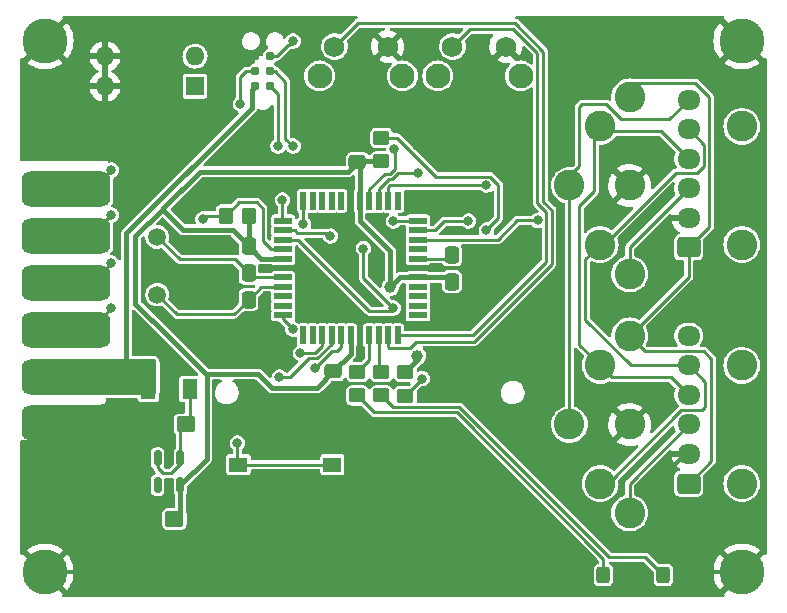
<source format=gtl>
%TF.GenerationSoftware,KiCad,Pcbnew,(6.0.7)*%
%TF.CreationDate,2022-09-18T21:03:07-04:00*%
%TF.ProjectId,SD2IEC,53443249-4543-42e6-9b69-6361645f7063,A*%
%TF.SameCoordinates,Original*%
%TF.FileFunction,Copper,L1,Top*%
%TF.FilePolarity,Positive*%
%FSLAX46Y46*%
G04 Gerber Fmt 4.6, Leading zero omitted, Abs format (unit mm)*
G04 Created by KiCad (PCBNEW (6.0.7)) date 2022-09-18 21:03:07*
%MOMM*%
%LPD*%
G01*
G04 APERTURE LIST*
G04 Aperture macros list*
%AMRoundRect*
0 Rectangle with rounded corners*
0 $1 Rounding radius*
0 $2 $3 $4 $5 $6 $7 $8 $9 X,Y pos of 4 corners*
0 Add a 4 corners polygon primitive as box body*
4,1,4,$2,$3,$4,$5,$6,$7,$8,$9,$2,$3,0*
0 Add four circle primitives for the rounded corners*
1,1,$1+$1,$2,$3*
1,1,$1+$1,$4,$5*
1,1,$1+$1,$6,$7*
1,1,$1+$1,$8,$9*
0 Add four rect primitives between the rounded corners*
20,1,$1+$1,$2,$3,$4,$5,0*
20,1,$1+$1,$4,$5,$6,$7,0*
20,1,$1+$1,$6,$7,$8,$9,0*
20,1,$1+$1,$8,$9,$2,$3,0*%
G04 Aperture macros list end*
%TA.AperFunction,ComponentPad*%
%ADD10C,3.800000*%
%TD*%
%TA.AperFunction,ConnectorPad*%
%ADD11C,0.787400*%
%TD*%
%TA.AperFunction,SMDPad,CuDef*%
%ADD12RoundRect,0.250000X0.337500X0.475000X-0.337500X0.475000X-0.337500X-0.475000X0.337500X-0.475000X0*%
%TD*%
%TA.AperFunction,SMDPad,CuDef*%
%ADD13R,1.500000X0.550000*%
%TD*%
%TA.AperFunction,SMDPad,CuDef*%
%ADD14R,0.550000X1.500000*%
%TD*%
%TA.AperFunction,ComponentPad*%
%ADD15C,1.500000*%
%TD*%
%TA.AperFunction,SMDPad,CuDef*%
%ADD16RoundRect,0.250000X-0.475000X0.337500X-0.475000X-0.337500X0.475000X-0.337500X0.475000X0.337500X0*%
%TD*%
%TA.AperFunction,SMDPad,CuDef*%
%ADD17RoundRect,0.250000X0.475000X-0.337500X0.475000X0.337500X-0.475000X0.337500X-0.475000X-0.337500X0*%
%TD*%
%TA.AperFunction,SMDPad,CuDef*%
%ADD18RoundRect,0.250000X-0.337500X-0.475000X0.337500X-0.475000X0.337500X0.475000X-0.337500X0.475000X0*%
%TD*%
%TA.AperFunction,SMDPad,CuDef*%
%ADD19RoundRect,0.250000X0.350000X0.450000X-0.350000X0.450000X-0.350000X-0.450000X0.350000X-0.450000X0*%
%TD*%
%TA.AperFunction,SMDPad,CuDef*%
%ADD20R,1.300000X1.700000*%
%TD*%
%TA.AperFunction,SMDPad,CuDef*%
%ADD21RoundRect,0.150000X-0.150000X0.512500X-0.150000X-0.512500X0.150000X-0.512500X0.150000X0.512500X0*%
%TD*%
%TA.AperFunction,SMDPad,CuDef*%
%ADD22RoundRect,0.250000X0.537500X0.425000X-0.537500X0.425000X-0.537500X-0.425000X0.537500X-0.425000X0*%
%TD*%
%TA.AperFunction,ComponentPad*%
%ADD23R,1.600000X1.600000*%
%TD*%
%TA.AperFunction,ComponentPad*%
%ADD24O,1.600000X1.600000*%
%TD*%
%TA.AperFunction,ComponentPad*%
%ADD25C,2.600000*%
%TD*%
%TA.AperFunction,SMDPad,CuDef*%
%ADD26RoundRect,0.250000X0.450000X-0.350000X0.450000X0.350000X-0.450000X0.350000X-0.450000X-0.350000X0*%
%TD*%
%TA.AperFunction,ComponentPad*%
%ADD27C,2.100000*%
%TD*%
%TA.AperFunction,ComponentPad*%
%ADD28C,1.750000*%
%TD*%
%TA.AperFunction,SMDPad,CuDef*%
%ADD29R,1.550000X1.300000*%
%TD*%
%TA.AperFunction,SMDPad,CuDef*%
%ADD30RoundRect,0.250000X0.325000X0.450000X-0.325000X0.450000X-0.325000X-0.450000X0.325000X-0.450000X0*%
%TD*%
%TA.AperFunction,SMDPad,CuDef*%
%ADD31RoundRect,0.750000X-3.000000X0.750000X-3.000000X-0.750000X3.000000X-0.750000X3.000000X0.750000X0*%
%TD*%
%TA.AperFunction,ComponentPad*%
%ADD32RoundRect,0.250000X0.725000X-0.600000X0.725000X0.600000X-0.725000X0.600000X-0.725000X-0.600000X0*%
%TD*%
%TA.AperFunction,ComponentPad*%
%ADD33O,1.950000X1.700000*%
%TD*%
%TA.AperFunction,ViaPad*%
%ADD34C,0.800000*%
%TD*%
%TA.AperFunction,ViaPad*%
%ADD35C,1.000000*%
%TD*%
%TA.AperFunction,Conductor*%
%ADD36C,0.300000*%
%TD*%
%TA.AperFunction,Conductor*%
%ADD37C,0.250000*%
%TD*%
%TA.AperFunction,Conductor*%
%ADD38C,0.400000*%
%TD*%
G04 APERTURE END LIST*
D10*
X145320000Y-81160000D03*
X86320000Y-81160000D03*
X145320000Y-126160000D03*
X86320000Y-126160000D03*
D11*
X105410000Y-85010000D03*
X104140000Y-85010000D03*
X105410000Y-83740000D03*
X104140000Y-83740000D03*
X105410000Y-82470000D03*
X104140000Y-82470000D03*
D12*
X103549500Y-103092000D03*
X101474500Y-103092000D03*
X103549500Y-100832000D03*
X101474500Y-100832000D03*
D13*
X106486000Y-96410000D03*
X106486000Y-97210000D03*
X106486000Y-98010000D03*
X106486000Y-98810000D03*
X106486000Y-99610000D03*
X106486000Y-100410000D03*
X106486000Y-101210000D03*
X106486000Y-102010000D03*
X106486000Y-102810000D03*
X106486000Y-103610000D03*
X106486000Y-104410000D03*
D14*
X108186000Y-106110000D03*
X108986000Y-106110000D03*
X109786000Y-106110000D03*
X110586000Y-106110000D03*
X111386000Y-106110000D03*
X112186000Y-106110000D03*
X112986000Y-106110000D03*
X113786000Y-106110000D03*
X114586000Y-106110000D03*
X115386000Y-106110000D03*
X116186000Y-106110000D03*
D13*
X117886000Y-104410000D03*
X117886000Y-103610000D03*
X117886000Y-102810000D03*
X117886000Y-102010000D03*
X117886000Y-101210000D03*
X117886000Y-100410000D03*
X117886000Y-99610000D03*
X117886000Y-98810000D03*
X117886000Y-98010000D03*
X117886000Y-97210000D03*
X117886000Y-96410000D03*
D14*
X116186000Y-94710000D03*
X115386000Y-94710000D03*
X114586000Y-94710000D03*
X113786000Y-94710000D03*
X112986000Y-94710000D03*
X112186000Y-94710000D03*
X111386000Y-94710000D03*
X110586000Y-94710000D03*
X109786000Y-94710000D03*
X108986000Y-94710000D03*
X108186000Y-94710000D03*
D15*
X95820000Y-102660000D03*
X95820000Y-97780000D03*
D12*
X122853500Y-99308000D03*
X120778500Y-99308000D03*
D16*
X112776000Y-89354500D03*
X112776000Y-91429500D03*
D12*
X122853500Y-101568000D03*
X120778500Y-101568000D03*
D17*
X110744000Y-111241500D03*
X110744000Y-109166500D03*
D18*
X101474500Y-98520000D03*
X103549500Y-98520000D03*
D19*
X103616000Y-95980000D03*
X101616000Y-95980000D03*
D20*
X98570000Y-110660000D03*
X95070000Y-110660000D03*
D21*
X97770000Y-116522500D03*
X96820000Y-116522500D03*
X95870000Y-116522500D03*
X95870000Y-118797500D03*
X97770000Y-118797500D03*
D22*
X98257500Y-113660000D03*
X95382500Y-113660000D03*
X97257500Y-121660000D03*
X94382500Y-121660000D03*
D23*
X99017500Y-85015000D03*
D24*
X99017500Y-82475000D03*
X91397500Y-82475000D03*
X91397500Y-85015000D03*
D25*
X130720000Y-93422000D03*
X133320000Y-98422000D03*
X133320000Y-88422000D03*
X135820000Y-100922000D03*
X135820000Y-93422000D03*
X135820000Y-85922000D03*
X145320000Y-88422000D03*
X145320000Y-98422000D03*
X130720000Y-113660000D03*
X133320000Y-118660000D03*
X133320000Y-108660000D03*
X135820000Y-121160000D03*
X135820000Y-113660000D03*
X135820000Y-106160000D03*
X145320000Y-118660000D03*
X145320000Y-108660000D03*
D26*
X116840000Y-111220000D03*
X116840000Y-109220000D03*
X114808000Y-91392000D03*
X114808000Y-89392000D03*
D27*
X109570000Y-84150000D03*
X116580000Y-84150000D03*
D28*
X110820000Y-81660000D03*
X115320000Y-81660000D03*
D27*
X119570000Y-84150000D03*
X126580000Y-84150000D03*
D28*
X120820000Y-81660000D03*
X125320000Y-81660000D03*
D29*
X110660000Y-117050000D03*
X102700000Y-117050000D03*
X102700000Y-121550000D03*
X110660000Y-121550000D03*
D30*
X140725000Y-126412000D03*
X138675000Y-126412000D03*
X133595000Y-126412000D03*
X135645000Y-126412000D03*
D26*
X112776000Y-109204000D03*
X112776000Y-111204000D03*
X114808000Y-111204000D03*
X114808000Y-109204000D03*
D31*
X88108000Y-113560000D03*
X88108000Y-109600000D03*
X88108000Y-105640000D03*
X88108000Y-101680000D03*
X88108000Y-97720000D03*
X88108000Y-93760000D03*
D32*
X140820000Y-118660000D03*
D33*
X140820000Y-116160000D03*
X140820000Y-113660000D03*
X140820000Y-111160000D03*
X140820000Y-108660000D03*
X140820000Y-106160000D03*
D32*
X140820000Y-98660000D03*
D33*
X140820000Y-96160000D03*
X140820000Y-93660000D03*
X140820000Y-91160000D03*
X140820000Y-88660000D03*
X140820000Y-86160000D03*
D34*
X109220000Y-93159500D03*
X110236000Y-102028000D03*
X120650000Y-103806000D03*
X127127000Y-124126000D03*
X102616000Y-115236000D03*
X99695000Y-96280500D03*
X108204000Y-103552000D03*
X104775000Y-91360000D03*
X109220000Y-91360000D03*
X116078000Y-97964000D03*
D35*
X117856000Y-107870000D03*
D34*
X109220000Y-108886000D03*
X107950000Y-107616000D03*
X117856000Y-90090000D03*
X97790000Y-98472000D03*
X123952000Y-100504000D03*
X117657000Y-94662000D03*
X97790000Y-103044000D03*
X124460000Y-87550000D03*
X97790000Y-101012000D03*
X116205000Y-87550000D03*
X102616000Y-122856000D03*
X123698000Y-91868000D03*
X117475000Y-87550000D03*
X110490000Y-99615000D03*
X123190000Y-87550000D03*
X96774000Y-115236000D03*
X111468500Y-90344000D03*
X123698000Y-94662000D03*
X121920000Y-87550000D03*
X93980000Y-120189000D03*
X93980000Y-114728000D03*
X118745000Y-87550000D03*
D35*
X115570000Y-102028000D03*
X93726000Y-109394000D03*
D34*
X123698000Y-97202000D03*
X118237000Y-109775000D03*
X108204000Y-96694000D03*
X107315000Y-81200000D03*
X106426000Y-94662000D03*
X102870000Y-86534000D03*
X113284000Y-98763500D03*
X107315000Y-90090000D03*
X115824000Y-103806000D03*
X110490000Y-97710000D03*
X106045000Y-90090000D03*
X128052458Y-96386018D03*
X122174000Y-96440000D03*
X115824000Y-96440000D03*
X123698000Y-93392000D03*
X117896268Y-92393276D03*
X115877930Y-90322808D03*
X106164310Y-109648909D03*
X107311498Y-105584000D03*
X91948000Y-103806000D03*
X91948000Y-99996000D03*
X91948000Y-95932000D03*
X91948000Y-92122000D03*
D36*
X140560000Y-116160000D02*
X140820000Y-116160000D01*
X139192000Y-117528000D02*
X140560000Y-116160000D01*
X139192000Y-119808000D02*
X139192000Y-117528000D01*
X140725000Y-121341000D02*
X139192000Y-119808000D01*
X140725000Y-126412000D02*
X140725000Y-121341000D01*
D37*
X131572000Y-106912000D02*
X133320000Y-108660000D01*
X132842000Y-93900000D02*
X131572000Y-95170000D01*
X132842000Y-88900000D02*
X132842000Y-93900000D01*
X133320000Y-88422000D02*
X132842000Y-88900000D01*
X131572000Y-95170000D02*
X131572000Y-106912000D01*
X102616000Y-115236000D02*
X102616000Y-116966000D01*
X102616000Y-116966000D02*
X102700000Y-117050000D01*
D36*
X140977000Y-126160000D02*
X140725000Y-126412000D01*
X145320000Y-126160000D02*
X140977000Y-126160000D01*
X89882500Y-126160000D02*
X94382500Y-121660000D01*
X86320000Y-126160000D02*
X89882500Y-126160000D01*
D37*
X138480000Y-88820000D02*
X133718000Y-88820000D01*
X140820000Y-91160000D02*
X138480000Y-88820000D01*
X133718000Y-88820000D02*
X133320000Y-88422000D01*
X133654000Y-98422000D02*
X139705367Y-92370633D01*
X133320000Y-98422000D02*
X133654000Y-98422000D01*
X139705367Y-92370633D02*
X141483367Y-92370633D01*
X135918000Y-108660000D02*
X140820000Y-108660000D01*
X132080000Y-104822000D02*
X135918000Y-108660000D01*
X132080000Y-99662000D02*
X132080000Y-104822000D01*
X133320000Y-98422000D02*
X132080000Y-99662000D01*
X139308000Y-109648000D02*
X140820000Y-111160000D01*
X134308000Y-109648000D02*
X139308000Y-109648000D01*
X133320000Y-108660000D02*
X134308000Y-109648000D01*
X140820000Y-101160000D02*
X140820000Y-98660000D01*
X135820000Y-106160000D02*
X140820000Y-101160000D01*
X131572000Y-91808000D02*
X130720000Y-92660000D01*
X130720000Y-92660000D02*
X130720000Y-113660000D01*
X131572000Y-86788000D02*
X131572000Y-91808000D01*
X133858000Y-86534000D02*
X131826000Y-86534000D01*
X135128000Y-87804000D02*
X133858000Y-86534000D01*
X140820000Y-86160000D02*
X139176000Y-87804000D01*
X139176000Y-87804000D02*
X135128000Y-87804000D01*
X131826000Y-86534000D02*
X131572000Y-86788000D01*
X115386000Y-107108000D02*
X115386000Y-106110000D01*
X115463000Y-107185000D02*
X115386000Y-107108000D01*
X117753654Y-106664198D02*
X117232852Y-107185000D01*
X122617802Y-106664198D02*
X117753654Y-106664198D01*
X129228000Y-100054000D02*
X122617802Y-106664198D01*
X128524000Y-82087604D02*
X128524000Y-94787604D01*
X128524000Y-94787604D02*
X129228000Y-95491604D01*
X112804000Y-79676000D02*
X126112396Y-79676000D01*
X117232852Y-107185000D02*
X115463000Y-107185000D01*
X126112396Y-79676000D02*
X128524000Y-82087604D01*
X129228000Y-95491604D02*
X129228000Y-100054000D01*
X110820000Y-81660000D02*
X112804000Y-79676000D01*
X128778000Y-99867604D02*
X122535604Y-106110000D01*
X128778000Y-95678000D02*
X128778000Y-99867604D01*
X128016000Y-94916000D02*
X128778000Y-95678000D01*
X128016000Y-82216000D02*
X128016000Y-94916000D01*
X122535604Y-106110000D02*
X116186000Y-106110000D01*
X125984000Y-80184000D02*
X128016000Y-82216000D01*
X122296000Y-80184000D02*
X125984000Y-80184000D01*
X120820000Y-81660000D02*
X122296000Y-80184000D01*
X115792000Y-112188000D02*
X114808000Y-111204000D01*
X134112000Y-124888000D02*
X121412000Y-112188000D01*
X137151000Y-124888000D02*
X134112000Y-124888000D01*
X138675000Y-126412000D02*
X137151000Y-124888000D01*
X121412000Y-112188000D02*
X115792000Y-112188000D01*
D36*
X135645000Y-126412000D02*
X136915000Y-127682000D01*
X136915000Y-127682000D02*
X139455000Y-127682000D01*
X139455000Y-127682000D02*
X140725000Y-126412000D01*
X134375000Y-127682000D02*
X135645000Y-126412000D01*
X130683000Y-127682000D02*
X134375000Y-127682000D01*
X127127000Y-124126000D02*
X130683000Y-127682000D01*
D37*
X121225604Y-112638000D02*
X133595000Y-125007396D01*
X133595000Y-125007396D02*
X133595000Y-126412000D01*
X114210000Y-112638000D02*
X121225604Y-112638000D01*
X112776000Y-111204000D02*
X114210000Y-112638000D01*
X142120000Y-89960000D02*
X140820000Y-88660000D01*
X142120000Y-91734000D02*
X142120000Y-89960000D01*
X141483367Y-92370633D02*
X142120000Y-91734000D01*
X135820000Y-98660000D02*
X135820000Y-100922000D01*
X140820000Y-93660000D02*
X135820000Y-98660000D01*
D36*
X113538000Y-125777000D02*
X110660000Y-122899000D01*
X125476000Y-125777000D02*
X113538000Y-125777000D01*
X110660000Y-122899000D02*
X110660000Y-121550000D01*
X127127000Y-124126000D02*
X125476000Y-125777000D01*
X102616000Y-122856000D02*
X102700000Y-122772000D01*
X102700000Y-122772000D02*
X102700000Y-121550000D01*
X95578500Y-122856000D02*
X94382500Y-121660000D01*
X101394000Y-122856000D02*
X95578500Y-122856000D01*
X102700000Y-121550000D02*
X101394000Y-122856000D01*
X93980000Y-120189000D02*
X93980000Y-120264239D01*
D37*
X90114000Y-105640000D02*
X88108000Y-105640000D01*
X91948000Y-103806000D02*
X90114000Y-105640000D01*
X90264000Y-101680000D02*
X88108000Y-101680000D01*
X91948000Y-99996000D02*
X90264000Y-101680000D01*
X91948000Y-95932000D02*
X90160000Y-97720000D01*
X90160000Y-97720000D02*
X88108000Y-97720000D01*
X90310000Y-93760000D02*
X88108000Y-93760000D01*
X91948000Y-92122000D02*
X90310000Y-93760000D01*
X90424000Y-93646000D02*
X87714000Y-93646000D01*
X90160000Y-97720000D02*
X87600000Y-97720000D01*
X90170000Y-101774000D02*
X87694000Y-101774000D01*
X90114000Y-105640000D02*
X87600000Y-105640000D01*
X97770000Y-114147500D02*
X98257500Y-113660000D01*
X97770000Y-117034000D02*
X97770000Y-114147500D01*
X97028000Y-117776000D02*
X97770000Y-117034000D01*
X95870000Y-117340000D02*
X96306000Y-117776000D01*
X96306000Y-117776000D02*
X97028000Y-117776000D01*
X95870000Y-116560000D02*
X95870000Y-117340000D01*
D38*
X111785500Y-93159500D02*
X109220000Y-93159500D01*
X112186000Y-93560000D02*
X111785500Y-93159500D01*
X112186000Y-94710000D02*
X112186000Y-93560000D01*
X111945500Y-92260000D02*
X112776000Y-91429500D01*
X99430000Y-92260000D02*
X111945500Y-92260000D01*
X96337117Y-95352883D02*
X99430000Y-92260000D01*
X96337117Y-95495117D02*
X96337117Y-95352883D01*
D36*
X119126000Y-105330000D02*
X120650000Y-103806000D01*
X116586000Y-104822000D02*
X117094000Y-105330000D01*
X112986000Y-105060000D02*
X113224000Y-104822000D01*
X113224000Y-104822000D02*
X116586000Y-104822000D01*
X112986000Y-106110000D02*
X112986000Y-105060000D01*
X117094000Y-105330000D02*
X119126000Y-105330000D01*
X117903000Y-100393000D02*
X121678500Y-100393000D01*
X121678500Y-100393000D02*
X122853500Y-101568000D01*
X117886000Y-100410000D02*
X117903000Y-100393000D01*
X117475000Y-89709000D02*
X117856000Y-90090000D01*
X117475000Y-87550000D02*
X117475000Y-89709000D01*
D37*
X124714000Y-96186000D02*
X123698000Y-97202000D01*
X124714000Y-93382695D02*
X124714000Y-96186000D01*
X117565000Y-90815000D02*
X119417000Y-92667000D01*
X123998305Y-92667000D02*
X124714000Y-93382695D01*
X117131000Y-90381000D02*
X117131000Y-90390305D01*
X117555695Y-90815000D02*
X117565000Y-90815000D01*
X116142000Y-89392000D02*
X117131000Y-90381000D01*
X119417000Y-92667000D02*
X123998305Y-92667000D01*
X117131000Y-90390305D02*
X117555695Y-90815000D01*
X114808000Y-89392000D02*
X116142000Y-89392000D01*
X123698000Y-93392000D02*
X115570000Y-93392000D01*
X115570000Y-93392000D02*
X115386000Y-93576000D01*
X115386000Y-93576000D02*
X115386000Y-94710000D01*
D36*
X118745000Y-87550000D02*
X121920000Y-87550000D01*
D38*
X109728000Y-102028000D02*
X108204000Y-103552000D01*
X110236000Y-102028000D02*
X109728000Y-102028000D01*
X112186000Y-97919000D02*
X112186000Y-94710000D01*
X110490000Y-99615000D02*
X112186000Y-97919000D01*
D36*
X124460000Y-91106000D02*
X123698000Y-91868000D01*
X124460000Y-87550000D02*
X124460000Y-91106000D01*
X117657000Y-94662000D02*
X123698000Y-94662000D01*
X122428000Y-103806000D02*
X122853500Y-103380500D01*
X120650000Y-103806000D02*
X122428000Y-103806000D01*
X122853500Y-103380500D02*
X122853500Y-101568000D01*
X116746000Y-100410000D02*
X117886000Y-100410000D01*
X116332000Y-98218000D02*
X116332000Y-99996000D01*
X116078000Y-97964000D02*
X116332000Y-98218000D01*
X116332000Y-99996000D02*
X116746000Y-100410000D01*
D38*
X115570000Y-102028000D02*
X116388000Y-101210000D01*
X116388000Y-101210000D02*
X117886000Y-101210000D01*
X112986000Y-96396000D02*
X112986000Y-94710000D01*
X115570000Y-98980000D02*
X112986000Y-96396000D01*
X115570000Y-102028000D02*
X115570000Y-98980000D01*
D36*
X93980000Y-121257500D02*
X94382500Y-121660000D01*
X93980000Y-114728000D02*
X93980000Y-121257500D01*
X101390592Y-80020115D02*
X100718707Y-80692000D01*
X107351885Y-80020115D02*
X101390592Y-80020115D01*
X108294115Y-80962345D02*
X107351885Y-80020115D01*
X107613582Y-83079999D02*
X108294115Y-82399466D01*
X107613582Y-85220001D02*
X107613582Y-83079999D01*
X108294115Y-82399466D02*
X108294115Y-80962345D01*
X109220000Y-86826419D02*
X107613582Y-85220001D01*
X109220000Y-91360000D02*
X109220000Y-86826419D01*
X102496707Y-82470000D02*
X104140000Y-82470000D01*
X100718707Y-80692000D02*
X102496707Y-82470000D01*
X98044000Y-80692000D02*
X100718707Y-80692000D01*
X96261000Y-82475000D02*
X98044000Y-80692000D01*
X91397500Y-82475000D02*
X96261000Y-82475000D01*
X91397500Y-82475000D02*
X91397500Y-85015000D01*
X123190000Y-87550000D02*
X121920000Y-87550000D01*
X124460000Y-87550000D02*
X123190000Y-87550000D01*
X124460000Y-82520000D02*
X124460000Y-87550000D01*
X125320000Y-81660000D02*
X124460000Y-82520000D01*
X115320000Y-81660000D02*
X114554000Y-82426000D01*
X114554000Y-82426000D02*
X114554000Y-87550000D01*
X117475000Y-87550000D02*
X118745000Y-87550000D01*
X116205000Y-87550000D02*
X117475000Y-87550000D01*
X114554000Y-87550000D02*
X116205000Y-87550000D01*
X112776000Y-89328000D02*
X114554000Y-87550000D01*
X112776000Y-89354500D02*
X112776000Y-89328000D01*
X111468500Y-89798500D02*
X111125000Y-89455000D01*
X111125000Y-89455000D02*
X111225500Y-89354500D01*
X109220000Y-91360000D02*
X111125000Y-89455000D01*
X111468500Y-90344000D02*
X111468500Y-89798500D01*
X111225500Y-89354500D02*
X112776000Y-89354500D01*
X104775000Y-91360000D02*
X109220000Y-91360000D01*
X112986000Y-104985000D02*
X111553000Y-103552000D01*
X112986000Y-106110000D02*
X112986000Y-104985000D01*
X111553000Y-103552000D02*
X108204000Y-103552000D01*
X108204000Y-100758000D02*
X108204000Y-103552000D01*
X107856000Y-100410000D02*
X108204000Y-100758000D01*
X106486000Y-100410000D02*
X107856000Y-100410000D01*
X111785000Y-120425000D02*
X111785000Y-112282500D01*
X111785000Y-112282500D02*
X110744000Y-111241500D01*
X110660000Y-121550000D02*
X111785000Y-120425000D01*
X96774000Y-115051500D02*
X95382500Y-113660000D01*
X96774000Y-115236000D02*
X96774000Y-115051500D01*
X88768000Y-114728000D02*
X87600000Y-113560000D01*
X93980000Y-114728000D02*
X88768000Y-114728000D01*
D37*
X106426000Y-96350000D02*
X106486000Y-96410000D01*
X106426000Y-94662000D02*
X106426000Y-96350000D01*
D38*
X105525091Y-110548909D02*
X109361591Y-110548909D01*
X104370182Y-109394000D02*
X105525091Y-110548909D01*
X99949000Y-109394000D02*
X104370182Y-109394000D01*
X109361591Y-110548909D02*
X110744000Y-109166500D01*
X96710500Y-106155500D02*
X99949000Y-109394000D01*
X96710500Y-106155500D02*
X93980000Y-103425000D01*
X97599500Y-107044500D02*
X96710500Y-106155500D01*
X97599500Y-107044500D02*
X99949000Y-109394000D01*
X98869500Y-108314500D02*
X97599500Y-107044500D01*
X98869500Y-108314500D02*
X99949000Y-109394000D01*
D36*
X102700000Y-121550000D02*
X110660000Y-121550000D01*
D37*
X102700000Y-117050000D02*
X110660000Y-117050000D01*
X99995500Y-95980000D02*
X99695000Y-96280500D01*
X101616000Y-95980000D02*
X99995500Y-95980000D01*
X105966775Y-82470000D02*
X105410000Y-82470000D01*
X106934000Y-81502775D02*
X105966775Y-82470000D01*
X107012225Y-81502775D02*
X106934000Y-81502775D01*
X107315000Y-81200000D02*
X107012225Y-81502775D01*
X113284000Y-101266000D02*
X115824000Y-103806000D01*
X113284000Y-98763500D02*
X113284000Y-101266000D01*
X113792000Y-104060000D02*
X115570000Y-104060000D01*
X115570000Y-104060000D02*
X115824000Y-103806000D01*
X107742000Y-98010000D02*
X113792000Y-104060000D01*
X106486000Y-98010000D02*
X107742000Y-98010000D01*
X140208000Y-112442000D02*
X141986000Y-112442000D01*
X142240000Y-112188000D02*
X142240000Y-110080000D01*
X142240000Y-110080000D02*
X140820000Y-108660000D01*
X133990000Y-118660000D02*
X140208000Y-112442000D01*
X141986000Y-112442000D02*
X142240000Y-112188000D01*
X133320000Y-118660000D02*
X133990000Y-118660000D01*
X142084000Y-107460000D02*
X142748000Y-108124000D01*
X135820000Y-106160000D02*
X137120000Y-107460000D01*
X137120000Y-107460000D02*
X142084000Y-107460000D01*
X142748000Y-116732000D02*
X142748000Y-108124000D01*
X136224000Y-84756000D02*
X141351000Y-84756000D01*
X141351000Y-84756000D02*
X142570000Y-85975000D01*
X142570000Y-85975000D02*
X142570000Y-96910000D01*
X135820000Y-85160000D02*
X136224000Y-84756000D01*
X142570000Y-96910000D02*
X140820000Y-98660000D01*
D38*
X99998500Y-116569000D02*
X99998500Y-109443500D01*
X97770000Y-118797500D02*
X99998500Y-116569000D01*
X99998500Y-109443500D02*
X98869500Y-108314500D01*
X117856000Y-108204000D02*
X116840000Y-109220000D01*
X117856000Y-107870000D02*
X117856000Y-108204000D01*
D37*
X110648104Y-107457896D02*
X109220000Y-108886000D01*
X111386000Y-107110000D02*
X111038104Y-107457896D01*
X111038104Y-107457896D02*
X110648104Y-107457896D01*
X111386000Y-106110000D02*
X111386000Y-107110000D01*
X109341396Y-108066000D02*
X110586000Y-106821396D01*
X107047091Y-109648909D02*
X108630000Y-108066000D01*
X108630000Y-108066000D02*
X109341396Y-108066000D01*
X106164310Y-109648909D02*
X107047091Y-109648909D01*
X110586000Y-106821396D02*
X110586000Y-106110000D01*
X109786000Y-106985000D02*
X109786000Y-106110000D01*
X109155000Y-107616000D02*
X109786000Y-106985000D01*
X107950000Y-107616000D02*
X109155000Y-107616000D01*
X106486000Y-104758502D02*
X106486000Y-104410000D01*
X107311498Y-105584000D02*
X106486000Y-104758502D01*
D36*
X96820000Y-115282000D02*
X96774000Y-115236000D01*
X97838000Y-103092000D02*
X97790000Y-103044000D01*
D38*
X122853500Y-101568000D02*
X122888000Y-101568000D01*
X122853500Y-99308000D02*
X122853500Y-99405500D01*
D36*
X97970000Y-100832000D02*
X97790000Y-101012000D01*
X101474500Y-103092000D02*
X97838000Y-103092000D01*
X101474500Y-100832000D02*
X97970000Y-100832000D01*
D38*
X122888000Y-101568000D02*
X123952000Y-100504000D01*
X122853500Y-99308000D02*
X122853500Y-101568000D01*
D36*
X95382500Y-113660000D02*
X95048000Y-113660000D01*
X95282500Y-113560000D02*
X95382500Y-113660000D01*
D38*
X122853500Y-99405500D02*
X123952000Y-100504000D01*
D36*
X96820000Y-116560000D02*
X96820000Y-115282000D01*
X97838000Y-98520000D02*
X97790000Y-98472000D01*
X95048000Y-113660000D02*
X93980000Y-114728000D01*
X101474500Y-98520000D02*
X97838000Y-98520000D01*
D37*
X104631500Y-102010000D02*
X103549500Y-103092000D01*
X103549500Y-103092000D02*
X102327500Y-104314000D01*
X97474000Y-104314000D02*
X95820000Y-102660000D01*
X106486000Y-102010000D02*
X104631500Y-102010000D01*
X102327500Y-104314000D02*
X97474000Y-104314000D01*
X103549500Y-100832000D02*
X103927500Y-101210000D01*
X102387500Y-99670000D02*
X103549500Y-100832000D01*
X97710000Y-99670000D02*
X102387500Y-99670000D01*
X95820000Y-97780000D02*
X97710000Y-99670000D01*
X103927500Y-101210000D02*
X106486000Y-101210000D01*
D38*
X103549500Y-98520000D02*
X103549500Y-96046500D01*
X102209500Y-97180000D02*
X98022000Y-97180000D01*
X104639500Y-99610000D02*
X103549500Y-98520000D01*
X96194883Y-95495117D02*
X96337117Y-95495117D01*
X120778500Y-101568000D02*
X120420500Y-101210000D01*
X112813500Y-91392000D02*
X112776000Y-91429500D01*
X93980000Y-103425000D02*
X93980000Y-97710000D01*
X112186000Y-107724500D02*
X112186000Y-106110000D01*
X114808000Y-91392000D02*
X112813500Y-91392000D01*
X93980000Y-97710000D02*
X96194883Y-95495117D01*
X120420500Y-101210000D02*
X117886000Y-101210000D01*
X97770000Y-121147500D02*
X97770000Y-118792000D01*
X112986000Y-94710000D02*
X112986000Y-91639500D01*
X103549500Y-98520000D02*
X102209500Y-97180000D01*
X98022000Y-97180000D02*
X96337117Y-95495117D01*
X106486000Y-99610000D02*
X104639500Y-99610000D01*
X112986000Y-91639500D02*
X112776000Y-91429500D01*
X110744000Y-109166500D02*
X112186000Y-107724500D01*
X97257500Y-121660000D02*
X97770000Y-121147500D01*
X103549500Y-96046500D02*
X103616000Y-95980000D01*
D37*
X98570000Y-110660000D02*
X98570000Y-113347500D01*
X98570000Y-113347500D02*
X98257500Y-113660000D01*
X120778500Y-99308000D02*
X120476500Y-99610000D01*
X120476500Y-99610000D02*
X117886000Y-99610000D01*
D38*
X88660000Y-110660000D02*
X95070000Y-110660000D01*
X93804000Y-109394000D02*
X95070000Y-110660000D01*
X93218000Y-97482050D02*
X103829699Y-86870351D01*
X87600000Y-109600000D02*
X88660000Y-110660000D01*
X103829699Y-86870351D02*
X103829699Y-85320301D01*
X93218000Y-108886000D02*
X93218000Y-97482050D01*
X103829699Y-85320301D02*
X104140000Y-85010000D01*
X93726000Y-109394000D02*
X93218000Y-108886000D01*
X93726000Y-109394000D02*
X93804000Y-109394000D01*
D37*
X118237000Y-109823000D02*
X116840000Y-111220000D01*
X118237000Y-109775000D02*
X118237000Y-109823000D01*
X108204000Y-94728000D02*
X108186000Y-94710000D01*
X108204000Y-96694000D02*
X108204000Y-94728000D01*
X104775000Y-98099000D02*
X105486000Y-98810000D01*
X104245594Y-94855000D02*
X104775000Y-95384406D01*
X105486000Y-98810000D02*
X106486000Y-98810000D01*
X101616000Y-95980000D02*
X102741000Y-94855000D01*
X104775000Y-95384406D02*
X104775000Y-98099000D01*
X102741000Y-94855000D02*
X104245594Y-94855000D01*
X103378000Y-83740000D02*
X102870000Y-84248000D01*
X104140000Y-83740000D02*
X103378000Y-83740000D01*
X102870000Y-84248000D02*
X102870000Y-86534000D01*
X106680000Y-84629000D02*
X106680000Y-89455000D01*
X105791000Y-83740000D02*
X106680000Y-84629000D01*
X105410000Y-83740000D02*
X105791000Y-83740000D01*
X106680000Y-89455000D02*
X107315000Y-90090000D01*
X107696000Y-97456000D02*
X107450000Y-97210000D01*
X107450000Y-97210000D02*
X106486000Y-97210000D01*
X110490000Y-97710000D02*
X110236000Y-97456000D01*
X106045000Y-85645000D02*
X106045000Y-90090000D01*
X110236000Y-97456000D02*
X107696000Y-97456000D01*
X105410000Y-85010000D02*
X106045000Y-85645000D01*
X124668000Y-98010000D02*
X117886000Y-98010000D01*
X126291982Y-96386018D02*
X124668000Y-98010000D01*
X128052458Y-96386018D02*
X126291982Y-96386018D01*
X120142000Y-96440000D02*
X119372000Y-97210000D01*
X122174000Y-96440000D02*
X120142000Y-96440000D01*
X119372000Y-97210000D02*
X117886000Y-97210000D01*
X117886000Y-96410000D02*
X115854000Y-96410000D01*
X115854000Y-96410000D02*
X115824000Y-96440000D01*
X115429000Y-92867000D02*
X114586000Y-93710000D01*
X115723990Y-92867000D02*
X115429000Y-92867000D01*
X116197714Y-92393276D02*
X115723990Y-92867000D01*
X117896268Y-92393276D02*
X116197714Y-92393276D01*
X114586000Y-93710000D02*
X114586000Y-94710000D01*
X115933000Y-92021594D02*
X115537594Y-92417000D01*
X115079000Y-92417000D02*
X113786000Y-93710000D01*
X115933000Y-90377878D02*
X115933000Y-92021594D01*
X115537594Y-92417000D02*
X115079000Y-92417000D01*
X113786000Y-93710000D02*
X113786000Y-94710000D01*
X115877930Y-90322808D02*
X115933000Y-90377878D01*
X140820000Y-118660000D02*
X142748000Y-116732000D01*
X135820000Y-118660000D02*
X140820000Y-113660000D01*
X135820000Y-121160000D02*
X135820000Y-118660000D01*
X113786000Y-108194000D02*
X112776000Y-109204000D01*
X113786000Y-106110000D02*
X113786000Y-108194000D01*
X114808000Y-109204000D02*
X114586000Y-108982000D01*
X114586000Y-108982000D02*
X114586000Y-106110000D01*
%TA.AperFunction,Conductor*%
G36*
X95516171Y-108126421D02*
G01*
X95576622Y-108138446D01*
X95622042Y-108157260D01*
X95662766Y-108184471D01*
X95697529Y-108219234D01*
X95724740Y-108259958D01*
X95743554Y-108305378D01*
X95755579Y-108365829D01*
X95758000Y-108390411D01*
X95758000Y-110905589D01*
X95755579Y-110930171D01*
X95743554Y-110990622D01*
X95724740Y-111036042D01*
X95697529Y-111076766D01*
X95662766Y-111111529D01*
X95622042Y-111138740D01*
X95576622Y-111157554D01*
X95516171Y-111169579D01*
X95491589Y-111172000D01*
X90944411Y-111172000D01*
X90919829Y-111169579D01*
X90859378Y-111157554D01*
X90813958Y-111138740D01*
X90773234Y-111111529D01*
X90738471Y-111076766D01*
X90711260Y-111036042D01*
X90692446Y-110990622D01*
X90680421Y-110930171D01*
X90678000Y-110905589D01*
X90678000Y-108390411D01*
X90680421Y-108365829D01*
X90692446Y-108305378D01*
X90711260Y-108259958D01*
X90738471Y-108219234D01*
X90773234Y-108184471D01*
X90813958Y-108157260D01*
X90859378Y-108138446D01*
X90919829Y-108126421D01*
X90944411Y-108124000D01*
X95491589Y-108124000D01*
X95516171Y-108126421D01*
G37*
%TD.AperFunction*%
%TA.AperFunction,Conductor*%
G36*
X143795451Y-79080502D02*
G01*
X143841944Y-79134158D01*
X143852048Y-79204432D01*
X143827110Y-79263442D01*
X143810348Y-79285180D01*
X143817251Y-79298040D01*
X145320000Y-80800790D01*
X147180121Y-82660910D01*
X147193381Y-82668151D01*
X147216977Y-82651365D01*
X147219022Y-82654239D01*
X147255244Y-82629771D01*
X147326222Y-82628146D01*
X147386811Y-82665153D01*
X147417774Y-82729042D01*
X147419500Y-82749823D01*
X147419500Y-124570177D01*
X147399498Y-124638298D01*
X147345842Y-124684791D01*
X147275568Y-124694895D01*
X147220055Y-124669542D01*
X147219490Y-124670378D01*
X147214488Y-124666999D01*
X147210988Y-124665401D01*
X147208786Y-124663148D01*
X147191960Y-124651783D01*
X147181222Y-124657989D01*
X145320000Y-126519210D01*
X143816925Y-128022286D01*
X143810314Y-128034394D01*
X143827697Y-128057273D01*
X143852982Y-128123615D01*
X143838386Y-128193095D01*
X143788543Y-128243654D01*
X143727370Y-128259500D01*
X87912670Y-128259500D01*
X87844549Y-128239498D01*
X87798056Y-128185842D01*
X87787952Y-128115568D01*
X87812890Y-128056558D01*
X87829652Y-128034820D01*
X87822749Y-128021960D01*
X85961921Y-126161131D01*
X86684408Y-126161131D01*
X86684539Y-126162966D01*
X86688790Y-126169580D01*
X88180119Y-127660908D01*
X88193381Y-127668150D01*
X88203485Y-127660962D01*
X88269437Y-127581241D01*
X88274091Y-127574835D01*
X88432195Y-127325703D01*
X88436007Y-127318770D01*
X88561639Y-127051787D01*
X88564554Y-127044424D01*
X88655733Y-126763805D01*
X88657704Y-126756128D01*
X88712992Y-126466297D01*
X88713985Y-126458436D01*
X88732512Y-126163958D01*
X88732512Y-126156042D01*
X88713985Y-125861564D01*
X88712992Y-125853703D01*
X88657704Y-125563872D01*
X88655733Y-125556195D01*
X88564554Y-125275576D01*
X88561639Y-125268213D01*
X88436007Y-125001230D01*
X88432195Y-124994297D01*
X88274091Y-124745165D01*
X88269437Y-124738759D01*
X88204479Y-124660239D01*
X88191960Y-124651783D01*
X88181222Y-124657989D01*
X86692020Y-126147190D01*
X86684408Y-126161131D01*
X85961921Y-126161131D01*
X85960790Y-126160000D01*
X84459879Y-124659090D01*
X84446619Y-124651849D01*
X84423023Y-124668635D01*
X84420978Y-124665761D01*
X84384756Y-124690229D01*
X84313778Y-124691854D01*
X84253189Y-124654847D01*
X84222226Y-124590958D01*
X84220500Y-124570177D01*
X84220500Y-124285179D01*
X84810347Y-124285179D01*
X84817251Y-124298040D01*
X86307190Y-125787980D01*
X86321131Y-125795592D01*
X86322966Y-125795461D01*
X86329580Y-125791210D01*
X87823073Y-124297716D01*
X87829686Y-124285606D01*
X87820857Y-124273986D01*
X87616030Y-124125170D01*
X87609350Y-124120930D01*
X87350766Y-123978772D01*
X87343631Y-123975415D01*
X87069254Y-123866781D01*
X87061763Y-123864347D01*
X86775941Y-123790961D01*
X86768170Y-123789479D01*
X86475430Y-123752497D01*
X86467540Y-123752000D01*
X86172460Y-123752000D01*
X86164570Y-123752497D01*
X85871830Y-123789479D01*
X85864059Y-123790961D01*
X85578237Y-123864347D01*
X85570746Y-123866781D01*
X85296369Y-123975415D01*
X85289234Y-123978772D01*
X85030650Y-124120930D01*
X85023970Y-124125170D01*
X84818770Y-124274256D01*
X84810347Y-124285179D01*
X84220500Y-124285179D01*
X84220500Y-115108000D01*
X84240502Y-115039879D01*
X84294158Y-114993386D01*
X84346500Y-114982000D01*
X90932000Y-114982000D01*
X90932000Y-112200411D01*
X90934421Y-112175829D01*
X90946446Y-112115378D01*
X90965260Y-112069958D01*
X90992471Y-112029234D01*
X91027234Y-111994471D01*
X91067958Y-111967260D01*
X91113377Y-111948446D01*
X91128530Y-111945432D01*
X91182810Y-111934634D01*
X91187100Y-111934000D01*
X91440000Y-111934000D01*
X91444667Y-111555944D01*
X91465508Y-111488076D01*
X91519733Y-111442249D01*
X91570657Y-111431500D01*
X94041711Y-111431500D01*
X94109832Y-111451502D01*
X94156325Y-111505158D01*
X94164441Y-111535277D01*
X94165501Y-111535066D01*
X94172062Y-111568051D01*
X94180266Y-111609301D01*
X94187161Y-111619620D01*
X94187162Y-111619622D01*
X94188185Y-111621153D01*
X94236516Y-111693484D01*
X94320699Y-111749734D01*
X94394933Y-111764500D01*
X95069890Y-111764500D01*
X95745066Y-111764499D01*
X95780818Y-111757388D01*
X95807126Y-111752156D01*
X95807128Y-111752155D01*
X95819301Y-111749734D01*
X95829621Y-111742839D01*
X95829622Y-111742838D01*
X95893168Y-111700377D01*
X95903484Y-111693484D01*
X95959734Y-111609301D01*
X95974500Y-111535067D01*
X95974500Y-111135937D01*
X95981864Y-111093494D01*
X95982119Y-111092781D01*
X95983300Y-111089930D01*
X95998067Y-111041250D01*
X96010092Y-110980799D01*
X96011409Y-110971921D01*
X96013603Y-110957138D01*
X96013605Y-110957120D01*
X96013830Y-110955605D01*
X96016251Y-110931023D01*
X96017500Y-110905589D01*
X96017500Y-108390411D01*
X96016251Y-108364977D01*
X96013830Y-108340395D01*
X96010092Y-108315201D01*
X95998067Y-108254750D01*
X95983300Y-108206070D01*
X95982118Y-108203217D01*
X95982115Y-108203208D01*
X95965672Y-108163513D01*
X95965671Y-108163512D01*
X95964486Y-108160650D01*
X95962558Y-108157042D01*
X95941967Y-108118520D01*
X95941965Y-108118517D01*
X95940506Y-108115787D01*
X95931865Y-108102854D01*
X95915021Y-108077646D01*
X95915020Y-108077645D01*
X95913295Y-108075063D01*
X95881023Y-108035740D01*
X95846260Y-108000977D01*
X95806937Y-107968705D01*
X95785331Y-107954268D01*
X95768789Y-107943215D01*
X95768786Y-107943213D01*
X95766213Y-107941494D01*
X95754090Y-107935014D01*
X95724080Y-107918973D01*
X95724076Y-107918971D01*
X95721350Y-107917514D01*
X95710834Y-107913158D01*
X95678792Y-107899885D01*
X95678783Y-107899882D01*
X95675930Y-107898700D01*
X95627250Y-107883933D01*
X95566799Y-107871908D01*
X95557921Y-107870591D01*
X95543138Y-107868397D01*
X95543120Y-107868395D01*
X95541605Y-107868170D01*
X95517023Y-107865749D01*
X95491589Y-107864500D01*
X93798500Y-107864500D01*
X93730379Y-107844498D01*
X93683886Y-107790842D01*
X93672500Y-107738500D01*
X93672500Y-104064450D01*
X93692502Y-103996329D01*
X93746158Y-103949836D01*
X93816432Y-103939732D01*
X93881012Y-103969226D01*
X93887595Y-103975355D01*
X99252645Y-109340405D01*
X99286671Y-109402717D01*
X99281606Y-109473532D01*
X99239059Y-109530368D01*
X99172539Y-109555179D01*
X99163550Y-109555500D01*
X97990207Y-109555501D01*
X97894934Y-109555501D01*
X97859182Y-109562612D01*
X97832874Y-109567844D01*
X97832872Y-109567845D01*
X97820699Y-109570266D01*
X97810379Y-109577161D01*
X97810378Y-109577162D01*
X97773571Y-109601756D01*
X97736516Y-109626516D01*
X97680266Y-109710699D01*
X97665500Y-109784933D01*
X97665501Y-111535066D01*
X97680266Y-111609301D01*
X97687161Y-111619620D01*
X97687162Y-111619622D01*
X97688185Y-111621153D01*
X97736516Y-111693484D01*
X97820699Y-111749734D01*
X97894933Y-111764500D01*
X98064500Y-111764500D01*
X98132621Y-111784502D01*
X98179114Y-111838158D01*
X98190500Y-111890500D01*
X98190500Y-112604500D01*
X98170498Y-112672621D01*
X98116842Y-112719114D01*
X98064500Y-112730500D01*
X97672244Y-112730500D01*
X97668848Y-112730869D01*
X97668847Y-112730869D01*
X97618403Y-112736349D01*
X97618402Y-112736349D01*
X97610552Y-112737202D01*
X97603159Y-112739974D01*
X97603157Y-112739974D01*
X97597481Y-112742102D01*
X97475236Y-112787929D01*
X97468057Y-112793309D01*
X97468054Y-112793311D01*
X97415243Y-112832891D01*
X97359596Y-112874596D01*
X97354215Y-112881776D01*
X97278311Y-112983054D01*
X97278309Y-112983057D01*
X97272929Y-112990236D01*
X97239296Y-113079954D01*
X97224975Y-113118156D01*
X97222202Y-113125552D01*
X97221349Y-113133402D01*
X97221349Y-113133403D01*
X97220542Y-113140835D01*
X97215500Y-113187244D01*
X97215500Y-114132756D01*
X97222202Y-114194448D01*
X97224974Y-114201841D01*
X97224974Y-114201843D01*
X97228432Y-114211066D01*
X97272929Y-114329764D01*
X97278309Y-114336943D01*
X97278311Y-114336946D01*
X97359596Y-114445404D01*
X97358360Y-114446330D01*
X97387621Y-114499916D01*
X97390500Y-114526699D01*
X97390500Y-115615261D01*
X97370498Y-115683382D01*
X97353595Y-115704356D01*
X97288674Y-115769277D01*
X97230502Y-115883445D01*
X97215500Y-115978166D01*
X97215500Y-116999616D01*
X97195498Y-117067737D01*
X97178595Y-117088711D01*
X96907711Y-117359595D01*
X96845399Y-117393621D01*
X96818616Y-117396500D01*
X96515384Y-117396500D01*
X96447263Y-117376498D01*
X96426289Y-117359595D01*
X96413051Y-117346357D01*
X96379025Y-117284045D01*
X96384090Y-117213230D01*
X96389879Y-117200059D01*
X96409498Y-117161555D01*
X96424500Y-117066834D01*
X96424500Y-115978166D01*
X96409498Y-115883445D01*
X96351326Y-115769277D01*
X96260723Y-115678674D01*
X96146555Y-115620502D01*
X96051834Y-115605500D01*
X95688166Y-115605500D01*
X95593445Y-115620502D01*
X95479277Y-115678674D01*
X95388674Y-115769277D01*
X95330502Y-115883445D01*
X95315500Y-115978166D01*
X95315500Y-117066834D01*
X95330502Y-117161555D01*
X95388674Y-117275723D01*
X95461611Y-117348660D01*
X95495637Y-117410972D01*
X95497643Y-117422946D01*
X95500530Y-117447341D01*
X95504493Y-117455593D01*
X95505996Y-117464626D01*
X95510943Y-117473795D01*
X95510944Y-117473797D01*
X95530334Y-117509732D01*
X95533031Y-117515025D01*
X95551785Y-117554082D01*
X95551788Y-117554086D01*
X95555219Y-117561232D01*
X95558814Y-117565508D01*
X95560737Y-117567431D01*
X95562509Y-117569363D01*
X95562552Y-117569442D01*
X95562428Y-117569555D01*
X95562904Y-117570095D01*
X95565990Y-117575814D01*
X95573635Y-117582881D01*
X95605586Y-117612416D01*
X95609152Y-117615846D01*
X95673564Y-117680258D01*
X95707590Y-117742570D01*
X95702525Y-117813385D01*
X95659978Y-117870221D01*
X95612479Y-117890294D01*
X95612671Y-117890886D01*
X95605784Y-117893124D01*
X95604179Y-117893802D01*
X95603237Y-117893951D01*
X95603236Y-117893951D01*
X95593445Y-117895502D01*
X95479277Y-117953674D01*
X95388674Y-118044277D01*
X95330502Y-118158445D01*
X95315500Y-118253166D01*
X95315500Y-119341834D01*
X95330502Y-119436555D01*
X95388674Y-119550723D01*
X95479277Y-119641326D01*
X95593445Y-119699498D01*
X95688166Y-119714500D01*
X96051834Y-119714500D01*
X96146555Y-119699498D01*
X96260723Y-119641326D01*
X96351326Y-119550723D01*
X96409498Y-119436555D01*
X96424500Y-119341834D01*
X96424500Y-118281500D01*
X96444502Y-118213379D01*
X96498158Y-118166886D01*
X96550500Y-118155500D01*
X96974080Y-118155500D01*
X96998028Y-118158049D01*
X96999693Y-118158128D01*
X97009876Y-118160320D01*
X97020217Y-118159096D01*
X97043223Y-118156373D01*
X97049154Y-118156023D01*
X97049146Y-118155928D01*
X97054324Y-118155500D01*
X97059524Y-118155500D01*
X97064653Y-118154646D01*
X97064656Y-118154646D01*
X97068807Y-118153955D01*
X97139288Y-118162498D01*
X97193961Y-118207790D01*
X97215500Y-118278244D01*
X97215500Y-119341834D01*
X97230502Y-119436555D01*
X97288674Y-119550723D01*
X97292322Y-119554371D01*
X97315294Y-119618750D01*
X97315500Y-119625946D01*
X97315500Y-120604500D01*
X97295498Y-120672621D01*
X97241842Y-120719114D01*
X97189500Y-120730500D01*
X96672244Y-120730500D01*
X96668848Y-120730869D01*
X96668847Y-120730869D01*
X96618403Y-120736349D01*
X96618402Y-120736349D01*
X96610552Y-120737202D01*
X96603159Y-120739974D01*
X96603157Y-120739974D01*
X96564954Y-120754296D01*
X96475236Y-120787929D01*
X96468057Y-120793309D01*
X96468054Y-120793311D01*
X96380023Y-120859287D01*
X96359596Y-120874596D01*
X96354215Y-120881776D01*
X96278311Y-120983054D01*
X96278309Y-120983057D01*
X96272929Y-120990236D01*
X96222202Y-121125552D01*
X96215500Y-121187244D01*
X96215500Y-122132756D01*
X96222202Y-122194448D01*
X96272929Y-122329764D01*
X96278309Y-122336943D01*
X96278311Y-122336946D01*
X96343622Y-122424090D01*
X96359596Y-122445404D01*
X96366776Y-122450785D01*
X96468054Y-122526689D01*
X96468057Y-122526691D01*
X96475236Y-122532071D01*
X96564954Y-122565704D01*
X96603157Y-122580026D01*
X96603159Y-122580026D01*
X96610552Y-122582798D01*
X96618402Y-122583651D01*
X96618403Y-122583651D01*
X96668847Y-122589131D01*
X96672244Y-122589500D01*
X97842756Y-122589500D01*
X97846153Y-122589131D01*
X97896597Y-122583651D01*
X97896598Y-122583651D01*
X97904448Y-122582798D01*
X97911841Y-122580026D01*
X97911843Y-122580026D01*
X97950046Y-122565704D01*
X98039764Y-122532071D01*
X98046943Y-122526691D01*
X98046946Y-122526689D01*
X98148224Y-122450785D01*
X98155404Y-122445404D01*
X98171378Y-122424090D01*
X98236689Y-122336946D01*
X98236691Y-122336943D01*
X98242071Y-122329764D01*
X98292798Y-122194448D01*
X98299500Y-122132756D01*
X98299500Y-121187244D01*
X98292798Y-121125552D01*
X98242071Y-120990236D01*
X98239349Y-120986604D01*
X98224500Y-120928558D01*
X98224500Y-119625946D01*
X98244502Y-119557825D01*
X98245103Y-119556946D01*
X98251326Y-119550723D01*
X98309498Y-119436555D01*
X98324500Y-119341834D01*
X98324500Y-118937950D01*
X98344502Y-118869829D01*
X98361405Y-118848855D01*
X100295511Y-116914749D01*
X100306600Y-116904894D01*
X100312308Y-116900394D01*
X100333559Y-116883641D01*
X100367242Y-116834906D01*
X100369524Y-116831713D01*
X100404709Y-116784076D01*
X100407123Y-116777203D01*
X100411264Y-116771211D01*
X100429129Y-116714722D01*
X100430380Y-116710973D01*
X100449993Y-116655126D01*
X100450276Y-116647922D01*
X100450309Y-116647751D01*
X100452475Y-116640903D01*
X100453000Y-116634232D01*
X100453000Y-116581062D01*
X100453097Y-116576116D01*
X100453863Y-116556617D01*
X100455358Y-116518563D01*
X100453461Y-116511408D01*
X100453000Y-116503033D01*
X100453000Y-116374933D01*
X101670500Y-116374933D01*
X101670501Y-117725066D01*
X101685266Y-117799301D01*
X101692161Y-117809620D01*
X101692162Y-117809622D01*
X101701529Y-117823640D01*
X101741516Y-117883484D01*
X101825699Y-117939734D01*
X101899933Y-117954500D01*
X102699870Y-117954500D01*
X103500066Y-117954499D01*
X103535818Y-117947388D01*
X103562126Y-117942156D01*
X103562128Y-117942155D01*
X103574301Y-117939734D01*
X103584621Y-117932839D01*
X103584622Y-117932838D01*
X103648168Y-117890377D01*
X103658484Y-117883484D01*
X103714734Y-117799301D01*
X103729500Y-117725067D01*
X103729500Y-117555500D01*
X103749502Y-117487379D01*
X103803158Y-117440886D01*
X103855500Y-117429500D01*
X109504501Y-117429500D01*
X109572622Y-117449502D01*
X109619115Y-117503158D01*
X109630501Y-117555500D01*
X109630501Y-117725066D01*
X109645266Y-117799301D01*
X109652161Y-117809620D01*
X109652162Y-117809622D01*
X109661529Y-117823640D01*
X109701516Y-117883484D01*
X109785699Y-117939734D01*
X109859933Y-117954500D01*
X110659870Y-117954500D01*
X111460066Y-117954499D01*
X111495818Y-117947388D01*
X111522126Y-117942156D01*
X111522128Y-117942155D01*
X111534301Y-117939734D01*
X111544621Y-117932839D01*
X111544622Y-117932838D01*
X111608168Y-117890377D01*
X111618484Y-117883484D01*
X111674734Y-117799301D01*
X111689500Y-117725067D01*
X111689499Y-116374934D01*
X111682388Y-116339182D01*
X111677156Y-116312874D01*
X111677155Y-116312872D01*
X111674734Y-116300699D01*
X111618484Y-116216516D01*
X111534301Y-116160266D01*
X111460067Y-116145500D01*
X110660130Y-116145500D01*
X109859934Y-116145501D01*
X109824182Y-116152612D01*
X109797874Y-116157844D01*
X109797872Y-116157845D01*
X109785699Y-116160266D01*
X109775379Y-116167161D01*
X109775378Y-116167162D01*
X109714985Y-116207516D01*
X109701516Y-116216516D01*
X109645266Y-116300699D01*
X109630500Y-116374933D01*
X109630500Y-116544500D01*
X109610498Y-116612621D01*
X109556842Y-116659114D01*
X109504500Y-116670500D01*
X103855499Y-116670500D01*
X103787378Y-116650498D01*
X103740885Y-116596842D01*
X103729499Y-116544500D01*
X103729499Y-116374934D01*
X103722388Y-116339182D01*
X103717156Y-116312874D01*
X103717155Y-116312872D01*
X103714734Y-116300699D01*
X103658484Y-116216516D01*
X103574301Y-116160266D01*
X103500067Y-116145500D01*
X103121500Y-116145500D01*
X103053379Y-116125498D01*
X103006886Y-116071842D01*
X102995500Y-116019500D01*
X102995500Y-115830730D01*
X103015502Y-115762609D01*
X103039669Y-115734919D01*
X103095536Y-115687204D01*
X103101314Y-115682269D01*
X103193755Y-115553624D01*
X103252842Y-115406641D01*
X103275162Y-115249807D01*
X103275307Y-115236000D01*
X103256276Y-115078733D01*
X103200280Y-114930546D01*
X103110553Y-114799992D01*
X102992275Y-114694611D01*
X102984889Y-114690700D01*
X102903070Y-114647379D01*
X102852274Y-114620484D01*
X102698633Y-114581892D01*
X102691034Y-114581852D01*
X102691033Y-114581852D01*
X102625181Y-114581507D01*
X102540221Y-114581062D01*
X102532841Y-114582834D01*
X102532839Y-114582834D01*
X102393563Y-114616271D01*
X102393560Y-114616272D01*
X102386184Y-114618043D01*
X102245414Y-114690700D01*
X102126039Y-114794838D01*
X102034950Y-114924444D01*
X101977406Y-115072037D01*
X101976414Y-115079570D01*
X101976414Y-115079571D01*
X101958018Y-115219307D01*
X101956729Y-115229096D01*
X101965421Y-115307824D01*
X101972893Y-115375499D01*
X101974113Y-115386553D01*
X101976723Y-115393684D01*
X101976723Y-115393686D01*
X102001190Y-115460544D01*
X102028553Y-115535319D01*
X102032789Y-115541622D01*
X102032789Y-115541623D01*
X102085794Y-115620502D01*
X102116908Y-115666805D01*
X102122527Y-115671918D01*
X102122528Y-115671919D01*
X102195299Y-115738135D01*
X102232222Y-115798775D01*
X102236500Y-115831329D01*
X102236500Y-116019501D01*
X102216498Y-116087622D01*
X102162842Y-116134115D01*
X102110500Y-116145501D01*
X101899934Y-116145501D01*
X101864182Y-116152612D01*
X101837874Y-116157844D01*
X101837872Y-116157845D01*
X101825699Y-116160266D01*
X101815379Y-116167161D01*
X101815378Y-116167162D01*
X101754985Y-116207516D01*
X101741516Y-116216516D01*
X101685266Y-116300699D01*
X101670500Y-116374933D01*
X100453000Y-116374933D01*
X100453000Y-109974500D01*
X100473002Y-109906379D01*
X100526658Y-109859886D01*
X100579000Y-109848500D01*
X101151590Y-109848500D01*
X101219711Y-109868502D01*
X101266204Y-109922158D01*
X101276308Y-109992432D01*
X101246814Y-110057012D01*
X101212676Y-110084702D01*
X101187086Y-110098887D01*
X101143762Y-110122902D01*
X100988818Y-110255705D01*
X100863743Y-110416951D01*
X100858153Y-110428311D01*
X100776460Y-110594332D01*
X100776458Y-110594337D01*
X100773645Y-110600054D01*
X100772037Y-110606227D01*
X100772036Y-110606230D01*
X100767054Y-110625356D01*
X100722206Y-110797533D01*
X100718038Y-110877066D01*
X100712212Y-110988224D01*
X100711525Y-111001323D01*
X100742041Y-111203097D01*
X100812506Y-111394615D01*
X100920041Y-111568051D01*
X101060254Y-111716323D01*
X101065484Y-111719985D01*
X101065485Y-111719986D01*
X101197778Y-111812618D01*
X101227418Y-111833372D01*
X101414703Y-111914418D01*
X101614460Y-111956149D01*
X101619300Y-111956403D01*
X101619303Y-111956403D01*
X101619359Y-111956406D01*
X101621158Y-111956500D01*
X101770997Y-111956500D01*
X101819216Y-111951602D01*
X101916676Y-111941703D01*
X101916678Y-111941703D01*
X101923024Y-111941058D01*
X102117755Y-111880033D01*
X102296238Y-111781098D01*
X102451182Y-111648295D01*
X102576257Y-111487049D01*
X102604205Y-111430251D01*
X102663540Y-111309668D01*
X102663542Y-111309663D01*
X102666355Y-111303946D01*
X102717794Y-111106467D01*
X102724017Y-110987739D01*
X102728141Y-110909058D01*
X102728141Y-110909054D01*
X102728475Y-110902677D01*
X102697959Y-110700903D01*
X102627494Y-110509385D01*
X102519959Y-110335949D01*
X102379746Y-110187677D01*
X102222699Y-110077712D01*
X102178371Y-110022256D01*
X102171062Y-109951637D01*
X102203092Y-109888277D01*
X102264293Y-109852291D01*
X102294970Y-109848500D01*
X104129732Y-109848500D01*
X104197853Y-109868502D01*
X104218827Y-109885405D01*
X105179342Y-110845920D01*
X105189197Y-110857009D01*
X105210450Y-110883968D01*
X105229627Y-110897222D01*
X105259185Y-110917651D01*
X105262378Y-110919933D01*
X105310015Y-110955118D01*
X105316888Y-110957532D01*
X105322880Y-110961673D01*
X105379361Y-110979535D01*
X105383090Y-110980780D01*
X105438965Y-111000402D01*
X105446169Y-111000685D01*
X105446340Y-111000718D01*
X105453188Y-111002884D01*
X105459859Y-111003409D01*
X105513029Y-111003409D01*
X105517975Y-111003506D01*
X105575528Y-111005767D01*
X105582683Y-111003870D01*
X105591058Y-111003409D01*
X109327135Y-111003409D01*
X109341945Y-111004282D01*
X109376029Y-111008316D01*
X109385293Y-111006624D01*
X109385296Y-111006624D01*
X109434271Y-110997680D01*
X109438173Y-110997031D01*
X109487427Y-110989625D01*
X109487430Y-110989624D01*
X109496742Y-110988224D01*
X109503309Y-110985071D01*
X109510474Y-110983762D01*
X109563058Y-110956447D01*
X109566548Y-110954704D01*
X109619944Y-110929063D01*
X109625239Y-110924168D01*
X109625378Y-110924075D01*
X109631757Y-110920761D01*
X109636845Y-110916415D01*
X109674427Y-110878833D01*
X109677993Y-110875403D01*
X109720303Y-110836292D01*
X109724021Y-110829892D01*
X109729628Y-110823632D01*
X110507855Y-110045405D01*
X110570167Y-110011379D01*
X110596950Y-110008500D01*
X111266756Y-110008500D01*
X111292696Y-110005682D01*
X111320597Y-110002651D01*
X111320598Y-110002651D01*
X111328448Y-110001798D01*
X111335841Y-109999026D01*
X111335843Y-109999026D01*
X111401266Y-109974500D01*
X111463764Y-109951071D01*
X111470943Y-109945691D01*
X111470946Y-109945689D01*
X111572224Y-109869785D01*
X111579404Y-109864404D01*
X111657441Y-109760279D01*
X111714300Y-109717764D01*
X111785118Y-109712738D01*
X111847412Y-109746798D01*
X111870659Y-109782927D01*
X111871467Y-109782485D01*
X111875779Y-109790362D01*
X111878929Y-109798764D01*
X111884309Y-109805943D01*
X111884311Y-109805946D01*
X111944231Y-109885897D01*
X111965596Y-109914404D01*
X111972776Y-109919785D01*
X112074054Y-109995689D01*
X112074057Y-109995691D01*
X112081236Y-110001071D01*
X112157640Y-110029713D01*
X112209157Y-110049026D01*
X112209159Y-110049026D01*
X112216552Y-110051798D01*
X112224402Y-110052651D01*
X112224403Y-110052651D01*
X112274847Y-110058131D01*
X112278244Y-110058500D01*
X113273756Y-110058500D01*
X113277153Y-110058131D01*
X113327597Y-110052651D01*
X113327598Y-110052651D01*
X113335448Y-110051798D01*
X113342841Y-110049026D01*
X113342843Y-110049026D01*
X113394360Y-110029713D01*
X113470764Y-110001071D01*
X113477943Y-109995691D01*
X113477946Y-109995689D01*
X113579224Y-109919785D01*
X113586404Y-109914404D01*
X113607769Y-109885897D01*
X113667689Y-109805946D01*
X113667691Y-109805943D01*
X113673071Y-109798764D01*
X113676221Y-109790362D01*
X113680533Y-109782485D01*
X113683237Y-109783965D01*
X113716661Y-109739472D01*
X113783223Y-109714773D01*
X113852572Y-109729981D01*
X113902689Y-109780268D01*
X113904880Y-109785066D01*
X113907779Y-109790362D01*
X113910929Y-109798764D01*
X113916309Y-109805943D01*
X113916311Y-109805946D01*
X113976231Y-109885897D01*
X113997596Y-109914404D01*
X114004776Y-109919785D01*
X114106054Y-109995689D01*
X114106057Y-109995691D01*
X114113236Y-110001071D01*
X114189640Y-110029713D01*
X114241157Y-110049026D01*
X114241159Y-110049026D01*
X114248552Y-110051798D01*
X114256402Y-110052651D01*
X114256403Y-110052651D01*
X114306847Y-110058131D01*
X114310244Y-110058500D01*
X115305756Y-110058500D01*
X115309153Y-110058131D01*
X115359597Y-110052651D01*
X115359598Y-110052651D01*
X115367448Y-110051798D01*
X115374841Y-110049026D01*
X115374843Y-110049026D01*
X115426360Y-110029713D01*
X115502764Y-110001071D01*
X115509943Y-109995691D01*
X115509946Y-109995689D01*
X115611224Y-109919785D01*
X115618404Y-109914404D01*
X115651844Y-109869785D01*
X115699685Y-109805951D01*
X115699688Y-109805946D01*
X115705071Y-109798764D01*
X115708224Y-109790354D01*
X115710096Y-109786934D01*
X115760354Y-109736788D01*
X115829745Y-109721773D01*
X115896237Y-109746657D01*
X115935176Y-109798644D01*
X115935467Y-109798485D01*
X115936580Y-109800519D01*
X115938599Y-109803214D01*
X115942929Y-109814764D01*
X115948309Y-109821943D01*
X115948311Y-109821946D01*
X115974751Y-109857224D01*
X116029596Y-109930404D01*
X116036776Y-109935785D01*
X116138054Y-110011689D01*
X116138057Y-110011691D01*
X116145236Y-110017071D01*
X116220818Y-110045405D01*
X116273157Y-110065026D01*
X116273159Y-110065026D01*
X116280552Y-110067798D01*
X116288402Y-110068651D01*
X116288403Y-110068651D01*
X116338847Y-110074131D01*
X116342244Y-110074500D01*
X117144616Y-110074500D01*
X117212737Y-110094502D01*
X117259230Y-110148158D01*
X117269334Y-110218432D01*
X117239840Y-110283012D01*
X117233711Y-110289595D01*
X117194711Y-110328595D01*
X117132399Y-110362621D01*
X117105616Y-110365500D01*
X116342244Y-110365500D01*
X116338848Y-110365869D01*
X116338847Y-110365869D01*
X116288403Y-110371349D01*
X116288402Y-110371349D01*
X116280552Y-110372202D01*
X116273159Y-110374974D01*
X116273157Y-110374974D01*
X116234954Y-110389296D01*
X116145236Y-110422929D01*
X116138057Y-110428309D01*
X116138054Y-110428311D01*
X116087422Y-110466258D01*
X116029596Y-110509596D01*
X116024215Y-110516776D01*
X115952517Y-110612443D01*
X115942929Y-110625236D01*
X115939776Y-110633646D01*
X115937904Y-110637066D01*
X115887646Y-110687212D01*
X115818255Y-110702227D01*
X115751763Y-110677343D01*
X115712824Y-110625356D01*
X115712533Y-110625515D01*
X115711420Y-110623481D01*
X115709400Y-110620785D01*
X115708375Y-110618049D01*
X115705071Y-110609236D01*
X115699691Y-110602057D01*
X115699689Y-110602054D01*
X115623785Y-110500776D01*
X115618404Y-110493596D01*
X115536526Y-110432232D01*
X115509946Y-110412311D01*
X115509943Y-110412309D01*
X115502764Y-110406929D01*
X115384571Y-110362621D01*
X115374843Y-110358974D01*
X115374841Y-110358974D01*
X115367448Y-110356202D01*
X115359598Y-110355349D01*
X115359597Y-110355349D01*
X115309153Y-110349869D01*
X115309152Y-110349869D01*
X115305756Y-110349500D01*
X114310244Y-110349500D01*
X114306848Y-110349869D01*
X114306847Y-110349869D01*
X114256403Y-110355349D01*
X114256402Y-110355349D01*
X114248552Y-110356202D01*
X114241159Y-110358974D01*
X114241157Y-110358974D01*
X114231429Y-110362621D01*
X114113236Y-110406929D01*
X114106057Y-110412309D01*
X114106054Y-110412311D01*
X114079474Y-110432232D01*
X113997596Y-110493596D01*
X113992215Y-110500776D01*
X113916311Y-110602054D01*
X113916309Y-110602057D01*
X113910929Y-110609236D01*
X113907780Y-110617637D01*
X113903467Y-110625515D01*
X113900763Y-110624035D01*
X113867339Y-110668528D01*
X113800777Y-110693227D01*
X113731428Y-110678019D01*
X113681311Y-110627732D01*
X113679120Y-110622934D01*
X113676220Y-110617637D01*
X113673071Y-110609236D01*
X113667691Y-110602057D01*
X113667689Y-110602054D01*
X113591785Y-110500776D01*
X113586404Y-110493596D01*
X113504526Y-110432232D01*
X113477946Y-110412311D01*
X113477943Y-110412309D01*
X113470764Y-110406929D01*
X113352571Y-110362621D01*
X113342843Y-110358974D01*
X113342841Y-110358974D01*
X113335448Y-110356202D01*
X113327598Y-110355349D01*
X113327597Y-110355349D01*
X113277153Y-110349869D01*
X113277152Y-110349869D01*
X113273756Y-110349500D01*
X112278244Y-110349500D01*
X112274848Y-110349869D01*
X112274847Y-110349869D01*
X112224403Y-110355349D01*
X112224402Y-110355349D01*
X112216552Y-110356202D01*
X112209159Y-110358974D01*
X112209157Y-110358974D01*
X112199429Y-110362621D01*
X112081236Y-110406929D01*
X112074057Y-110412309D01*
X112074054Y-110412311D01*
X112047474Y-110432232D01*
X111965596Y-110493596D01*
X111960215Y-110500776D01*
X111884311Y-110602054D01*
X111884309Y-110602057D01*
X111878929Y-110609236D01*
X111828202Y-110744552D01*
X111821500Y-110806244D01*
X111821500Y-111601756D01*
X111828202Y-111663448D01*
X111830974Y-111670841D01*
X111830974Y-111670843D01*
X111839462Y-111693484D01*
X111878929Y-111798764D01*
X111884309Y-111805943D01*
X111884311Y-111805946D01*
X111944248Y-111885919D01*
X111965596Y-111914404D01*
X111972776Y-111919785D01*
X112074054Y-111995689D01*
X112074057Y-111995691D01*
X112081236Y-112001071D01*
X112156362Y-112029234D01*
X112209157Y-112049026D01*
X112209159Y-112049026D01*
X112216552Y-112051798D01*
X112224402Y-112052651D01*
X112224403Y-112052651D01*
X112274847Y-112058131D01*
X112278244Y-112058500D01*
X113041616Y-112058500D01*
X113109737Y-112078502D01*
X113130711Y-112095405D01*
X113903522Y-112868216D01*
X113918664Y-112886964D01*
X113919779Y-112888189D01*
X113925429Y-112896940D01*
X113933607Y-112903387D01*
X113933609Y-112903389D01*
X113951800Y-112917729D01*
X113956244Y-112921678D01*
X113956306Y-112921604D01*
X113960263Y-112924957D01*
X113963944Y-112928638D01*
X113979654Y-112939865D01*
X113984380Y-112943413D01*
X114024647Y-112975156D01*
X114033284Y-112978189D01*
X114040734Y-112983513D01*
X114050710Y-112986497D01*
X114050711Y-112986497D01*
X114066046Y-112991083D01*
X114089849Y-112998202D01*
X114095486Y-113000034D01*
X114136367Y-113014390D01*
X114143851Y-113017018D01*
X114149416Y-113017500D01*
X114152124Y-113017500D01*
X114154758Y-113017614D01*
X114154856Y-113017643D01*
X114154849Y-113017807D01*
X114155553Y-113017851D01*
X114161778Y-113019713D01*
X114215635Y-113017597D01*
X114220582Y-113017500D01*
X121016220Y-113017500D01*
X121084341Y-113037502D01*
X121105315Y-113054405D01*
X133178595Y-125127685D01*
X133212621Y-125189997D01*
X133215500Y-125216780D01*
X133215500Y-125356275D01*
X133195498Y-125424396D01*
X133141842Y-125470889D01*
X133133729Y-125474257D01*
X133090981Y-125490282D01*
X133025236Y-125514929D01*
X133018057Y-125520309D01*
X133018054Y-125520311D01*
X132959931Y-125563872D01*
X132909596Y-125601596D01*
X132904215Y-125608776D01*
X132828311Y-125710054D01*
X132828309Y-125710057D01*
X132822929Y-125717236D01*
X132772202Y-125852552D01*
X132765500Y-125914244D01*
X132765500Y-126909756D01*
X132772202Y-126971448D01*
X132822929Y-127106764D01*
X132828309Y-127113943D01*
X132828311Y-127113946D01*
X132832462Y-127119484D01*
X132909596Y-127222404D01*
X132916776Y-127227785D01*
X133018054Y-127303689D01*
X133018057Y-127303691D01*
X133025236Y-127309071D01*
X133114954Y-127342704D01*
X133153157Y-127357026D01*
X133153159Y-127357026D01*
X133160552Y-127359798D01*
X133168402Y-127360651D01*
X133168403Y-127360651D01*
X133218847Y-127366131D01*
X133222244Y-127366500D01*
X133967756Y-127366500D01*
X133971153Y-127366131D01*
X134021597Y-127360651D01*
X134021598Y-127360651D01*
X134029448Y-127359798D01*
X134036841Y-127357026D01*
X134036843Y-127357026D01*
X134075046Y-127342704D01*
X134164764Y-127309071D01*
X134171943Y-127303691D01*
X134171946Y-127303689D01*
X134273224Y-127227785D01*
X134280404Y-127222404D01*
X134357538Y-127119484D01*
X134361689Y-127113946D01*
X134361691Y-127113943D01*
X134367071Y-127106764D01*
X134417798Y-126971448D01*
X134424500Y-126909756D01*
X134424500Y-125914244D01*
X134417798Y-125852552D01*
X134367071Y-125717236D01*
X134361691Y-125710057D01*
X134361689Y-125710054D01*
X134285785Y-125608776D01*
X134280404Y-125601596D01*
X134230069Y-125563872D01*
X134171946Y-125520311D01*
X134171943Y-125520309D01*
X134164764Y-125514929D01*
X134155569Y-125511482D01*
X134154898Y-125510978D01*
X134148485Y-125507467D01*
X134148992Y-125506541D01*
X134098804Y-125468841D01*
X134074104Y-125402280D01*
X134089311Y-125332931D01*
X134139597Y-125282812D01*
X134199798Y-125267500D01*
X136941615Y-125267500D01*
X137009736Y-125287502D01*
X137030711Y-125304405D01*
X137808596Y-126082291D01*
X137842621Y-126144603D01*
X137845500Y-126171386D01*
X137845500Y-126909756D01*
X137852202Y-126971448D01*
X137902929Y-127106764D01*
X137908309Y-127113943D01*
X137908311Y-127113946D01*
X137912462Y-127119484D01*
X137989596Y-127222404D01*
X137996776Y-127227785D01*
X138098054Y-127303689D01*
X138098057Y-127303691D01*
X138105236Y-127309071D01*
X138194954Y-127342704D01*
X138233157Y-127357026D01*
X138233159Y-127357026D01*
X138240552Y-127359798D01*
X138248402Y-127360651D01*
X138248403Y-127360651D01*
X138298847Y-127366131D01*
X138302244Y-127366500D01*
X139047756Y-127366500D01*
X139051153Y-127366131D01*
X139101597Y-127360651D01*
X139101598Y-127360651D01*
X139109448Y-127359798D01*
X139116841Y-127357026D01*
X139116843Y-127357026D01*
X139155046Y-127342704D01*
X139244764Y-127309071D01*
X139251943Y-127303691D01*
X139251946Y-127303689D01*
X139353224Y-127227785D01*
X139360404Y-127222404D01*
X139437538Y-127119484D01*
X139441689Y-127113946D01*
X139441691Y-127113943D01*
X139447071Y-127106764D01*
X139497798Y-126971448D01*
X139504500Y-126909756D01*
X139504500Y-126163958D01*
X142907488Y-126163958D01*
X142926015Y-126458436D01*
X142927008Y-126466297D01*
X142982296Y-126756128D01*
X142984267Y-126763805D01*
X143075446Y-127044424D01*
X143078361Y-127051787D01*
X143203993Y-127318770D01*
X143207805Y-127325703D01*
X143365909Y-127574835D01*
X143370563Y-127581241D01*
X143435521Y-127659761D01*
X143448040Y-127668217D01*
X143458778Y-127662011D01*
X144947980Y-126172810D01*
X144955592Y-126158869D01*
X144955461Y-126157034D01*
X144951210Y-126150420D01*
X143459881Y-124659092D01*
X143446619Y-124651850D01*
X143436515Y-124659038D01*
X143370563Y-124738759D01*
X143365909Y-124745165D01*
X143207805Y-124994297D01*
X143203993Y-125001230D01*
X143078361Y-125268213D01*
X143075446Y-125275576D01*
X142984267Y-125556195D01*
X142982296Y-125563872D01*
X142927008Y-125853703D01*
X142926015Y-125861564D01*
X142907488Y-126156042D01*
X142907488Y-126163958D01*
X139504500Y-126163958D01*
X139504500Y-125914244D01*
X139497798Y-125852552D01*
X139447071Y-125717236D01*
X139441691Y-125710057D01*
X139441689Y-125710054D01*
X139365785Y-125608776D01*
X139360404Y-125601596D01*
X139310069Y-125563872D01*
X139251946Y-125520311D01*
X139251943Y-125520309D01*
X139244764Y-125514929D01*
X139121823Y-125468841D01*
X139116843Y-125466974D01*
X139116841Y-125466974D01*
X139109448Y-125464202D01*
X139101598Y-125463349D01*
X139101597Y-125463349D01*
X139051153Y-125457869D01*
X139051152Y-125457869D01*
X139047756Y-125457500D01*
X138309384Y-125457500D01*
X138241263Y-125437498D01*
X138220289Y-125420595D01*
X137457478Y-124657784D01*
X137442336Y-124639036D01*
X137441221Y-124637811D01*
X137435571Y-124629060D01*
X137427393Y-124622613D01*
X137427391Y-124622611D01*
X137409200Y-124608271D01*
X137404759Y-124604325D01*
X137404697Y-124604398D01*
X137400733Y-124601039D01*
X137397056Y-124597362D01*
X137381308Y-124586108D01*
X137376638Y-124582602D01*
X137336353Y-124550844D01*
X137327719Y-124547812D01*
X137320266Y-124542486D01*
X137271150Y-124527797D01*
X137265508Y-124525964D01*
X137224633Y-124511610D01*
X137224632Y-124511610D01*
X137217149Y-124508982D01*
X137211584Y-124508500D01*
X137208876Y-124508500D01*
X137206242Y-124508386D01*
X137206144Y-124508357D01*
X137206151Y-124508193D01*
X137205447Y-124508149D01*
X137199222Y-124506287D01*
X137145365Y-124508403D01*
X137140418Y-124508500D01*
X134321384Y-124508500D01*
X134253263Y-124488498D01*
X134232289Y-124471595D01*
X134045873Y-124285179D01*
X143810347Y-124285179D01*
X143817251Y-124298040D01*
X145307190Y-125787980D01*
X145321131Y-125795592D01*
X145322966Y-125795461D01*
X145329580Y-125791210D01*
X146823073Y-124297716D01*
X146829686Y-124285606D01*
X146820857Y-124273986D01*
X146616030Y-124125170D01*
X146609350Y-124120930D01*
X146350766Y-123978772D01*
X146343631Y-123975415D01*
X146069254Y-123866781D01*
X146061763Y-123864347D01*
X145775941Y-123790961D01*
X145768170Y-123789479D01*
X145475430Y-123752497D01*
X145467540Y-123752000D01*
X145172460Y-123752000D01*
X145164570Y-123752497D01*
X144871830Y-123789479D01*
X144864059Y-123790961D01*
X144578237Y-123864347D01*
X144570746Y-123866781D01*
X144296369Y-123975415D01*
X144289234Y-123978772D01*
X144030650Y-124120930D01*
X144023970Y-124125170D01*
X143818770Y-124274256D01*
X143810347Y-124285179D01*
X134045873Y-124285179D01*
X123420694Y-113660000D01*
X129160693Y-113660000D01*
X129179891Y-113903929D01*
X129181045Y-113908736D01*
X129181046Y-113908742D01*
X129206996Y-114016830D01*
X129237011Y-114141852D01*
X129238904Y-114146423D01*
X129238905Y-114146425D01*
X129325766Y-114356126D01*
X129330647Y-114367911D01*
X129458494Y-114576538D01*
X129617403Y-114762597D01*
X129803462Y-114921506D01*
X130012089Y-115049353D01*
X130016659Y-115051246D01*
X130016663Y-115051248D01*
X130153676Y-115108000D01*
X130238148Y-115142989D01*
X130320452Y-115162748D01*
X130471258Y-115198954D01*
X130471264Y-115198955D01*
X130476071Y-115200109D01*
X130720000Y-115219307D01*
X130963929Y-115200109D01*
X130968736Y-115198955D01*
X130968742Y-115198954D01*
X131119548Y-115162748D01*
X131201852Y-115142989D01*
X131286324Y-115108000D01*
X131423337Y-115051248D01*
X131423341Y-115051246D01*
X131427911Y-115049353D01*
X131636538Y-114921506D01*
X131822597Y-114762597D01*
X131981506Y-114576538D01*
X132109353Y-114367911D01*
X132114235Y-114356126D01*
X132201095Y-114146425D01*
X132201096Y-114146423D01*
X132202989Y-114141852D01*
X132233004Y-114016830D01*
X132258954Y-113908742D01*
X132258955Y-113908736D01*
X132260109Y-113903929D01*
X132279307Y-113660000D01*
X132275939Y-113617211D01*
X134007775Y-113617211D01*
X134020220Y-113876288D01*
X134021356Y-113885543D01*
X134071961Y-114139945D01*
X134074449Y-114148917D01*
X134162095Y-114393033D01*
X134165895Y-114401568D01*
X134288658Y-114630042D01*
X134293666Y-114637904D01*
X134363720Y-114731716D01*
X134374979Y-114740165D01*
X134387397Y-114733393D01*
X135447978Y-113672812D01*
X135455592Y-113658868D01*
X135455461Y-113657035D01*
X135451210Y-113650420D01*
X134385816Y-112585026D01*
X134372507Y-112577758D01*
X134362472Y-112584878D01*
X134346937Y-112603556D01*
X134341531Y-112611135D01*
X134206965Y-112832891D01*
X134202736Y-112841192D01*
X134102432Y-113080389D01*
X134099471Y-113089239D01*
X134035628Y-113340625D01*
X134034006Y-113349822D01*
X134008020Y-113607885D01*
X134007775Y-113617211D01*
X132275939Y-113617211D01*
X132260109Y-113416071D01*
X132253240Y-113387457D01*
X132204144Y-113182960D01*
X132202989Y-113178148D01*
X132178140Y-113118156D01*
X132111248Y-112956663D01*
X132111246Y-112956659D01*
X132109353Y-112952089D01*
X131981506Y-112743462D01*
X131822597Y-112557403D01*
X131636538Y-112398494D01*
X131427911Y-112270647D01*
X131423341Y-112268754D01*
X131423337Y-112268752D01*
X131287988Y-112212689D01*
X134737102Y-112212689D01*
X134741675Y-112222465D01*
X135807188Y-113287978D01*
X135821132Y-113295592D01*
X135822965Y-113295461D01*
X135829580Y-113291210D01*
X136894349Y-112226441D01*
X136900733Y-112214751D01*
X136891321Y-112202641D01*
X136744045Y-112100471D01*
X136736010Y-112095738D01*
X136503376Y-111981016D01*
X136494743Y-111977528D01*
X136247703Y-111898450D01*
X136238643Y-111896274D01*
X135982630Y-111854580D01*
X135973343Y-111853768D01*
X135713992Y-111850373D01*
X135704681Y-111850943D01*
X135447682Y-111885919D01*
X135438546Y-111887860D01*
X135189543Y-111960439D01*
X135180800Y-111963707D01*
X134945252Y-112072296D01*
X134937097Y-112076816D01*
X134746240Y-112201947D01*
X134737102Y-112212689D01*
X131287988Y-112212689D01*
X131206425Y-112178905D01*
X131206423Y-112178904D01*
X131201852Y-112177011D01*
X131197041Y-112175856D01*
X131197038Y-112175855D01*
X131196092Y-112175628D01*
X131195770Y-112175443D01*
X131192329Y-112174325D01*
X131192564Y-112173602D01*
X131134521Y-112140279D01*
X131101835Y-112077254D01*
X131099500Y-112053108D01*
X131099500Y-107280384D01*
X131119502Y-107212263D01*
X131173158Y-107165770D01*
X131243432Y-107155666D01*
X131308012Y-107185160D01*
X131314595Y-107191289D01*
X131915409Y-107792103D01*
X131949435Y-107854415D01*
X131944370Y-107925230D01*
X131933743Y-107947037D01*
X131930647Y-107952089D01*
X131928754Y-107956659D01*
X131928753Y-107956661D01*
X131838905Y-108173575D01*
X131837011Y-108178148D01*
X131824801Y-108229008D01*
X131782086Y-108406929D01*
X131779891Y-108416071D01*
X131760693Y-108660000D01*
X131779891Y-108903929D01*
X131781045Y-108908736D01*
X131781046Y-108908742D01*
X131815821Y-109053587D01*
X131837011Y-109141852D01*
X131838904Y-109146423D01*
X131838905Y-109146425D01*
X131919254Y-109340405D01*
X131930647Y-109367911D01*
X132058494Y-109576538D01*
X132217403Y-109762597D01*
X132403462Y-109921506D01*
X132612089Y-110049353D01*
X132616659Y-110051246D01*
X132616663Y-110051248D01*
X132833575Y-110141095D01*
X132838148Y-110142989D01*
X132859679Y-110148158D01*
X133071258Y-110198954D01*
X133071264Y-110198955D01*
X133076071Y-110200109D01*
X133320000Y-110219307D01*
X133563929Y-110200109D01*
X133568736Y-110198955D01*
X133568742Y-110198954D01*
X133780321Y-110148158D01*
X133801852Y-110142989D01*
X133806425Y-110141095D01*
X134023337Y-110051248D01*
X134023341Y-110051246D01*
X134027911Y-110049353D01*
X134077493Y-110018969D01*
X134146027Y-110000431D01*
X134179419Y-110005682D01*
X134187878Y-110008211D01*
X134193492Y-110010036D01*
X134234367Y-110024390D01*
X134241851Y-110027018D01*
X134247416Y-110027500D01*
X134250124Y-110027500D01*
X134252758Y-110027614D01*
X134252856Y-110027643D01*
X134252849Y-110027807D01*
X134253553Y-110027851D01*
X134259778Y-110029713D01*
X134313635Y-110027597D01*
X134318582Y-110027500D01*
X139098616Y-110027500D01*
X139166737Y-110047502D01*
X139187711Y-110064405D01*
X139667322Y-110544016D01*
X139701348Y-110606328D01*
X139696283Y-110677143D01*
X139691455Y-110687381D01*
X139691680Y-110687484D01*
X139689185Y-110692933D01*
X139686181Y-110698126D01*
X139617043Y-110897222D01*
X139616183Y-110903155D01*
X139616182Y-110903158D01*
X139589531Y-111086972D01*
X139586801Y-111105800D01*
X139596545Y-111316333D01*
X139597949Y-111322158D01*
X139642052Y-111505158D01*
X139645924Y-111521226D01*
X139648406Y-111526684D01*
X139648407Y-111526688D01*
X139667214Y-111568051D01*
X139733157Y-111713084D01*
X139803047Y-111811610D01*
X139851583Y-111880033D01*
X139855096Y-111884986D01*
X139894400Y-111922611D01*
X139951850Y-111977608D01*
X139987226Y-112039163D01*
X139983707Y-112110073D01*
X139957242Y-112154156D01*
X139935582Y-112177587D01*
X139932154Y-112181152D01*
X137743594Y-114369712D01*
X137681282Y-114403738D01*
X137610467Y-114398673D01*
X137553631Y-114356126D01*
X137528820Y-114289606D01*
X137533230Y-114246415D01*
X137595402Y-114025972D01*
X137597262Y-114016830D01*
X137630187Y-113758019D01*
X137630668Y-113751733D01*
X137632987Y-113663160D01*
X137632836Y-113656851D01*
X137613501Y-113396663D01*
X137612125Y-113387457D01*
X137554878Y-113134467D01*
X137552154Y-113125556D01*
X137458143Y-112883806D01*
X137454132Y-112875397D01*
X137325422Y-112650202D01*
X137320211Y-112642476D01*
X137276996Y-112587658D01*
X137265071Y-112579187D01*
X137253537Y-112585673D01*
X134746497Y-115092713D01*
X134739839Y-115104906D01*
X134748553Y-115116427D01*
X134855452Y-115194809D01*
X134863351Y-115199745D01*
X135092905Y-115320519D01*
X135101454Y-115324236D01*
X135346327Y-115409749D01*
X135355336Y-115412163D01*
X135610166Y-115460544D01*
X135619423Y-115461598D01*
X135878607Y-115471783D01*
X135887921Y-115471457D01*
X136145753Y-115443220D01*
X136154930Y-115441519D01*
X136405689Y-115375499D01*
X136476657Y-115377498D01*
X136535279Y-115417549D01*
X136562942Y-115482934D01*
X136550863Y-115552896D01*
X136526864Y-115586442D01*
X134576854Y-117536452D01*
X134514542Y-117570478D01*
X134443727Y-117565413D01*
X134405934Y-117543172D01*
X134236538Y-117398494D01*
X134027911Y-117270647D01*
X134023341Y-117268754D01*
X134023337Y-117268752D01*
X133806425Y-117178905D01*
X133806423Y-117178904D01*
X133801852Y-117177011D01*
X133696682Y-117151762D01*
X133568742Y-117121046D01*
X133568736Y-117121045D01*
X133563929Y-117119891D01*
X133320000Y-117100693D01*
X133076071Y-117119891D01*
X133071264Y-117121045D01*
X133071258Y-117121046D01*
X132943318Y-117151762D01*
X132838148Y-117177011D01*
X132833577Y-117178904D01*
X132833575Y-117178905D01*
X132616663Y-117268752D01*
X132616659Y-117268754D01*
X132612089Y-117270647D01*
X132403462Y-117398494D01*
X132217403Y-117557403D01*
X132058494Y-117743462D01*
X131930647Y-117952089D01*
X131928754Y-117956659D01*
X131928752Y-117956663D01*
X131843493Y-118162498D01*
X131837011Y-118178148D01*
X131835856Y-118182960D01*
X131781917Y-118407634D01*
X131779891Y-118416071D01*
X131760693Y-118660000D01*
X131779891Y-118903929D01*
X131781045Y-118908736D01*
X131781046Y-118908742D01*
X131817252Y-119059548D01*
X131837011Y-119141852D01*
X131838904Y-119146423D01*
X131838905Y-119146425D01*
X131928032Y-119361597D01*
X131930647Y-119367911D01*
X132058494Y-119576538D01*
X132217403Y-119762597D01*
X132403462Y-119921506D01*
X132612089Y-120049353D01*
X132616659Y-120051246D01*
X132616663Y-120051248D01*
X132833575Y-120141095D01*
X132838148Y-120142989D01*
X132920452Y-120162748D01*
X133071258Y-120198954D01*
X133071264Y-120198955D01*
X133076071Y-120200109D01*
X133320000Y-120219307D01*
X133563929Y-120200109D01*
X133568736Y-120198955D01*
X133568742Y-120198954D01*
X133719548Y-120162748D01*
X133801852Y-120142989D01*
X133806425Y-120141095D01*
X134023337Y-120051248D01*
X134023341Y-120051246D01*
X134027911Y-120049353D01*
X134236538Y-119921506D01*
X134422597Y-119762597D01*
X134581506Y-119576538D01*
X134709353Y-119367911D01*
X134711969Y-119361597D01*
X134801095Y-119146425D01*
X134801096Y-119146423D01*
X134802989Y-119141852D01*
X134822748Y-119059548D01*
X134858954Y-118908742D01*
X134858955Y-118908736D01*
X134860109Y-118903929D01*
X134879307Y-118660000D01*
X134874967Y-118604857D01*
X134860498Y-118421007D01*
X134860497Y-118421000D01*
X134860109Y-118416071D01*
X134858953Y-118411257D01*
X134858179Y-118406370D01*
X134859574Y-118406149D01*
X134862807Y-118341605D01*
X134892681Y-118294013D01*
X139393692Y-113793002D01*
X139456004Y-113758976D01*
X139526819Y-113764041D01*
X139583655Y-113806588D01*
X139605280Y-113852577D01*
X139644517Y-114015391D01*
X139644520Y-114015398D01*
X139645924Y-114021226D01*
X139648408Y-114026690D01*
X139648409Y-114026692D01*
X139696094Y-114131569D01*
X139706082Y-114201860D01*
X139676481Y-114266392D01*
X139670489Y-114272816D01*
X135589784Y-118353522D01*
X135571036Y-118368664D01*
X135569811Y-118369779D01*
X135561060Y-118375429D01*
X135554613Y-118383607D01*
X135554611Y-118383609D01*
X135540271Y-118401800D01*
X135536325Y-118406241D01*
X135536398Y-118406303D01*
X135533039Y-118410267D01*
X135529362Y-118413944D01*
X135518108Y-118429692D01*
X135514602Y-118434362D01*
X135482844Y-118474647D01*
X135479812Y-118483281D01*
X135474486Y-118490734D01*
X135471501Y-118500715D01*
X135459799Y-118539844D01*
X135457964Y-118545492D01*
X135440982Y-118593851D01*
X135440500Y-118599416D01*
X135440500Y-118602124D01*
X135440386Y-118604758D01*
X135440357Y-118604856D01*
X135440193Y-118604849D01*
X135440149Y-118605553D01*
X135438287Y-118611778D01*
X135438696Y-118622183D01*
X135440403Y-118665635D01*
X135440500Y-118670582D01*
X135440500Y-119553108D01*
X135420498Y-119621229D01*
X135366842Y-119667722D01*
X135343908Y-119675628D01*
X135342962Y-119675855D01*
X135342959Y-119675856D01*
X135338148Y-119677011D01*
X135333577Y-119678904D01*
X135333575Y-119678905D01*
X135116663Y-119768752D01*
X135116659Y-119768754D01*
X135112089Y-119770647D01*
X134903462Y-119898494D01*
X134717403Y-120057403D01*
X134558494Y-120243462D01*
X134430647Y-120452089D01*
X134337011Y-120678148D01*
X134279891Y-120916071D01*
X134260693Y-121160000D01*
X134279891Y-121403929D01*
X134337011Y-121641852D01*
X134430647Y-121867911D01*
X134558494Y-122076538D01*
X134717403Y-122262597D01*
X134903462Y-122421506D01*
X135112089Y-122549353D01*
X135116659Y-122551246D01*
X135116663Y-122551248D01*
X135333575Y-122641095D01*
X135338148Y-122642989D01*
X135420452Y-122662748D01*
X135571258Y-122698954D01*
X135571264Y-122698955D01*
X135576071Y-122700109D01*
X135820000Y-122719307D01*
X136063929Y-122700109D01*
X136068736Y-122698955D01*
X136068742Y-122698954D01*
X136219548Y-122662748D01*
X136301852Y-122642989D01*
X136306425Y-122641095D01*
X136523337Y-122551248D01*
X136523341Y-122551246D01*
X136527911Y-122549353D01*
X136736538Y-122421506D01*
X136922597Y-122262597D01*
X137081506Y-122076538D01*
X137209353Y-121867911D01*
X137302989Y-121641852D01*
X137360109Y-121403929D01*
X137379307Y-121160000D01*
X137360109Y-120916071D01*
X137302989Y-120678148D01*
X137209353Y-120452089D01*
X137081506Y-120243462D01*
X136922597Y-120057403D01*
X136736538Y-119898494D01*
X136527911Y-119770647D01*
X136523341Y-119768754D01*
X136523337Y-119768752D01*
X136306425Y-119678905D01*
X136306423Y-119678904D01*
X136301852Y-119677011D01*
X136297041Y-119675856D01*
X136297038Y-119675855D01*
X136296092Y-119675628D01*
X136295770Y-119675443D01*
X136292329Y-119674325D01*
X136292564Y-119673602D01*
X136234521Y-119640279D01*
X136201835Y-119577254D01*
X136199500Y-119553108D01*
X136199500Y-118869384D01*
X136219502Y-118801263D01*
X136236405Y-118780289D01*
X139154366Y-115862328D01*
X139216678Y-115828302D01*
X139287493Y-115833367D01*
X139344329Y-115875914D01*
X139349217Y-115887533D01*
X139361836Y-115901776D01*
X139376522Y-115906000D01*
X140948000Y-115906000D01*
X141016121Y-115926002D01*
X141062614Y-115979658D01*
X141074000Y-116032000D01*
X141074000Y-116288000D01*
X141053998Y-116356121D01*
X141000342Y-116402614D01*
X140948000Y-116414000D01*
X139378808Y-116414000D01*
X139365277Y-116417973D01*
X139363752Y-116428580D01*
X139388477Y-116546421D01*
X139391537Y-116556617D01*
X139472263Y-116761029D01*
X139476994Y-116770561D01*
X139591016Y-116958462D01*
X139597280Y-116967052D01*
X139741327Y-117133052D01*
X139748958Y-117140472D01*
X139918911Y-117279826D01*
X139927674Y-117285848D01*
X140010617Y-117333061D01*
X140059924Y-117384144D01*
X140073786Y-117453774D01*
X140047803Y-117519845D01*
X139990224Y-117561380D01*
X139988532Y-117561878D01*
X139985552Y-117562202D01*
X139850236Y-117612929D01*
X139843057Y-117618309D01*
X139843054Y-117618311D01*
X139828389Y-117629302D01*
X139734596Y-117699596D01*
X139729215Y-117706776D01*
X139653311Y-117808054D01*
X139653309Y-117808057D01*
X139647929Y-117815236D01*
X139617839Y-117895502D01*
X139603843Y-117932838D01*
X139597202Y-117950552D01*
X139596349Y-117958402D01*
X139596349Y-117958403D01*
X139590869Y-118008847D01*
X139590500Y-118012244D01*
X139590500Y-119307756D01*
X139590869Y-119311152D01*
X139590869Y-119311153D01*
X139594734Y-119346726D01*
X139597202Y-119369448D01*
X139647929Y-119504764D01*
X139653309Y-119511943D01*
X139653311Y-119511946D01*
X139687696Y-119557825D01*
X139734596Y-119620404D01*
X139741776Y-119625785D01*
X139843054Y-119701689D01*
X139843057Y-119701691D01*
X139850236Y-119707071D01*
X139939954Y-119740704D01*
X139978157Y-119755026D01*
X139978159Y-119755026D01*
X139985552Y-119757798D01*
X139993402Y-119758651D01*
X139993403Y-119758651D01*
X140043847Y-119764131D01*
X140047244Y-119764500D01*
X141592756Y-119764500D01*
X141596153Y-119764131D01*
X141646597Y-119758651D01*
X141646598Y-119758651D01*
X141654448Y-119757798D01*
X141661841Y-119755026D01*
X141661843Y-119755026D01*
X141700046Y-119740704D01*
X141789764Y-119707071D01*
X141796943Y-119701691D01*
X141796946Y-119701689D01*
X141898224Y-119625785D01*
X141905404Y-119620404D01*
X141952304Y-119557825D01*
X141986689Y-119511946D01*
X141986691Y-119511943D01*
X141992071Y-119504764D01*
X142042798Y-119369448D01*
X142045267Y-119346726D01*
X142049131Y-119311153D01*
X142049131Y-119311152D01*
X142049500Y-119307756D01*
X142049500Y-118660000D01*
X143760693Y-118660000D01*
X143779891Y-118903929D01*
X143781045Y-118908736D01*
X143781046Y-118908742D01*
X143817252Y-119059548D01*
X143837011Y-119141852D01*
X143838904Y-119146423D01*
X143838905Y-119146425D01*
X143928032Y-119361597D01*
X143930647Y-119367911D01*
X144058494Y-119576538D01*
X144217403Y-119762597D01*
X144403462Y-119921506D01*
X144612089Y-120049353D01*
X144616659Y-120051246D01*
X144616663Y-120051248D01*
X144833575Y-120141095D01*
X144838148Y-120142989D01*
X144920452Y-120162748D01*
X145071258Y-120198954D01*
X145071264Y-120198955D01*
X145076071Y-120200109D01*
X145320000Y-120219307D01*
X145563929Y-120200109D01*
X145568736Y-120198955D01*
X145568742Y-120198954D01*
X145719548Y-120162748D01*
X145801852Y-120142989D01*
X145806425Y-120141095D01*
X146023337Y-120051248D01*
X146023341Y-120051246D01*
X146027911Y-120049353D01*
X146236538Y-119921506D01*
X146422597Y-119762597D01*
X146581506Y-119576538D01*
X146709353Y-119367911D01*
X146711969Y-119361597D01*
X146801095Y-119146425D01*
X146801096Y-119146423D01*
X146802989Y-119141852D01*
X146822748Y-119059548D01*
X146858954Y-118908742D01*
X146858955Y-118908736D01*
X146860109Y-118903929D01*
X146879307Y-118660000D01*
X146860109Y-118416071D01*
X146858084Y-118407634D01*
X146804144Y-118182960D01*
X146802989Y-118178148D01*
X146796507Y-118162498D01*
X146711248Y-117956663D01*
X146711246Y-117956659D01*
X146709353Y-117952089D01*
X146581506Y-117743462D01*
X146422597Y-117557403D01*
X146236538Y-117398494D01*
X146027911Y-117270647D01*
X146023341Y-117268754D01*
X146023337Y-117268752D01*
X145806425Y-117178905D01*
X145806423Y-117178904D01*
X145801852Y-117177011D01*
X145696682Y-117151762D01*
X145568742Y-117121046D01*
X145568736Y-117121045D01*
X145563929Y-117119891D01*
X145320000Y-117100693D01*
X145076071Y-117119891D01*
X145071264Y-117121045D01*
X145071258Y-117121046D01*
X144943318Y-117151762D01*
X144838148Y-117177011D01*
X144833577Y-117178904D01*
X144833575Y-117178905D01*
X144616663Y-117268752D01*
X144616659Y-117268754D01*
X144612089Y-117270647D01*
X144403462Y-117398494D01*
X144217403Y-117557403D01*
X144058494Y-117743462D01*
X143930647Y-117952089D01*
X143928754Y-117956659D01*
X143928752Y-117956663D01*
X143843493Y-118162498D01*
X143837011Y-118178148D01*
X143835856Y-118182960D01*
X143781917Y-118407634D01*
X143779891Y-118416071D01*
X143760693Y-118660000D01*
X142049500Y-118660000D01*
X142049500Y-118019384D01*
X142069502Y-117951263D01*
X142086405Y-117930289D01*
X142978216Y-117038478D01*
X142996964Y-117023336D01*
X142998189Y-117022221D01*
X143006940Y-117016571D01*
X143013387Y-117008393D01*
X143013389Y-117008391D01*
X143027729Y-116990200D01*
X143031675Y-116985759D01*
X143031602Y-116985697D01*
X143034961Y-116981733D01*
X143038638Y-116978056D01*
X143049892Y-116962308D01*
X143053398Y-116957638D01*
X143085156Y-116917353D01*
X143088188Y-116908719D01*
X143093514Y-116901266D01*
X143108203Y-116852150D01*
X143110036Y-116846508D01*
X143124390Y-116805633D01*
X143124390Y-116805632D01*
X143127018Y-116798149D01*
X143127500Y-116792584D01*
X143127500Y-116789876D01*
X143127614Y-116787242D01*
X143127643Y-116787144D01*
X143127807Y-116787151D01*
X143127851Y-116786447D01*
X143129713Y-116780222D01*
X143127597Y-116726365D01*
X143127500Y-116721418D01*
X143127500Y-108660000D01*
X143760693Y-108660000D01*
X143779891Y-108903929D01*
X143781045Y-108908736D01*
X143781046Y-108908742D01*
X143815821Y-109053587D01*
X143837011Y-109141852D01*
X143838904Y-109146423D01*
X143838905Y-109146425D01*
X143919254Y-109340405D01*
X143930647Y-109367911D01*
X144058494Y-109576538D01*
X144217403Y-109762597D01*
X144403462Y-109921506D01*
X144612089Y-110049353D01*
X144616659Y-110051246D01*
X144616663Y-110051248D01*
X144833575Y-110141095D01*
X144838148Y-110142989D01*
X144859679Y-110148158D01*
X145071258Y-110198954D01*
X145071264Y-110198955D01*
X145076071Y-110200109D01*
X145320000Y-110219307D01*
X145563929Y-110200109D01*
X145568736Y-110198955D01*
X145568742Y-110198954D01*
X145780321Y-110148158D01*
X145801852Y-110142989D01*
X145806425Y-110141095D01*
X146023337Y-110051248D01*
X146023341Y-110051246D01*
X146027911Y-110049353D01*
X146236538Y-109921506D01*
X146422597Y-109762597D01*
X146581506Y-109576538D01*
X146709353Y-109367911D01*
X146720747Y-109340405D01*
X146801095Y-109146425D01*
X146801096Y-109146423D01*
X146802989Y-109141852D01*
X146824179Y-109053587D01*
X146858954Y-108908742D01*
X146858955Y-108908736D01*
X146860109Y-108903929D01*
X146879307Y-108660000D01*
X146860109Y-108416071D01*
X146857915Y-108406929D01*
X146815199Y-108229008D01*
X146802989Y-108178148D01*
X146801095Y-108173575D01*
X146711248Y-107956663D01*
X146711246Y-107956659D01*
X146709353Y-107952089D01*
X146581506Y-107743462D01*
X146422597Y-107557403D01*
X146236538Y-107398494D01*
X146027911Y-107270647D01*
X146023341Y-107268754D01*
X146023337Y-107268752D01*
X145806425Y-107178905D01*
X145806423Y-107178904D01*
X145801852Y-107177011D01*
X145699698Y-107152486D01*
X145568742Y-107121046D01*
X145568736Y-107121045D01*
X145563929Y-107119891D01*
X145320000Y-107100693D01*
X145076071Y-107119891D01*
X145071264Y-107121045D01*
X145071258Y-107121046D01*
X144940302Y-107152486D01*
X144838148Y-107177011D01*
X144833577Y-107178904D01*
X144833575Y-107178905D01*
X144616663Y-107268752D01*
X144616659Y-107268754D01*
X144612089Y-107270647D01*
X144403462Y-107398494D01*
X144217403Y-107557403D01*
X144058494Y-107743462D01*
X143930647Y-107952089D01*
X143928754Y-107956659D01*
X143928752Y-107956663D01*
X143838905Y-108173575D01*
X143837011Y-108178148D01*
X143824801Y-108229008D01*
X143782086Y-108406929D01*
X143779891Y-108416071D01*
X143760693Y-108660000D01*
X143127500Y-108660000D01*
X143127500Y-108177920D01*
X143130049Y-108153972D01*
X143130128Y-108152307D01*
X143132320Y-108142124D01*
X143128373Y-108108777D01*
X143128023Y-108102846D01*
X143127928Y-108102854D01*
X143127500Y-108097676D01*
X143127500Y-108092476D01*
X143125063Y-108077835D01*
X143124331Y-108073435D01*
X143123494Y-108067557D01*
X143118694Y-108026999D01*
X143118694Y-108026998D01*
X143117470Y-108016659D01*
X143113507Y-108008407D01*
X143112004Y-107999374D01*
X143106298Y-107988798D01*
X143087666Y-107954268D01*
X143084969Y-107948975D01*
X143066213Y-107909913D01*
X143066209Y-107909907D01*
X143062781Y-107902768D01*
X143059187Y-107898492D01*
X143057248Y-107896553D01*
X143055492Y-107894638D01*
X143055445Y-107894552D01*
X143055567Y-107894439D01*
X143055095Y-107893904D01*
X143052010Y-107888186D01*
X143032337Y-107870000D01*
X143012439Y-107851607D01*
X143008873Y-107848178D01*
X142702624Y-107541929D01*
X142390476Y-107229782D01*
X142375339Y-107211039D01*
X142374221Y-107209810D01*
X142368571Y-107201060D01*
X142360393Y-107194613D01*
X142360391Y-107194611D01*
X142342200Y-107180271D01*
X142337759Y-107176325D01*
X142337697Y-107176398D01*
X142333733Y-107173039D01*
X142330056Y-107169362D01*
X142314308Y-107158108D01*
X142309638Y-107154602D01*
X142269353Y-107122844D01*
X142260719Y-107119812D01*
X142253266Y-107114486D01*
X142204150Y-107099797D01*
X142198508Y-107097964D01*
X142157633Y-107083610D01*
X142157632Y-107083610D01*
X142150149Y-107080982D01*
X142144584Y-107080500D01*
X142141876Y-107080500D01*
X142139242Y-107080386D01*
X142139144Y-107080357D01*
X142139151Y-107080193D01*
X142138447Y-107080149D01*
X142132222Y-107078287D01*
X142078365Y-107080403D01*
X142073418Y-107080500D01*
X141884772Y-107080500D01*
X141816651Y-107060498D01*
X141770158Y-107006842D01*
X141760054Y-106936568D01*
X141789607Y-106871919D01*
X141797053Y-106863339D01*
X141848281Y-106804304D01*
X141953819Y-106621874D01*
X142022957Y-106422778D01*
X142026406Y-106398995D01*
X142052338Y-106220140D01*
X142052338Y-106220137D01*
X142053199Y-106214200D01*
X142043455Y-106003667D01*
X142022345Y-105916071D01*
X141995482Y-105804607D01*
X141995481Y-105804605D01*
X141994076Y-105798774D01*
X141964877Y-105734553D01*
X141909323Y-105612371D01*
X141906843Y-105606916D01*
X141790895Y-105443460D01*
X141788370Y-105439900D01*
X141788369Y-105439899D01*
X141784904Y-105435014D01*
X141632660Y-105289272D01*
X141530918Y-105223578D01*
X141460640Y-105178200D01*
X141460637Y-105178199D01*
X141455603Y-105174948D01*
X141260122Y-105096166D01*
X141125739Y-105069923D01*
X141057717Y-105056639D01*
X141057714Y-105056639D01*
X141053271Y-105055771D01*
X141047730Y-105055500D01*
X140642341Y-105055500D01*
X140485194Y-105070493D01*
X140479434Y-105072183D01*
X140479433Y-105072183D01*
X140361746Y-105106709D01*
X140282958Y-105129823D01*
X140277619Y-105132573D01*
X140100921Y-105223578D01*
X140100918Y-105223580D01*
X140095590Y-105226324D01*
X140051829Y-105260699D01*
X139934568Y-105352808D01*
X139934564Y-105352812D01*
X139929851Y-105356514D01*
X139925920Y-105361044D01*
X139925919Y-105361045D01*
X139795650Y-105511165D01*
X139795646Y-105511170D01*
X139791719Y-105515696D01*
X139686181Y-105698126D01*
X139617043Y-105897222D01*
X139616183Y-105903155D01*
X139616182Y-105903158D01*
X139600741Y-106009656D01*
X139586801Y-106105800D01*
X139596545Y-106316333D01*
X139597949Y-106322158D01*
X139643429Y-106510872D01*
X139645924Y-106521226D01*
X139733157Y-106713084D01*
X139823325Y-106840197D01*
X139852694Y-106881600D01*
X139875792Y-106948734D01*
X139858928Y-107017699D01*
X139807456Y-107066598D01*
X139749924Y-107080500D01*
X137329384Y-107080500D01*
X137261263Y-107060498D01*
X137240289Y-107043595D01*
X137224591Y-107027897D01*
X137190565Y-106965585D01*
X137195630Y-106894770D01*
X137206257Y-106872963D01*
X137209353Y-106867911D01*
X137233824Y-106808834D01*
X137301095Y-106646425D01*
X137301096Y-106646423D01*
X137302989Y-106641852D01*
X137333349Y-106515393D01*
X137358954Y-106408742D01*
X137358955Y-106408736D01*
X137360109Y-106403929D01*
X137379307Y-106160000D01*
X137360109Y-105916071D01*
X137353760Y-105889623D01*
X137318243Y-105741686D01*
X137302989Y-105678148D01*
X137294164Y-105656842D01*
X137211247Y-105456661D01*
X137211246Y-105456659D01*
X137209353Y-105452089D01*
X137206259Y-105447041D01*
X137206163Y-105446684D01*
X137204520Y-105443460D01*
X137205197Y-105443115D01*
X137187715Y-105378512D01*
X137209165Y-105310833D01*
X137224591Y-105292103D01*
X141050216Y-101466478D01*
X141068964Y-101451336D01*
X141070189Y-101450221D01*
X141078940Y-101444571D01*
X141085387Y-101436393D01*
X141085389Y-101436391D01*
X141099729Y-101418200D01*
X141103675Y-101413759D01*
X141103602Y-101413697D01*
X141106961Y-101409733D01*
X141110638Y-101406056D01*
X141121892Y-101390308D01*
X141125398Y-101385638D01*
X141157156Y-101345353D01*
X141160188Y-101336719D01*
X141165514Y-101329266D01*
X141180203Y-101280150D01*
X141182036Y-101274508D01*
X141196390Y-101233633D01*
X141196390Y-101233632D01*
X141199018Y-101226149D01*
X141199500Y-101220584D01*
X141199500Y-101217876D01*
X141199614Y-101215242D01*
X141199643Y-101215144D01*
X141199807Y-101215151D01*
X141199851Y-101214447D01*
X141201713Y-101208222D01*
X141199597Y-101154365D01*
X141199500Y-101149418D01*
X141199500Y-99890500D01*
X141219502Y-99822379D01*
X141273158Y-99775886D01*
X141325500Y-99764500D01*
X141592756Y-99764500D01*
X141596153Y-99764131D01*
X141646597Y-99758651D01*
X141646598Y-99758651D01*
X141654448Y-99757798D01*
X141661841Y-99755026D01*
X141661843Y-99755026D01*
X141711440Y-99736433D01*
X141789764Y-99707071D01*
X141796943Y-99701691D01*
X141796946Y-99701689D01*
X141898224Y-99625785D01*
X141905404Y-99620404D01*
X141954543Y-99554838D01*
X141986689Y-99511946D01*
X141986691Y-99511943D01*
X141992071Y-99504764D01*
X142038661Y-99380484D01*
X142040026Y-99376843D01*
X142040026Y-99376841D01*
X142042798Y-99369448D01*
X142047242Y-99328546D01*
X142049131Y-99311153D01*
X142049131Y-99311152D01*
X142049500Y-99307756D01*
X142049500Y-98422000D01*
X143760693Y-98422000D01*
X143779891Y-98665929D01*
X143781045Y-98670736D01*
X143781046Y-98670742D01*
X143803414Y-98763910D01*
X143837011Y-98903852D01*
X143838904Y-98908423D01*
X143838905Y-98908425D01*
X143925960Y-99118595D01*
X143930647Y-99129911D01*
X144058494Y-99338538D01*
X144217403Y-99524597D01*
X144403462Y-99683506D01*
X144612089Y-99811353D01*
X144616659Y-99813246D01*
X144616663Y-99813248D01*
X144833575Y-99903095D01*
X144838148Y-99904989D01*
X144920452Y-99924748D01*
X145071258Y-99960954D01*
X145071264Y-99960955D01*
X145076071Y-99962109D01*
X145320000Y-99981307D01*
X145563929Y-99962109D01*
X145568736Y-99960955D01*
X145568742Y-99960954D01*
X145719548Y-99924748D01*
X145801852Y-99904989D01*
X145806425Y-99903095D01*
X146023337Y-99813248D01*
X146023341Y-99813246D01*
X146027911Y-99811353D01*
X146236538Y-99683506D01*
X146422597Y-99524597D01*
X146581506Y-99338538D01*
X146709353Y-99129911D01*
X146714041Y-99118595D01*
X146801095Y-98908425D01*
X146801096Y-98908423D01*
X146802989Y-98903852D01*
X146836586Y-98763910D01*
X146858954Y-98670742D01*
X146858955Y-98670736D01*
X146860109Y-98665929D01*
X146879307Y-98422000D01*
X146860109Y-98178071D01*
X146858575Y-98171678D01*
X146817883Y-98002185D01*
X146802989Y-97940148D01*
X146801095Y-97935575D01*
X146711248Y-97718663D01*
X146711246Y-97718659D01*
X146709353Y-97714089D01*
X146581506Y-97505462D01*
X146422597Y-97319403D01*
X146236538Y-97160494D01*
X146039938Y-97040017D01*
X146032131Y-97035233D01*
X146027911Y-97032647D01*
X146023341Y-97030754D01*
X146023337Y-97030752D01*
X145806425Y-96940905D01*
X145806423Y-96940904D01*
X145801852Y-96939011D01*
X145677530Y-96909164D01*
X145568742Y-96883046D01*
X145568736Y-96883045D01*
X145563929Y-96881891D01*
X145320000Y-96862693D01*
X145076071Y-96881891D01*
X145071264Y-96883045D01*
X145071258Y-96883046D01*
X144962470Y-96909164D01*
X144838148Y-96939011D01*
X144833577Y-96940904D01*
X144833575Y-96940905D01*
X144616663Y-97030752D01*
X144616659Y-97030754D01*
X144612089Y-97032647D01*
X144607869Y-97035233D01*
X144600062Y-97040017D01*
X144403462Y-97160494D01*
X144217403Y-97319403D01*
X144058494Y-97505462D01*
X143930647Y-97714089D01*
X143928754Y-97718659D01*
X143928752Y-97718663D01*
X143838905Y-97935575D01*
X143837011Y-97940148D01*
X143822117Y-98002185D01*
X143781426Y-98171678D01*
X143779891Y-98178071D01*
X143760693Y-98422000D01*
X142049500Y-98422000D01*
X142049500Y-98019384D01*
X142069502Y-97951263D01*
X142086405Y-97930289D01*
X142800216Y-97216478D01*
X142818964Y-97201336D01*
X142820189Y-97200221D01*
X142828940Y-97194571D01*
X142835387Y-97186393D01*
X142835389Y-97186391D01*
X142849729Y-97168200D01*
X142853675Y-97163759D01*
X142853602Y-97163697D01*
X142856961Y-97159733D01*
X142860638Y-97156056D01*
X142871892Y-97140308D01*
X142875398Y-97135638D01*
X142907156Y-97095353D01*
X142910188Y-97086719D01*
X142915514Y-97079266D01*
X142930203Y-97030150D01*
X142932036Y-97024508D01*
X142946390Y-96983633D01*
X142946390Y-96983632D01*
X142949018Y-96976149D01*
X142949500Y-96970584D01*
X142949500Y-96967876D01*
X142949614Y-96965242D01*
X142949643Y-96965144D01*
X142949807Y-96965151D01*
X142949851Y-96964447D01*
X142951713Y-96958222D01*
X142949597Y-96904365D01*
X142949500Y-96899418D01*
X142949500Y-88422000D01*
X143760693Y-88422000D01*
X143779891Y-88665929D01*
X143781045Y-88670736D01*
X143781046Y-88670742D01*
X143809691Y-88790054D01*
X143837011Y-88903852D01*
X143838904Y-88908423D01*
X143838905Y-88908425D01*
X143921706Y-89108325D01*
X143930647Y-89129911D01*
X144058494Y-89338538D01*
X144217403Y-89524597D01*
X144403462Y-89683506D01*
X144612089Y-89811353D01*
X144616659Y-89813246D01*
X144616663Y-89813248D01*
X144833575Y-89903095D01*
X144838148Y-89904989D01*
X144896329Y-89918957D01*
X145071258Y-89960954D01*
X145071264Y-89960955D01*
X145076071Y-89962109D01*
X145320000Y-89981307D01*
X145563929Y-89962109D01*
X145568736Y-89960955D01*
X145568742Y-89960954D01*
X145743671Y-89918957D01*
X145801852Y-89904989D01*
X145806425Y-89903095D01*
X146023337Y-89813248D01*
X146023341Y-89813246D01*
X146027911Y-89811353D01*
X146236538Y-89683506D01*
X146422597Y-89524597D01*
X146581506Y-89338538D01*
X146709353Y-89129911D01*
X146718295Y-89108325D01*
X146801095Y-88908425D01*
X146801096Y-88908423D01*
X146802989Y-88903852D01*
X146830309Y-88790054D01*
X146858954Y-88670742D01*
X146858955Y-88670736D01*
X146860109Y-88665929D01*
X146879307Y-88422000D01*
X146860109Y-88178071D01*
X146858404Y-88170966D01*
X146804144Y-87944960D01*
X146802989Y-87940148D01*
X146801095Y-87935575D01*
X146711248Y-87718663D01*
X146711246Y-87718659D01*
X146709353Y-87714089D01*
X146581506Y-87505462D01*
X146422597Y-87319403D01*
X146236538Y-87160494D01*
X146027911Y-87032647D01*
X146023341Y-87030754D01*
X146023337Y-87030752D01*
X145806425Y-86940905D01*
X145806423Y-86940904D01*
X145801852Y-86939011D01*
X145672869Y-86908045D01*
X145568742Y-86883046D01*
X145568736Y-86883045D01*
X145563929Y-86881891D01*
X145320000Y-86862693D01*
X145076071Y-86881891D01*
X145071264Y-86883045D01*
X145071258Y-86883046D01*
X144967131Y-86908045D01*
X144838148Y-86939011D01*
X144833577Y-86940904D01*
X144833575Y-86940905D01*
X144616663Y-87030752D01*
X144616659Y-87030754D01*
X144612089Y-87032647D01*
X144403462Y-87160494D01*
X144217403Y-87319403D01*
X144058494Y-87505462D01*
X143930647Y-87714089D01*
X143928754Y-87718659D01*
X143928752Y-87718663D01*
X143838905Y-87935575D01*
X143837011Y-87940148D01*
X143835856Y-87944960D01*
X143781597Y-88170966D01*
X143779891Y-88178071D01*
X143760693Y-88422000D01*
X142949500Y-88422000D01*
X142949500Y-86028920D01*
X142952049Y-86004973D01*
X142952128Y-86003307D01*
X142954320Y-85993124D01*
X142953096Y-85982782D01*
X142953096Y-85982779D01*
X142950374Y-85959787D01*
X142950023Y-85953846D01*
X142949928Y-85953854D01*
X142949500Y-85948674D01*
X142949500Y-85943476D01*
X142946329Y-85924424D01*
X142945492Y-85918547D01*
X142944990Y-85914301D01*
X142943549Y-85902128D01*
X142940693Y-85877997D01*
X142940692Y-85877995D01*
X142939469Y-85867659D01*
X142935508Y-85859410D01*
X142934004Y-85850374D01*
X142928443Y-85840067D01*
X142909652Y-85805240D01*
X142906957Y-85799951D01*
X142888212Y-85760915D01*
X142884780Y-85753768D01*
X142881186Y-85749492D01*
X142879246Y-85747552D01*
X142877493Y-85745641D01*
X142877444Y-85745551D01*
X142877567Y-85745439D01*
X142877095Y-85744904D01*
X142874010Y-85739186D01*
X142834413Y-85702583D01*
X142830848Y-85699154D01*
X141657478Y-84525784D01*
X141642336Y-84507036D01*
X141641221Y-84505811D01*
X141635571Y-84497060D01*
X141627393Y-84490613D01*
X141627391Y-84490611D01*
X141609200Y-84476271D01*
X141604759Y-84472325D01*
X141604697Y-84472398D01*
X141600733Y-84469039D01*
X141597056Y-84465362D01*
X141581308Y-84454108D01*
X141576638Y-84450602D01*
X141536353Y-84418844D01*
X141527719Y-84415812D01*
X141520266Y-84410486D01*
X141471150Y-84395797D01*
X141465508Y-84393964D01*
X141424633Y-84379610D01*
X141424632Y-84379610D01*
X141417149Y-84376982D01*
X141411584Y-84376500D01*
X141408876Y-84376500D01*
X141406242Y-84376386D01*
X141406144Y-84376357D01*
X141406151Y-84376193D01*
X141405447Y-84376149D01*
X141399222Y-84374287D01*
X141345365Y-84376403D01*
X141340418Y-84376500D01*
X136277920Y-84376500D01*
X136253973Y-84373951D01*
X136252307Y-84373872D01*
X136242124Y-84371680D01*
X136231782Y-84372904D01*
X136231779Y-84372904D01*
X136208787Y-84375626D01*
X136202846Y-84375977D01*
X136202854Y-84376072D01*
X136197674Y-84376500D01*
X136192476Y-84376500D01*
X136187354Y-84377353D01*
X136187349Y-84377353D01*
X136173427Y-84379671D01*
X136167550Y-84380508D01*
X136116659Y-84386531D01*
X136116169Y-84382390D01*
X136072410Y-84383927D01*
X136068746Y-84383047D01*
X136068740Y-84383046D01*
X136063929Y-84381891D01*
X135820000Y-84362693D01*
X135576071Y-84381891D01*
X135571264Y-84383045D01*
X135571258Y-84383046D01*
X135438503Y-84414918D01*
X135338148Y-84439011D01*
X135333577Y-84440904D01*
X135333575Y-84440905D01*
X135116663Y-84530752D01*
X135116659Y-84530754D01*
X135112089Y-84532647D01*
X134903462Y-84660494D01*
X134717403Y-84819403D01*
X134558494Y-85005462D01*
X134430647Y-85214089D01*
X134428754Y-85218659D01*
X134428752Y-85218663D01*
X134365761Y-85370738D01*
X134337011Y-85440148D01*
X134332484Y-85459004D01*
X134284969Y-85656920D01*
X134279891Y-85678071D01*
X134260693Y-85922000D01*
X134261081Y-85926930D01*
X134275530Y-86110523D01*
X134260934Y-86180003D01*
X134211091Y-86230563D01*
X134141827Y-86246149D01*
X134071915Y-86219360D01*
X134043353Y-86196844D01*
X134034719Y-86193812D01*
X134027266Y-86188486D01*
X133978150Y-86173797D01*
X133972508Y-86171964D01*
X133931633Y-86157610D01*
X133931632Y-86157610D01*
X133924149Y-86154982D01*
X133918584Y-86154500D01*
X133915876Y-86154500D01*
X133913242Y-86154386D01*
X133913144Y-86154357D01*
X133913151Y-86154193D01*
X133912447Y-86154149D01*
X133906222Y-86152287D01*
X133852365Y-86154403D01*
X133847418Y-86154500D01*
X131879920Y-86154500D01*
X131855973Y-86151951D01*
X131854307Y-86151872D01*
X131844124Y-86149680D01*
X131833782Y-86150904D01*
X131833779Y-86150904D01*
X131810787Y-86153626D01*
X131804846Y-86153977D01*
X131804854Y-86154072D01*
X131799674Y-86154500D01*
X131794476Y-86154500D01*
X131789354Y-86155353D01*
X131789349Y-86155353D01*
X131775427Y-86157671D01*
X131769550Y-86158508D01*
X131763049Y-86159277D01*
X131728997Y-86163307D01*
X131728995Y-86163308D01*
X131718659Y-86164531D01*
X131710410Y-86168492D01*
X131701374Y-86169996D01*
X131692205Y-86174943D01*
X131692203Y-86174944D01*
X131656240Y-86194348D01*
X131650951Y-86197043D01*
X131637938Y-86203292D01*
X131604768Y-86219220D01*
X131600492Y-86222814D01*
X131598552Y-86224754D01*
X131596641Y-86226507D01*
X131596551Y-86226556D01*
X131596439Y-86226433D01*
X131595904Y-86226905D01*
X131590186Y-86229990D01*
X131583119Y-86237635D01*
X131553584Y-86269586D01*
X131550154Y-86273152D01*
X131341784Y-86481522D01*
X131323036Y-86496664D01*
X131321811Y-86497779D01*
X131313060Y-86503429D01*
X131306613Y-86511607D01*
X131306611Y-86511609D01*
X131292271Y-86529800D01*
X131288325Y-86534241D01*
X131288398Y-86534303D01*
X131285039Y-86538267D01*
X131281362Y-86541944D01*
X131270108Y-86557692D01*
X131266602Y-86562362D01*
X131234844Y-86602647D01*
X131231812Y-86611281D01*
X131226486Y-86618734D01*
X131223501Y-86628715D01*
X131211799Y-86667844D01*
X131209964Y-86673492D01*
X131197999Y-86707565D01*
X131192982Y-86721851D01*
X131192500Y-86727416D01*
X131192500Y-86730124D01*
X131192386Y-86732758D01*
X131192357Y-86732856D01*
X131192193Y-86732849D01*
X131192149Y-86733553D01*
X131190287Y-86739778D01*
X131190696Y-86750183D01*
X131192403Y-86793635D01*
X131192500Y-86798582D01*
X131192500Y-91598616D01*
X131172498Y-91666737D01*
X131155595Y-91687711D01*
X131002673Y-91840633D01*
X130940361Y-91874659D01*
X130903692Y-91877150D01*
X130724930Y-91863081D01*
X130720000Y-91862693D01*
X130476071Y-91881891D01*
X130471264Y-91883045D01*
X130471258Y-91883046D01*
X130320452Y-91919252D01*
X130238148Y-91939011D01*
X130233577Y-91940904D01*
X130233575Y-91940905D01*
X130016663Y-92030752D01*
X130016659Y-92030754D01*
X130012089Y-92032647D01*
X129803462Y-92160494D01*
X129617403Y-92319403D01*
X129458494Y-92505462D01*
X129330647Y-92714089D01*
X129328754Y-92718659D01*
X129328752Y-92718663D01*
X129238905Y-92935575D01*
X129237011Y-92940148D01*
X129235856Y-92944960D01*
X129184905Y-93157188D01*
X129179891Y-93178071D01*
X129160693Y-93422000D01*
X129179891Y-93665929D01*
X129181045Y-93670736D01*
X129181046Y-93670742D01*
X129205236Y-93771500D01*
X129237011Y-93903852D01*
X129238904Y-93908423D01*
X129238905Y-93908425D01*
X129327684Y-94122757D01*
X129330647Y-94129911D01*
X129458494Y-94338538D01*
X129617403Y-94524597D01*
X129803462Y-94683506D01*
X130012089Y-94811353D01*
X130016659Y-94813246D01*
X130016663Y-94813248D01*
X130233575Y-94903095D01*
X130238148Y-94904989D01*
X130242959Y-94906144D01*
X130242962Y-94906145D01*
X130243908Y-94906372D01*
X130244230Y-94906557D01*
X130247671Y-94907675D01*
X130247436Y-94908398D01*
X130305479Y-94941721D01*
X130338165Y-95004746D01*
X130340500Y-95028892D01*
X130340500Y-112053108D01*
X130320498Y-112121229D01*
X130266842Y-112167722D01*
X130243908Y-112175628D01*
X130242962Y-112175855D01*
X130242959Y-112175856D01*
X130238148Y-112177011D01*
X130233577Y-112178904D01*
X130233575Y-112178905D01*
X130016663Y-112268752D01*
X130016659Y-112268754D01*
X130012089Y-112270647D01*
X129803462Y-112398494D01*
X129617403Y-112557403D01*
X129458494Y-112743462D01*
X129330647Y-112952089D01*
X129328754Y-112956659D01*
X129328752Y-112956663D01*
X129261860Y-113118156D01*
X129237011Y-113178148D01*
X129235856Y-113182960D01*
X129186761Y-113387457D01*
X129179891Y-113416071D01*
X129160693Y-113660000D01*
X123420694Y-113660000D01*
X121718478Y-111957784D01*
X121703336Y-111939036D01*
X121702221Y-111937811D01*
X121696571Y-111929060D01*
X121688393Y-111922613D01*
X121688391Y-111922611D01*
X121670200Y-111908271D01*
X121665759Y-111904325D01*
X121665697Y-111904398D01*
X121661733Y-111901039D01*
X121658056Y-111897362D01*
X121642308Y-111886108D01*
X121637638Y-111882602D01*
X121597353Y-111850844D01*
X121588719Y-111847812D01*
X121581266Y-111842486D01*
X121532150Y-111827797D01*
X121526508Y-111825964D01*
X121485633Y-111811610D01*
X121485632Y-111811610D01*
X121478149Y-111808982D01*
X121472584Y-111808500D01*
X121469876Y-111808500D01*
X121467242Y-111808386D01*
X121467144Y-111808357D01*
X121467151Y-111808193D01*
X121466447Y-111808149D01*
X121460222Y-111806287D01*
X121406365Y-111808403D01*
X121401418Y-111808500D01*
X117914208Y-111808500D01*
X117846087Y-111788498D01*
X117799594Y-111734842D01*
X117788945Y-111668892D01*
X117794131Y-111621153D01*
X117794131Y-111621152D01*
X117794500Y-111617756D01*
X117794500Y-111001323D01*
X124911525Y-111001323D01*
X124942041Y-111203097D01*
X125012506Y-111394615D01*
X125120041Y-111568051D01*
X125260254Y-111716323D01*
X125265484Y-111719985D01*
X125265485Y-111719986D01*
X125397778Y-111812618D01*
X125427418Y-111833372D01*
X125614703Y-111914418D01*
X125814460Y-111956149D01*
X125819300Y-111956403D01*
X125819303Y-111956403D01*
X125819359Y-111956406D01*
X125821158Y-111956500D01*
X125970997Y-111956500D01*
X126019216Y-111951602D01*
X126116676Y-111941703D01*
X126116678Y-111941703D01*
X126123024Y-111941058D01*
X126317755Y-111880033D01*
X126496238Y-111781098D01*
X126651182Y-111648295D01*
X126776257Y-111487049D01*
X126804205Y-111430251D01*
X126863540Y-111309668D01*
X126863542Y-111309663D01*
X126866355Y-111303946D01*
X126917794Y-111106467D01*
X126924017Y-110987739D01*
X126928141Y-110909058D01*
X126928141Y-110909054D01*
X126928475Y-110902677D01*
X126897959Y-110700903D01*
X126827494Y-110509385D01*
X126719959Y-110335949D01*
X126579746Y-110187677D01*
X126487238Y-110122902D01*
X126417815Y-110074292D01*
X126417814Y-110074291D01*
X126412582Y-110070628D01*
X126225297Y-109989582D01*
X126025540Y-109947851D01*
X126020700Y-109947597D01*
X126020697Y-109947597D01*
X126020641Y-109947594D01*
X126018842Y-109947500D01*
X125869003Y-109947500D01*
X125828274Y-109951637D01*
X125723324Y-109962297D01*
X125723322Y-109962297D01*
X125716976Y-109962942D01*
X125522245Y-110023967D01*
X125343762Y-110122902D01*
X125188818Y-110255705D01*
X125063743Y-110416951D01*
X125058153Y-110428311D01*
X124976460Y-110594332D01*
X124976458Y-110594337D01*
X124973645Y-110600054D01*
X124972037Y-110606227D01*
X124972036Y-110606230D01*
X124967054Y-110625356D01*
X124922206Y-110797533D01*
X124918038Y-110877066D01*
X124912212Y-110988224D01*
X124911525Y-111001323D01*
X117794500Y-111001323D01*
X117794500Y-110854384D01*
X117814502Y-110786263D01*
X117831405Y-110765289D01*
X118130436Y-110466258D01*
X118192748Y-110432232D01*
X118221510Y-110429369D01*
X118230020Y-110429503D01*
X118298319Y-110430576D01*
X118298322Y-110430576D01*
X118305916Y-110430695D01*
X118460332Y-110395329D01*
X118567603Y-110341378D01*
X118595072Y-110327563D01*
X118595075Y-110327561D01*
X118601855Y-110324151D01*
X118607626Y-110319222D01*
X118607629Y-110319220D01*
X118716536Y-110226204D01*
X118716536Y-110226203D01*
X118722314Y-110221269D01*
X118814755Y-110092624D01*
X118873842Y-109945641D01*
X118892468Y-109814764D01*
X118895581Y-109792891D01*
X118895581Y-109792888D01*
X118896162Y-109788807D01*
X118896307Y-109775000D01*
X118877276Y-109617733D01*
X118821280Y-109469546D01*
X118754329Y-109372131D01*
X118735855Y-109345251D01*
X118735854Y-109345249D01*
X118731553Y-109338992D01*
X118613275Y-109233611D01*
X118605889Y-109229700D01*
X118479988Y-109163039D01*
X118479989Y-109163039D01*
X118473274Y-109159484D01*
X118319633Y-109120892D01*
X118312034Y-109120852D01*
X118312033Y-109120852D01*
X118246181Y-109120507D01*
X118161221Y-109120062D01*
X118153841Y-109121834D01*
X118153839Y-109121834D01*
X118014563Y-109155271D01*
X118014560Y-109155272D01*
X118007184Y-109157043D01*
X118000442Y-109160523D01*
X118000436Y-109160525D01*
X117978289Y-109171956D01*
X117908582Y-109185425D01*
X117842658Y-109159069D01*
X117801449Y-109101256D01*
X117794500Y-109059990D01*
X117794500Y-108960450D01*
X117814502Y-108892329D01*
X117831405Y-108871355D01*
X118106262Y-108596498D01*
X118156418Y-108565761D01*
X118162959Y-108563636D01*
X118162967Y-108563633D01*
X118169659Y-108561458D01*
X118256558Y-108509656D01*
X118309004Y-108478392D01*
X118309006Y-108478391D01*
X118315056Y-108474784D01*
X118437638Y-108358052D01*
X118445233Y-108346621D01*
X118527410Y-108222935D01*
X118527411Y-108222933D01*
X118531311Y-108217063D01*
X118591420Y-108058824D01*
X118608334Y-107938476D01*
X118614427Y-107895123D01*
X118614427Y-107895118D01*
X118614978Y-107891200D01*
X118615274Y-107870000D01*
X118603561Y-107765574D01*
X118597191Y-107708780D01*
X118597190Y-107708777D01*
X118596406Y-107701784D01*
X118540738Y-107541929D01*
X118451038Y-107398379D01*
X118434848Y-107382075D01*
X118390102Y-107337016D01*
X118331764Y-107278269D01*
X118325816Y-107274494D01*
X118320328Y-107270082D01*
X118321635Y-107268456D01*
X118281523Y-107222700D01*
X118271014Y-107152486D01*
X118300134Y-107087736D01*
X118359638Y-107049009D01*
X118395833Y-107043698D01*
X122563882Y-107043698D01*
X122587830Y-107046247D01*
X122589495Y-107046326D01*
X122599678Y-107048518D01*
X122610019Y-107047294D01*
X122633025Y-107044571D01*
X122638956Y-107044221D01*
X122638948Y-107044126D01*
X122644126Y-107043698D01*
X122649326Y-107043698D01*
X122654455Y-107042844D01*
X122654458Y-107042844D01*
X122668367Y-107040529D01*
X122674245Y-107039692D01*
X122714803Y-107034892D01*
X122714804Y-107034892D01*
X122725143Y-107033668D01*
X122733395Y-107029705D01*
X122742428Y-107028202D01*
X122751597Y-107023255D01*
X122751599Y-107023254D01*
X122787534Y-107003864D01*
X122792827Y-107001167D01*
X122831884Y-106982413D01*
X122831888Y-106982410D01*
X122839034Y-106978979D01*
X122843310Y-106975384D01*
X122845233Y-106973461D01*
X122847165Y-106971689D01*
X122847244Y-106971646D01*
X122847357Y-106971770D01*
X122847897Y-106971294D01*
X122853616Y-106968208D01*
X122890219Y-106928611D01*
X122893648Y-106925046D01*
X129458216Y-100360478D01*
X129476964Y-100345336D01*
X129478189Y-100344221D01*
X129486940Y-100338571D01*
X129493387Y-100330393D01*
X129493389Y-100330391D01*
X129507729Y-100312200D01*
X129511675Y-100307759D01*
X129511602Y-100307697D01*
X129514961Y-100303733D01*
X129518638Y-100300056D01*
X129529892Y-100284308D01*
X129533398Y-100279638D01*
X129565156Y-100239353D01*
X129568188Y-100230719D01*
X129573514Y-100223266D01*
X129588203Y-100174150D01*
X129590036Y-100168508D01*
X129604390Y-100127633D01*
X129604390Y-100127632D01*
X129607018Y-100120149D01*
X129607500Y-100114584D01*
X129607500Y-100111876D01*
X129607614Y-100109242D01*
X129607643Y-100109144D01*
X129607807Y-100109151D01*
X129607851Y-100108447D01*
X129609713Y-100102222D01*
X129607597Y-100048365D01*
X129607500Y-100043418D01*
X129607500Y-95545524D01*
X129610049Y-95521577D01*
X129610128Y-95519911D01*
X129612320Y-95509728D01*
X129611096Y-95499386D01*
X129611096Y-95499383D01*
X129608374Y-95476391D01*
X129608023Y-95470450D01*
X129607928Y-95470458D01*
X129607500Y-95465278D01*
X129607500Y-95460080D01*
X129605953Y-95450783D01*
X129604329Y-95441031D01*
X129603492Y-95435151D01*
X129598693Y-95394601D01*
X129598692Y-95394599D01*
X129597469Y-95384263D01*
X129593508Y-95376014D01*
X129592004Y-95366978D01*
X129584424Y-95352929D01*
X129567652Y-95321844D01*
X129564957Y-95316555D01*
X129546212Y-95277519D01*
X129542780Y-95270372D01*
X129539186Y-95266096D01*
X129537246Y-95264156D01*
X129535493Y-95262245D01*
X129535444Y-95262155D01*
X129535567Y-95262043D01*
X129535095Y-95261508D01*
X129532010Y-95255790D01*
X129492413Y-95219187D01*
X129488848Y-95215758D01*
X128940405Y-94667315D01*
X128906379Y-94605003D01*
X128903500Y-94578220D01*
X128903500Y-83034394D01*
X143810314Y-83034394D01*
X143819143Y-83046014D01*
X144023970Y-83194830D01*
X144030650Y-83199070D01*
X144289234Y-83341228D01*
X144296369Y-83344585D01*
X144570746Y-83453219D01*
X144578237Y-83455653D01*
X144864059Y-83529039D01*
X144871830Y-83530521D01*
X145164570Y-83567503D01*
X145172460Y-83568000D01*
X145467540Y-83568000D01*
X145475430Y-83567503D01*
X145768170Y-83530521D01*
X145775941Y-83529039D01*
X146061763Y-83455653D01*
X146069254Y-83453219D01*
X146343631Y-83344585D01*
X146350766Y-83341228D01*
X146609350Y-83199070D01*
X146616030Y-83194830D01*
X146821230Y-83045744D01*
X146829653Y-83034821D01*
X146822749Y-83021960D01*
X145332810Y-81532020D01*
X145318869Y-81524408D01*
X145317034Y-81524539D01*
X145310420Y-81528790D01*
X143816927Y-83022284D01*
X143810314Y-83034394D01*
X128903500Y-83034394D01*
X128903500Y-82141524D01*
X128906049Y-82117576D01*
X128906128Y-82115909D01*
X128908320Y-82105728D01*
X128904373Y-82072381D01*
X128904023Y-82066450D01*
X128903928Y-82066458D01*
X128903500Y-82061280D01*
X128903500Y-82056080D01*
X128901472Y-82043896D01*
X128900331Y-82037039D01*
X128899494Y-82031161D01*
X128894694Y-81990603D01*
X128894694Y-81990602D01*
X128893470Y-81980263D01*
X128889507Y-81972011D01*
X128888004Y-81962978D01*
X128880665Y-81949375D01*
X128863666Y-81917872D01*
X128860969Y-81912579D01*
X128842215Y-81873522D01*
X128842212Y-81873518D01*
X128838781Y-81866372D01*
X128835186Y-81862096D01*
X128833263Y-81860173D01*
X128831491Y-81858241D01*
X128831448Y-81858162D01*
X128831572Y-81858049D01*
X128831096Y-81857509D01*
X128828010Y-81851790D01*
X128788413Y-81815187D01*
X128784848Y-81811758D01*
X128137048Y-81163958D01*
X142907488Y-81163958D01*
X142926015Y-81458436D01*
X142927008Y-81466297D01*
X142982296Y-81756128D01*
X142984267Y-81763805D01*
X143075446Y-82044424D01*
X143078361Y-82051787D01*
X143203993Y-82318770D01*
X143207805Y-82325703D01*
X143365909Y-82574835D01*
X143370563Y-82581241D01*
X143435521Y-82659761D01*
X143448040Y-82668217D01*
X143458778Y-82662011D01*
X144947980Y-81172810D01*
X144955592Y-81158869D01*
X144955461Y-81157034D01*
X144951210Y-81150420D01*
X143459881Y-79659092D01*
X143446619Y-79651850D01*
X143436515Y-79659038D01*
X143370563Y-79738759D01*
X143365909Y-79745165D01*
X143207805Y-79994297D01*
X143203993Y-80001230D01*
X143078361Y-80268213D01*
X143075446Y-80275576D01*
X142984267Y-80556195D01*
X142982296Y-80563872D01*
X142927008Y-80853703D01*
X142926015Y-80861564D01*
X142907488Y-81156042D01*
X142907488Y-81163958D01*
X128137048Y-81163958D01*
X126418874Y-79445784D01*
X126403732Y-79427036D01*
X126402617Y-79425811D01*
X126396967Y-79417060D01*
X126388789Y-79410613D01*
X126388787Y-79410611D01*
X126370596Y-79396271D01*
X126366155Y-79392325D01*
X126366093Y-79392398D01*
X126362129Y-79389039D01*
X126358452Y-79385362D01*
X126342704Y-79374108D01*
X126338034Y-79370602D01*
X126297749Y-79338844D01*
X126289115Y-79335812D01*
X126281662Y-79330486D01*
X126232546Y-79315797D01*
X126226903Y-79313964D01*
X126202466Y-79305382D01*
X126144821Y-79263938D01*
X126118734Y-79197908D01*
X126132486Y-79128256D01*
X126181711Y-79077096D01*
X126244216Y-79060500D01*
X143727330Y-79060500D01*
X143795451Y-79080502D01*
G37*
%TD.AperFunction*%
%TA.AperFunction,Conductor*%
G36*
X139575574Y-93141286D02*
G01*
X139632410Y-93183833D01*
X139657221Y-93250353D01*
X139650569Y-93300676D01*
X139629430Y-93361551D01*
X139617043Y-93397222D01*
X139616183Y-93403155D01*
X139616182Y-93403158D01*
X139596238Y-93540714D01*
X139586801Y-93605800D01*
X139596545Y-93816333D01*
X139610171Y-93872872D01*
X139643157Y-94009743D01*
X139645924Y-94021226D01*
X139648408Y-94026690D01*
X139648409Y-94026692D01*
X139696094Y-94131569D01*
X139706082Y-94201860D01*
X139676481Y-94266392D01*
X139670489Y-94272816D01*
X135589784Y-98353522D01*
X135571036Y-98368664D01*
X135569811Y-98369779D01*
X135561060Y-98375429D01*
X135554613Y-98383607D01*
X135554611Y-98383609D01*
X135540271Y-98401800D01*
X135536325Y-98406241D01*
X135536398Y-98406303D01*
X135533039Y-98410267D01*
X135529362Y-98413944D01*
X135518108Y-98429692D01*
X135514602Y-98434362D01*
X135482844Y-98474647D01*
X135479812Y-98483281D01*
X135474486Y-98490734D01*
X135461717Y-98533432D01*
X135459799Y-98539844D01*
X135457964Y-98545492D01*
X135440982Y-98593851D01*
X135440500Y-98599416D01*
X135440500Y-98602124D01*
X135440386Y-98604758D01*
X135440357Y-98604856D01*
X135440193Y-98604849D01*
X135440149Y-98605553D01*
X135438287Y-98611778D01*
X135438696Y-98622183D01*
X135440403Y-98665635D01*
X135440500Y-98670582D01*
X135440500Y-99315108D01*
X135420498Y-99383229D01*
X135366842Y-99429722D01*
X135343908Y-99437628D01*
X135342962Y-99437855D01*
X135342959Y-99437856D01*
X135338148Y-99439011D01*
X135333577Y-99440904D01*
X135333575Y-99440905D01*
X135116663Y-99530752D01*
X135116659Y-99530754D01*
X135112089Y-99532647D01*
X135107869Y-99535233D01*
X135085261Y-99549087D01*
X134903462Y-99660494D01*
X134717403Y-99819403D01*
X134558494Y-100005462D01*
X134430647Y-100214089D01*
X134428754Y-100218659D01*
X134428752Y-100218663D01*
X134370011Y-100360478D01*
X134337011Y-100440148D01*
X134335856Y-100444960D01*
X134287608Y-100645929D01*
X134279891Y-100678071D01*
X134260693Y-100922000D01*
X134279891Y-101165929D01*
X134281045Y-101170736D01*
X134281046Y-101170742D01*
X134308992Y-101287146D01*
X134337011Y-101403852D01*
X134338904Y-101408423D01*
X134338905Y-101408425D01*
X134422400Y-101610000D01*
X134430647Y-101629911D01*
X134558494Y-101838538D01*
X134717403Y-102024597D01*
X134903462Y-102183506D01*
X135112089Y-102311353D01*
X135116659Y-102313246D01*
X135116663Y-102313248D01*
X135316987Y-102396224D01*
X135338148Y-102404989D01*
X135420452Y-102424748D01*
X135571258Y-102460954D01*
X135571264Y-102460955D01*
X135576071Y-102462109D01*
X135820000Y-102481307D01*
X136063929Y-102462109D01*
X136068736Y-102460955D01*
X136068742Y-102460954D01*
X136219548Y-102424748D01*
X136301852Y-102404989D01*
X136323013Y-102396224D01*
X136523337Y-102313248D01*
X136523341Y-102313246D01*
X136527911Y-102311353D01*
X136736538Y-102183506D01*
X136922597Y-102024597D01*
X137081506Y-101838538D01*
X137209353Y-101629911D01*
X137217601Y-101610000D01*
X137301095Y-101408425D01*
X137301096Y-101408423D01*
X137302989Y-101403852D01*
X137331008Y-101287146D01*
X137358954Y-101170742D01*
X137358955Y-101170736D01*
X137360109Y-101165929D01*
X137379307Y-100922000D01*
X137360109Y-100678071D01*
X137352393Y-100645929D01*
X137304144Y-100444960D01*
X137302989Y-100440148D01*
X137269989Y-100360478D01*
X137211248Y-100218663D01*
X137211246Y-100218659D01*
X137209353Y-100214089D01*
X137081506Y-100005462D01*
X136922597Y-99819403D01*
X136736538Y-99660494D01*
X136554739Y-99549087D01*
X136532131Y-99535233D01*
X136527911Y-99532647D01*
X136523341Y-99530754D01*
X136523337Y-99530752D01*
X136306425Y-99440905D01*
X136306423Y-99440904D01*
X136301852Y-99439011D01*
X136297041Y-99437856D01*
X136297038Y-99437855D01*
X136296092Y-99437628D01*
X136295770Y-99437443D01*
X136292329Y-99436325D01*
X136292564Y-99435602D01*
X136234521Y-99402279D01*
X136201835Y-99339254D01*
X136199500Y-99315108D01*
X136199500Y-98869384D01*
X136219502Y-98801263D01*
X136236405Y-98780289D01*
X139154366Y-95862328D01*
X139216678Y-95828302D01*
X139287493Y-95833367D01*
X139344329Y-95875914D01*
X139349217Y-95887533D01*
X139361836Y-95901776D01*
X139376522Y-95906000D01*
X140948000Y-95906000D01*
X141016121Y-95926002D01*
X141062614Y-95979658D01*
X141074000Y-96032000D01*
X141074000Y-96288000D01*
X141053998Y-96356121D01*
X141000342Y-96402614D01*
X140948000Y-96414000D01*
X139378808Y-96414000D01*
X139365277Y-96417973D01*
X139363752Y-96428580D01*
X139388477Y-96546421D01*
X139391537Y-96556617D01*
X139472263Y-96761029D01*
X139476994Y-96770561D01*
X139591016Y-96958462D01*
X139597280Y-96967052D01*
X139741327Y-97133052D01*
X139748958Y-97140472D01*
X139918911Y-97279826D01*
X139927674Y-97285848D01*
X140010617Y-97333061D01*
X140059924Y-97384144D01*
X140073786Y-97453774D01*
X140047803Y-97519845D01*
X139990224Y-97561380D01*
X139988532Y-97561878D01*
X139985552Y-97562202D01*
X139850236Y-97612929D01*
X139843057Y-97618309D01*
X139843054Y-97618311D01*
X139776201Y-97668415D01*
X139734596Y-97699596D01*
X139729215Y-97706776D01*
X139653311Y-97808054D01*
X139653309Y-97808057D01*
X139647929Y-97815236D01*
X139623410Y-97880641D01*
X139600481Y-97941806D01*
X139597202Y-97950552D01*
X139596349Y-97958402D01*
X139596349Y-97958403D01*
X139591593Y-98002185D01*
X139590500Y-98012244D01*
X139590500Y-99307756D01*
X139590869Y-99311152D01*
X139590869Y-99311153D01*
X139592759Y-99328546D01*
X139597202Y-99369448D01*
X139599974Y-99376841D01*
X139599974Y-99376843D01*
X139601339Y-99380484D01*
X139647929Y-99504764D01*
X139653309Y-99511943D01*
X139653311Y-99511946D01*
X139685457Y-99554838D01*
X139734596Y-99620404D01*
X139741776Y-99625785D01*
X139843054Y-99701689D01*
X139843057Y-99701691D01*
X139850236Y-99707071D01*
X139928560Y-99736433D01*
X139978157Y-99755026D01*
X139978159Y-99755026D01*
X139985552Y-99757798D01*
X139993402Y-99758651D01*
X139993403Y-99758651D01*
X140043847Y-99764131D01*
X140047244Y-99764500D01*
X140314500Y-99764500D01*
X140382621Y-99784502D01*
X140429114Y-99838158D01*
X140440500Y-99890500D01*
X140440500Y-100950615D01*
X140420498Y-101018736D01*
X140403595Y-101039710D01*
X138542753Y-102900553D01*
X136687897Y-104755409D01*
X136625585Y-104789435D01*
X136554770Y-104784370D01*
X136532963Y-104773743D01*
X136527911Y-104770647D01*
X136523341Y-104768754D01*
X136523339Y-104768753D01*
X136306425Y-104678905D01*
X136306423Y-104678904D01*
X136301852Y-104677011D01*
X136167300Y-104644708D01*
X136068742Y-104621046D01*
X136068736Y-104621045D01*
X136063929Y-104619891D01*
X135820000Y-104600693D01*
X135576071Y-104619891D01*
X135571264Y-104621045D01*
X135571258Y-104621046D01*
X135472700Y-104644708D01*
X135338148Y-104677011D01*
X135333577Y-104678904D01*
X135333575Y-104678905D01*
X135116663Y-104768752D01*
X135116659Y-104768754D01*
X135112089Y-104770647D01*
X134903462Y-104898494D01*
X134717403Y-105057403D01*
X134558494Y-105243462D01*
X134430647Y-105452089D01*
X134428754Y-105456659D01*
X134428752Y-105456663D01*
X134345836Y-105656842D01*
X134337011Y-105678148D01*
X134321757Y-105741686D01*
X134286241Y-105889623D01*
X134279891Y-105916071D01*
X134260693Y-106160000D01*
X134260911Y-106162775D01*
X134241079Y-106230318D01*
X134187423Y-106276811D01*
X134117149Y-106286915D01*
X134052569Y-106257421D01*
X134045986Y-106251292D01*
X132496405Y-104701711D01*
X132462379Y-104639399D01*
X132459500Y-104612616D01*
X132459500Y-99936721D01*
X132479502Y-99868600D01*
X132533158Y-99822107D01*
X132603432Y-99812003D01*
X132633718Y-99820312D01*
X132826625Y-99900216D01*
X132838148Y-99904989D01*
X132920452Y-99924748D01*
X133071258Y-99960954D01*
X133071264Y-99960955D01*
X133076071Y-99962109D01*
X133320000Y-99981307D01*
X133563929Y-99962109D01*
X133568736Y-99960955D01*
X133568742Y-99960954D01*
X133719548Y-99924748D01*
X133801852Y-99904989D01*
X133806425Y-99903095D01*
X134023337Y-99813248D01*
X134023341Y-99813246D01*
X134027911Y-99811353D01*
X134236538Y-99683506D01*
X134422597Y-99524597D01*
X134581506Y-99338538D01*
X134709353Y-99129911D01*
X134714041Y-99118595D01*
X134801095Y-98908425D01*
X134801096Y-98908423D01*
X134802989Y-98903852D01*
X134836586Y-98763910D01*
X134858954Y-98670742D01*
X134858955Y-98670736D01*
X134860109Y-98665929D01*
X134879307Y-98422000D01*
X134860109Y-98178071D01*
X134858575Y-98171678D01*
X134817883Y-98002185D01*
X134802989Y-97940148D01*
X134801095Y-97935575D01*
X134801093Y-97935569D01*
X134797002Y-97925693D01*
X134789412Y-97855103D01*
X134824315Y-97788379D01*
X139442447Y-93170247D01*
X139504759Y-93136221D01*
X139575574Y-93141286D01*
G37*
%TD.AperFunction*%
%TA.AperFunction,Conductor*%
G36*
X138338737Y-89219502D02*
G01*
X138359711Y-89236405D01*
X139667322Y-90544016D01*
X139701348Y-90606328D01*
X139696283Y-90677143D01*
X139691455Y-90687381D01*
X139691680Y-90687484D01*
X139689185Y-90692933D01*
X139686181Y-90698126D01*
X139684213Y-90703792D01*
X139684213Y-90703793D01*
X139669662Y-90745695D01*
X139617043Y-90897222D01*
X139616183Y-90903155D01*
X139616182Y-90903158D01*
X139587739Y-91099328D01*
X139586801Y-91105800D01*
X139596545Y-91316333D01*
X139597949Y-91322158D01*
X139633298Y-91468834D01*
X139645924Y-91521226D01*
X139648406Y-91526684D01*
X139648407Y-91526688D01*
X139671308Y-91577055D01*
X139733157Y-91713084D01*
X139736626Y-91717974D01*
X139736628Y-91717978D01*
X139788434Y-91791011D01*
X139811533Y-91858145D01*
X139794669Y-91927110D01*
X139743198Y-91976009D01*
X139700478Y-91989037D01*
X139690152Y-91990259D01*
X139684213Y-91990610D01*
X139684221Y-91990705D01*
X139679041Y-91991133D01*
X139673843Y-91991133D01*
X139668721Y-91991986D01*
X139668716Y-91991986D01*
X139654794Y-91994304D01*
X139648917Y-91995141D01*
X139642416Y-91995910D01*
X139608364Y-91999940D01*
X139608362Y-91999941D01*
X139598026Y-92001164D01*
X139589777Y-92005125D01*
X139580741Y-92006629D01*
X139571572Y-92011576D01*
X139571570Y-92011577D01*
X139535607Y-92030981D01*
X139530318Y-92033676D01*
X139496674Y-92049832D01*
X139484135Y-92055853D01*
X139479859Y-92059447D01*
X139477919Y-92061387D01*
X139476008Y-92063140D01*
X139475918Y-92063189D01*
X139475806Y-92063066D01*
X139475271Y-92063538D01*
X139469553Y-92066623D01*
X139462486Y-92074268D01*
X139432951Y-92106219D01*
X139429521Y-92109785D01*
X137834069Y-93705237D01*
X137771757Y-93739263D01*
X137700942Y-93734198D01*
X137644106Y-93691651D01*
X137619295Y-93625131D01*
X137619981Y-93600241D01*
X137630187Y-93520019D01*
X137630668Y-93513733D01*
X137632987Y-93425160D01*
X137632836Y-93418851D01*
X137613501Y-93158663D01*
X137612125Y-93149457D01*
X137554878Y-92896467D01*
X137552154Y-92887556D01*
X137458143Y-92645806D01*
X137454132Y-92637397D01*
X137325422Y-92412202D01*
X137320211Y-92404476D01*
X137276996Y-92349658D01*
X137265071Y-92341187D01*
X137253537Y-92347673D01*
X134746497Y-94854713D01*
X134739839Y-94866906D01*
X134748553Y-94878427D01*
X134855452Y-94956809D01*
X134863351Y-94961745D01*
X135092905Y-95082519D01*
X135101454Y-95086236D01*
X135346327Y-95171749D01*
X135355336Y-95174163D01*
X135610166Y-95222544D01*
X135619423Y-95223598D01*
X135878607Y-95233783D01*
X135887921Y-95233457D01*
X136001084Y-95221064D01*
X136070977Y-95233531D01*
X136123035Y-95281806D01*
X136140729Y-95350563D01*
X136118442Y-95417970D01*
X136103896Y-95435410D01*
X134394759Y-97144547D01*
X134332447Y-97178573D01*
X134261632Y-97173508D01*
X134236748Y-97160151D01*
X134236538Y-97160494D01*
X134032131Y-97035233D01*
X134027911Y-97032647D01*
X134023341Y-97030754D01*
X134023337Y-97030752D01*
X133806425Y-96940905D01*
X133806423Y-96940904D01*
X133801852Y-96939011D01*
X133677530Y-96909164D01*
X133568742Y-96883046D01*
X133568736Y-96883045D01*
X133563929Y-96881891D01*
X133320000Y-96862693D01*
X133076071Y-96881891D01*
X133071264Y-96883045D01*
X133071258Y-96883046D01*
X132962470Y-96909164D01*
X132838148Y-96939011D01*
X132833577Y-96940904D01*
X132833575Y-96940905D01*
X132616663Y-97030752D01*
X132616659Y-97030754D01*
X132612089Y-97032647D01*
X132607869Y-97035233D01*
X132600062Y-97040017D01*
X132403462Y-97160494D01*
X132217403Y-97319403D01*
X132173310Y-97371030D01*
X132113860Y-97409838D01*
X132042866Y-97410344D01*
X131982867Y-97372388D01*
X131952914Y-97308020D01*
X131951500Y-97289198D01*
X131951500Y-95379384D01*
X131971502Y-95311263D01*
X131988405Y-95290289D01*
X133072216Y-94206478D01*
X133090964Y-94191336D01*
X133092189Y-94190221D01*
X133100940Y-94184571D01*
X133107387Y-94176393D01*
X133107389Y-94176391D01*
X133121729Y-94158200D01*
X133125678Y-94153756D01*
X133125604Y-94153694D01*
X133128957Y-94149737D01*
X133132638Y-94146056D01*
X133143865Y-94130346D01*
X133147421Y-94125609D01*
X133147636Y-94125337D01*
X133179156Y-94085353D01*
X133182189Y-94076716D01*
X133187513Y-94069266D01*
X133195057Y-94044043D01*
X133202199Y-94020160D01*
X133204034Y-94014514D01*
X133218390Y-93973633D01*
X133218390Y-93973632D01*
X133221018Y-93966149D01*
X133221500Y-93960584D01*
X133221500Y-93957876D01*
X133221614Y-93955242D01*
X133221643Y-93955144D01*
X133221807Y-93955151D01*
X133221851Y-93954447D01*
X133223713Y-93948222D01*
X133221597Y-93894365D01*
X133221500Y-93889418D01*
X133221500Y-93379211D01*
X134007775Y-93379211D01*
X134020220Y-93638288D01*
X134021356Y-93647543D01*
X134071961Y-93901945D01*
X134074449Y-93910917D01*
X134162095Y-94155033D01*
X134165895Y-94163568D01*
X134288658Y-94392042D01*
X134293666Y-94399904D01*
X134363720Y-94493716D01*
X134374979Y-94502165D01*
X134387397Y-94495393D01*
X135447978Y-93434812D01*
X135455592Y-93420868D01*
X135455461Y-93419035D01*
X135451210Y-93412420D01*
X134385816Y-92347026D01*
X134372507Y-92339758D01*
X134362472Y-92346878D01*
X134346937Y-92365556D01*
X134341531Y-92373135D01*
X134206965Y-92594891D01*
X134202736Y-92603192D01*
X134102432Y-92842389D01*
X134099471Y-92851239D01*
X134035628Y-93102625D01*
X134034006Y-93111822D01*
X134008020Y-93369885D01*
X134007775Y-93379211D01*
X133221500Y-93379211D01*
X133221500Y-91974689D01*
X134737102Y-91974689D01*
X134741675Y-91984465D01*
X135807188Y-93049978D01*
X135821132Y-93057592D01*
X135822965Y-93057461D01*
X135829580Y-93053210D01*
X136894349Y-91988441D01*
X136900733Y-91976751D01*
X136891321Y-91964641D01*
X136744045Y-91862471D01*
X136736010Y-91857738D01*
X136503376Y-91743016D01*
X136494743Y-91739528D01*
X136247703Y-91660450D01*
X136238643Y-91658274D01*
X135982630Y-91616580D01*
X135973343Y-91615768D01*
X135713992Y-91612373D01*
X135704681Y-91612943D01*
X135447682Y-91647919D01*
X135438546Y-91649860D01*
X135189543Y-91722439D01*
X135180800Y-91725707D01*
X134945252Y-91834296D01*
X134937097Y-91838816D01*
X134746240Y-91963947D01*
X134737102Y-91974689D01*
X133221500Y-91974689D01*
X133221500Y-90105533D01*
X133241502Y-90037412D01*
X133295158Y-89990919D01*
X133337614Y-89979921D01*
X133440367Y-89971834D01*
X133563929Y-89962109D01*
X133568736Y-89960955D01*
X133568742Y-89960954D01*
X133743671Y-89918957D01*
X133801852Y-89904989D01*
X133806425Y-89903095D01*
X134023337Y-89813248D01*
X134023341Y-89813246D01*
X134027911Y-89811353D01*
X134236538Y-89683506D01*
X134422597Y-89524597D01*
X134581506Y-89338538D01*
X134584090Y-89334321D01*
X134584097Y-89334312D01*
X134629841Y-89259665D01*
X134682488Y-89212033D01*
X134737273Y-89199500D01*
X138270616Y-89199500D01*
X138338737Y-89219502D01*
G37*
%TD.AperFunction*%
%TA.AperFunction,Conductor*%
G36*
X94733033Y-97703893D02*
G01*
X94789869Y-97746440D01*
X94814559Y-97811405D01*
X94827222Y-97962209D01*
X94842549Y-98015661D01*
X94879793Y-98145543D01*
X94881521Y-98151570D01*
X94909669Y-98206341D01*
X94968692Y-98321186D01*
X94971566Y-98326779D01*
X94975389Y-98331603D01*
X94975392Y-98331607D01*
X95062707Y-98441770D01*
X95093927Y-98481160D01*
X95098620Y-98485154D01*
X95098621Y-98485155D01*
X95232878Y-98599416D01*
X95243945Y-98608835D01*
X95249323Y-98611841D01*
X95249325Y-98611842D01*
X95354428Y-98670582D01*
X95415904Y-98704940D01*
X95603255Y-98765814D01*
X95798862Y-98789139D01*
X95804997Y-98788667D01*
X95804999Y-98788667D01*
X95864801Y-98784065D01*
X95995274Y-98774026D01*
X96144853Y-98732262D01*
X96215841Y-98733207D01*
X96267831Y-98764525D01*
X97403522Y-99900216D01*
X97418664Y-99918964D01*
X97419779Y-99920189D01*
X97425429Y-99928940D01*
X97433607Y-99935387D01*
X97433609Y-99935389D01*
X97451800Y-99949729D01*
X97456241Y-99953675D01*
X97456303Y-99953602D01*
X97460267Y-99956961D01*
X97463944Y-99960638D01*
X97479692Y-99971892D01*
X97484362Y-99975398D01*
X97524647Y-100007156D01*
X97533281Y-100010188D01*
X97540734Y-100015514D01*
X97589850Y-100030203D01*
X97595492Y-100032036D01*
X97636367Y-100046390D01*
X97643851Y-100049018D01*
X97649416Y-100049500D01*
X97652124Y-100049500D01*
X97654758Y-100049614D01*
X97654856Y-100049643D01*
X97654849Y-100049807D01*
X97655553Y-100049851D01*
X97661778Y-100051713D01*
X97715635Y-100049597D01*
X97720582Y-100049500D01*
X102178116Y-100049500D01*
X102246237Y-100069502D01*
X102267211Y-100086405D01*
X102670595Y-100489789D01*
X102704621Y-100552101D01*
X102707500Y-100578884D01*
X102707500Y-101354756D01*
X102707869Y-101358152D01*
X102707869Y-101358153D01*
X102710105Y-101378731D01*
X102714202Y-101416448D01*
X102764929Y-101551764D01*
X102770309Y-101558943D01*
X102770311Y-101558946D01*
X102831455Y-101640530D01*
X102851596Y-101667404D01*
X102858776Y-101672785D01*
X102960054Y-101748689D01*
X102960057Y-101748691D01*
X102967236Y-101754071D01*
X103056954Y-101787704D01*
X103095157Y-101802026D01*
X103095159Y-101802026D01*
X103102552Y-101804798D01*
X103110402Y-101805651D01*
X103110403Y-101805651D01*
X103160847Y-101811131D01*
X103164244Y-101811500D01*
X103934756Y-101811500D01*
X103981303Y-101806443D01*
X104051183Y-101818970D01*
X104103200Y-101867291D01*
X104120835Y-101936062D01*
X104098490Y-102003451D01*
X104084005Y-102020801D01*
X104028936Y-102075870D01*
X103966624Y-102109896D01*
X103934756Y-102112453D01*
X103934756Y-102112500D01*
X103164244Y-102112500D01*
X103160848Y-102112869D01*
X103160847Y-102112869D01*
X103110403Y-102118349D01*
X103110402Y-102118349D01*
X103102552Y-102119202D01*
X103095159Y-102121974D01*
X103095157Y-102121974D01*
X103056954Y-102136296D01*
X102967236Y-102169929D01*
X102960057Y-102175309D01*
X102960054Y-102175311D01*
X102904664Y-102216824D01*
X102851596Y-102256596D01*
X102846215Y-102263776D01*
X102770311Y-102365054D01*
X102770309Y-102365057D01*
X102764929Y-102372236D01*
X102714202Y-102507552D01*
X102713349Y-102515402D01*
X102713349Y-102515403D01*
X102713271Y-102516120D01*
X102707500Y-102569244D01*
X102707500Y-103345116D01*
X102687498Y-103413237D01*
X102670595Y-103434211D01*
X102207211Y-103897595D01*
X102144899Y-103931621D01*
X102118116Y-103934500D01*
X97683384Y-103934500D01*
X97615263Y-103914498D01*
X97594289Y-103897595D01*
X96803399Y-103106705D01*
X96769373Y-103044393D01*
X96772935Y-102977839D01*
X96802333Y-102889465D01*
X96804277Y-102883622D01*
X96828966Y-102688183D01*
X96829360Y-102660000D01*
X96810137Y-102463948D01*
X96753200Y-102275363D01*
X96722074Y-102216824D01*
X96663611Y-102106871D01*
X96663609Y-102106868D01*
X96660717Y-102101429D01*
X96536212Y-101948770D01*
X96453516Y-101880358D01*
X96389177Y-101827132D01*
X96389174Y-101827130D01*
X96384427Y-101823203D01*
X96211143Y-101729508D01*
X96022960Y-101671256D01*
X96016835Y-101670612D01*
X96016834Y-101670612D01*
X95833176Y-101651309D01*
X95833174Y-101651309D01*
X95827047Y-101650665D01*
X95745018Y-101658130D01*
X95637004Y-101667960D01*
X95637001Y-101667961D01*
X95630865Y-101668519D01*
X95624959Y-101670257D01*
X95624955Y-101670258D01*
X95510776Y-101703863D01*
X95441887Y-101724138D01*
X95436427Y-101726992D01*
X95436428Y-101726992D01*
X95272772Y-101812549D01*
X95272768Y-101812552D01*
X95267312Y-101815404D01*
X95113788Y-101938840D01*
X94987163Y-102089745D01*
X94974603Y-102112591D01*
X94895437Y-102256596D01*
X94892262Y-102262371D01*
X94890398Y-102268246D01*
X94890397Y-102268249D01*
X94879095Y-102303877D01*
X94832697Y-102450142D01*
X94810738Y-102645907D01*
X94811254Y-102652051D01*
X94824570Y-102810625D01*
X94827222Y-102842209D01*
X94828920Y-102848129D01*
X94871039Y-102995014D01*
X94881521Y-103031570D01*
X94884336Y-103037047D01*
X94965019Y-103194039D01*
X94971566Y-103206779D01*
X94975389Y-103211603D01*
X94975392Y-103211607D01*
X95017403Y-103264611D01*
X95093927Y-103361160D01*
X95098620Y-103365154D01*
X95098621Y-103365155D01*
X95136399Y-103397306D01*
X95243945Y-103488835D01*
X95249323Y-103491841D01*
X95249325Y-103491842D01*
X95313516Y-103527717D01*
X95415904Y-103584940D01*
X95603255Y-103645814D01*
X95798862Y-103669139D01*
X95804997Y-103668667D01*
X95804999Y-103668667D01*
X95864801Y-103664065D01*
X95995274Y-103654026D01*
X96144853Y-103612262D01*
X96215841Y-103613207D01*
X96267831Y-103644525D01*
X97167522Y-104544216D01*
X97182664Y-104562964D01*
X97183779Y-104564189D01*
X97189429Y-104572940D01*
X97197607Y-104579387D01*
X97197609Y-104579389D01*
X97215800Y-104593729D01*
X97220244Y-104597678D01*
X97220306Y-104597604D01*
X97224263Y-104600957D01*
X97227944Y-104604638D01*
X97243654Y-104615865D01*
X97248380Y-104619413D01*
X97288647Y-104651156D01*
X97297284Y-104654189D01*
X97304734Y-104659513D01*
X97314710Y-104662497D01*
X97314711Y-104662497D01*
X97322432Y-104664806D01*
X97353849Y-104674202D01*
X97359486Y-104676034D01*
X97400199Y-104690331D01*
X97407851Y-104693018D01*
X97413416Y-104693500D01*
X97416124Y-104693500D01*
X97418758Y-104693614D01*
X97418856Y-104693643D01*
X97418849Y-104693807D01*
X97419553Y-104693851D01*
X97425778Y-104695713D01*
X97479635Y-104693597D01*
X97484582Y-104693500D01*
X102273580Y-104693500D01*
X102297528Y-104696049D01*
X102299193Y-104696128D01*
X102309376Y-104698320D01*
X102319717Y-104697096D01*
X102342723Y-104694373D01*
X102348654Y-104694023D01*
X102348646Y-104693928D01*
X102353824Y-104693500D01*
X102359024Y-104693500D01*
X102364153Y-104692646D01*
X102364156Y-104692646D01*
X102378065Y-104690331D01*
X102383943Y-104689494D01*
X102424501Y-104684694D01*
X102424502Y-104684694D01*
X102434841Y-104683470D01*
X102443093Y-104679507D01*
X102452126Y-104678004D01*
X102461295Y-104673057D01*
X102461297Y-104673056D01*
X102497232Y-104653666D01*
X102502525Y-104650969D01*
X102541582Y-104632215D01*
X102541586Y-104632212D01*
X102548732Y-104628781D01*
X102553008Y-104625186D01*
X102554931Y-104623263D01*
X102556863Y-104621491D01*
X102556942Y-104621448D01*
X102557055Y-104621572D01*
X102557595Y-104621096D01*
X102563314Y-104618010D01*
X102599917Y-104578413D01*
X102603346Y-104574848D01*
X103070064Y-104108130D01*
X103132376Y-104074104D01*
X103164244Y-104071547D01*
X103164244Y-104071500D01*
X103934756Y-104071500D01*
X103938153Y-104071131D01*
X103988597Y-104065651D01*
X103988598Y-104065651D01*
X103996448Y-104064798D01*
X104003841Y-104062026D01*
X104003843Y-104062026D01*
X104043735Y-104047071D01*
X104131764Y-104014071D01*
X104138943Y-104008691D01*
X104138946Y-104008689D01*
X104240224Y-103932785D01*
X104247404Y-103927404D01*
X104278809Y-103885500D01*
X104328689Y-103818946D01*
X104328691Y-103818943D01*
X104334071Y-103811764D01*
X104384798Y-103676448D01*
X104391500Y-103614756D01*
X104391500Y-102838884D01*
X104411502Y-102770763D01*
X104428405Y-102749789D01*
X104751789Y-102426405D01*
X104814101Y-102392379D01*
X104840884Y-102389500D01*
X105355500Y-102389500D01*
X105423621Y-102409502D01*
X105470114Y-102463158D01*
X105481500Y-102515500D01*
X105481501Y-103110066D01*
X105491290Y-103159283D01*
X105496266Y-103184301D01*
X105492066Y-103185136D01*
X105497157Y-103232324D01*
X105496172Y-103235680D01*
X105496266Y-103235699D01*
X105481500Y-103309933D01*
X105481501Y-103910066D01*
X105496145Y-103983695D01*
X105496266Y-103984301D01*
X105492066Y-103985136D01*
X105497157Y-104032324D01*
X105496172Y-104035680D01*
X105496266Y-104035699D01*
X105481500Y-104109933D01*
X105481501Y-104710066D01*
X105482915Y-104717173D01*
X105493174Y-104768753D01*
X105496266Y-104784301D01*
X105503161Y-104794620D01*
X105503162Y-104794622D01*
X105523892Y-104825646D01*
X105552516Y-104868484D01*
X105636699Y-104924734D01*
X105710933Y-104939500D01*
X106078742Y-104939500D01*
X106146863Y-104959502D01*
X106171588Y-104980321D01*
X106173078Y-104981945D01*
X106174814Y-104984010D01*
X106176732Y-104985928D01*
X106178510Y-104987866D01*
X106178550Y-104987940D01*
X106178425Y-104988054D01*
X106178905Y-104988598D01*
X106181990Y-104994316D01*
X106189635Y-105001383D01*
X106221585Y-105030917D01*
X106225151Y-105034347D01*
X106621747Y-105430943D01*
X106655773Y-105493255D01*
X106657574Y-105536482D01*
X106652227Y-105577096D01*
X106656122Y-105612371D01*
X106665016Y-105692930D01*
X106669611Y-105734553D01*
X106724051Y-105883319D01*
X106728287Y-105889622D01*
X106728287Y-105889623D01*
X106804922Y-106003667D01*
X106812406Y-106014805D01*
X106929574Y-106121419D01*
X107068791Y-106197008D01*
X107222020Y-106237207D01*
X107305975Y-106238526D01*
X107372817Y-106239576D01*
X107372820Y-106239576D01*
X107380414Y-106239695D01*
X107502371Y-106211763D01*
X107573238Y-106216052D01*
X107630536Y-106257974D01*
X107656074Y-106324219D01*
X107656501Y-106334583D01*
X107656501Y-106885066D01*
X107664304Y-106924297D01*
X107657976Y-106995009D01*
X107614421Y-107051075D01*
X107598516Y-107060840D01*
X107586162Y-107067216D01*
X107586155Y-107067221D01*
X107579414Y-107070700D01*
X107460039Y-107174838D01*
X107368950Y-107304444D01*
X107356251Y-107337016D01*
X107316934Y-107437859D01*
X107311406Y-107452037D01*
X107310414Y-107459570D01*
X107310414Y-107459571D01*
X107293967Y-107584502D01*
X107290729Y-107609096D01*
X107296187Y-107658533D01*
X107305629Y-107744051D01*
X107308113Y-107766553D01*
X107310723Y-107773684D01*
X107310723Y-107773686D01*
X107355111Y-107894982D01*
X107362553Y-107915319D01*
X107366789Y-107921622D01*
X107366789Y-107921623D01*
X107446034Y-108039551D01*
X107450908Y-108046805D01*
X107456527Y-108051918D01*
X107456528Y-108051919D01*
X107529722Y-108118520D01*
X107568076Y-108153419D01*
X107677179Y-108212657D01*
X107703538Y-108226969D01*
X107753860Y-108277052D01*
X107769116Y-108346390D01*
X107744464Y-108412969D01*
X107732511Y-108426795D01*
X106926802Y-109232504D01*
X106864490Y-109266530D01*
X106837707Y-109269409D01*
X106763992Y-109269409D01*
X106695871Y-109249407D01*
X106669424Y-109223769D01*
X106668188Y-109224858D01*
X106663165Y-109219160D01*
X106658863Y-109212901D01*
X106540585Y-109107520D01*
X106533199Y-109103609D01*
X106462804Y-109066337D01*
X106400584Y-109033393D01*
X106246943Y-108994801D01*
X106239344Y-108994761D01*
X106239343Y-108994761D01*
X106173491Y-108994416D01*
X106088531Y-108993971D01*
X106081151Y-108995743D01*
X106081149Y-108995743D01*
X105941873Y-109029180D01*
X105941870Y-109029181D01*
X105934494Y-109030952D01*
X105793724Y-109103609D01*
X105674349Y-109207747D01*
X105583260Y-109337353D01*
X105572999Y-109363672D01*
X105528951Y-109476649D01*
X105525716Y-109484946D01*
X105524724Y-109492479D01*
X105524724Y-109492480D01*
X105522901Y-109506329D01*
X105516428Y-109555500D01*
X105509992Y-109604384D01*
X105481270Y-109669311D01*
X105422005Y-109708403D01*
X105351013Y-109709248D01*
X105295975Y-109677033D01*
X104715931Y-109096989D01*
X104706076Y-109085900D01*
X104705017Y-109084556D01*
X104684823Y-109058941D01*
X104644326Y-109030952D01*
X104636088Y-109025258D01*
X104632895Y-109022976D01*
X104585258Y-108987791D01*
X104578385Y-108985377D01*
X104572393Y-108981236D01*
X104515904Y-108963371D01*
X104512183Y-108962129D01*
X104456308Y-108942507D01*
X104449104Y-108942224D01*
X104448933Y-108942191D01*
X104442085Y-108940025D01*
X104435414Y-108939500D01*
X104382244Y-108939500D01*
X104377298Y-108939403D01*
X104376406Y-108939368D01*
X104319745Y-108937142D01*
X104312590Y-108939039D01*
X104304215Y-108939500D01*
X100189450Y-108939500D01*
X100121329Y-108919498D01*
X100100355Y-108902595D01*
X94471405Y-103273645D01*
X94437379Y-103211333D01*
X94434500Y-103184550D01*
X94434500Y-97950450D01*
X94454502Y-97882329D01*
X94471405Y-97861355D01*
X94599906Y-97732854D01*
X94662218Y-97698828D01*
X94733033Y-97703893D01*
G37*
%TD.AperFunction*%
%TA.AperFunction,Conductor*%
G36*
X115011680Y-95699828D02*
G01*
X115011699Y-95699734D01*
X115085933Y-95714500D01*
X115323873Y-95714500D01*
X115391994Y-95734502D01*
X115438487Y-95788158D01*
X115448591Y-95858432D01*
X115419097Y-95923012D01*
X115406702Y-95935449D01*
X115339765Y-95993842D01*
X115339761Y-95993846D01*
X115334039Y-95998838D01*
X115242950Y-96128444D01*
X115224636Y-96175418D01*
X115191802Y-96259633D01*
X115185406Y-96276037D01*
X115184414Y-96283570D01*
X115184414Y-96283571D01*
X115165992Y-96423503D01*
X115164729Y-96433096D01*
X115173318Y-96510895D01*
X115181199Y-96582271D01*
X115182113Y-96590553D01*
X115184723Y-96597684D01*
X115184723Y-96597686D01*
X115230426Y-96722575D01*
X115236553Y-96739319D01*
X115240789Y-96745622D01*
X115240789Y-96745623D01*
X115319718Y-96863081D01*
X115324908Y-96870805D01*
X115330525Y-96875916D01*
X115330528Y-96875919D01*
X115429111Y-96965622D01*
X115442076Y-96977419D01*
X115581293Y-97053008D01*
X115734522Y-97093207D01*
X115818477Y-97094526D01*
X115885319Y-97095576D01*
X115885322Y-97095576D01*
X115892916Y-97095695D01*
X116047332Y-97060329D01*
X116131829Y-97017832D01*
X116182072Y-96992563D01*
X116182075Y-96992561D01*
X116188855Y-96989151D01*
X116194626Y-96984222D01*
X116194629Y-96984220D01*
X116303536Y-96891204D01*
X116303536Y-96891203D01*
X116309314Y-96886269D01*
X116341145Y-96841972D01*
X116397137Y-96798326D01*
X116443465Y-96789500D01*
X116755500Y-96789500D01*
X116823621Y-96809502D01*
X116870114Y-96863158D01*
X116881500Y-96915500D01*
X116881501Y-97510066D01*
X116893450Y-97570142D01*
X116896266Y-97584301D01*
X116892066Y-97585136D01*
X116897157Y-97632324D01*
X116896172Y-97635680D01*
X116896266Y-97635699D01*
X116881500Y-97709933D01*
X116881501Y-98310066D01*
X116890144Y-98353522D01*
X116896266Y-98384301D01*
X116892066Y-98385136D01*
X116897157Y-98432324D01*
X116896172Y-98435680D01*
X116896266Y-98435699D01*
X116881500Y-98509933D01*
X116881501Y-99110066D01*
X116886635Y-99135879D01*
X116896266Y-99184301D01*
X116892066Y-99185136D01*
X116897157Y-99232324D01*
X116896172Y-99235680D01*
X116896266Y-99235699D01*
X116881500Y-99309933D01*
X116881501Y-99910066D01*
X116883271Y-99918964D01*
X116891560Y-99960638D01*
X116896266Y-99984301D01*
X116903161Y-99994620D01*
X116903162Y-99994622D01*
X116919692Y-100019360D01*
X116952516Y-100068484D01*
X117036699Y-100124734D01*
X117110933Y-100139500D01*
X117885874Y-100139500D01*
X118661066Y-100139499D01*
X118696818Y-100132388D01*
X118723126Y-100127156D01*
X118723128Y-100127155D01*
X118735301Y-100124734D01*
X118745621Y-100117839D01*
X118745622Y-100117838D01*
X118809168Y-100075377D01*
X118819484Y-100068484D01*
X118834844Y-100045496D01*
X118889321Y-99999970D01*
X118939608Y-99989500D01*
X119902225Y-99989500D01*
X119970346Y-100009502D01*
X120003047Y-100039931D01*
X120080596Y-100143404D01*
X120087776Y-100148785D01*
X120189054Y-100224689D01*
X120189057Y-100224691D01*
X120196236Y-100230071D01*
X120263810Y-100255403D01*
X120324157Y-100278026D01*
X120324159Y-100278026D01*
X120331552Y-100280798D01*
X120339402Y-100281651D01*
X120339403Y-100281651D01*
X120389847Y-100287131D01*
X120393244Y-100287500D01*
X121163756Y-100287500D01*
X121167153Y-100287131D01*
X121217597Y-100281651D01*
X121217598Y-100281651D01*
X121225448Y-100280798D01*
X121232841Y-100278026D01*
X121232843Y-100278026D01*
X121293190Y-100255403D01*
X121360764Y-100230071D01*
X121367943Y-100224691D01*
X121367946Y-100224689D01*
X121469224Y-100148785D01*
X121476404Y-100143404D01*
X121519122Y-100086405D01*
X121557689Y-100034946D01*
X121557691Y-100034943D01*
X121563071Y-100027764D01*
X121607193Y-99910067D01*
X121611026Y-99899843D01*
X121611026Y-99899841D01*
X121613798Y-99892448D01*
X121620500Y-99830756D01*
X121620500Y-98785244D01*
X121613798Y-98723552D01*
X121608656Y-98709834D01*
X121572644Y-98613773D01*
X121563071Y-98588236D01*
X121557685Y-98581049D01*
X121554925Y-98576008D01*
X121539757Y-98506650D01*
X121564494Y-98440103D01*
X121621283Y-98397493D01*
X121665446Y-98389500D01*
X124614080Y-98389500D01*
X124638028Y-98392049D01*
X124639693Y-98392128D01*
X124649876Y-98394320D01*
X124660217Y-98393096D01*
X124683223Y-98390373D01*
X124689154Y-98390023D01*
X124689146Y-98389928D01*
X124694324Y-98389500D01*
X124699524Y-98389500D01*
X124704653Y-98388646D01*
X124704656Y-98388646D01*
X124718565Y-98386331D01*
X124724443Y-98385494D01*
X124765001Y-98380694D01*
X124765002Y-98380694D01*
X124775341Y-98379470D01*
X124783593Y-98375507D01*
X124792626Y-98374004D01*
X124801795Y-98369057D01*
X124801797Y-98369056D01*
X124837732Y-98349666D01*
X124843025Y-98346969D01*
X124882082Y-98328215D01*
X124882086Y-98328212D01*
X124889232Y-98324781D01*
X124893508Y-98321186D01*
X124895431Y-98319263D01*
X124897363Y-98317491D01*
X124897442Y-98317448D01*
X124897555Y-98317572D01*
X124898095Y-98317096D01*
X124903814Y-98314010D01*
X124940417Y-98274413D01*
X124943846Y-98270848D01*
X126412271Y-96802423D01*
X126474583Y-96768397D01*
X126501366Y-96765518D01*
X127452599Y-96765518D01*
X127520720Y-96785520D01*
X127547980Y-96809187D01*
X127549130Y-96810519D01*
X127553366Y-96816823D01*
X127574090Y-96835680D01*
X127649969Y-96904724D01*
X127670534Y-96923437D01*
X127809751Y-96999026D01*
X127962980Y-97039225D01*
X128046935Y-97040544D01*
X128113777Y-97041594D01*
X128113780Y-97041594D01*
X128121374Y-97041713D01*
X128244370Y-97013543D01*
X128315237Y-97017832D01*
X128372535Y-97059754D01*
X128398073Y-97125999D01*
X128398500Y-97136363D01*
X128398500Y-99658220D01*
X128378498Y-99726341D01*
X128361595Y-99747315D01*
X122415315Y-105693595D01*
X122353003Y-105727621D01*
X122326220Y-105730500D01*
X116841499Y-105730500D01*
X116773378Y-105710498D01*
X116726885Y-105656842D01*
X116715499Y-105604500D01*
X116715499Y-105334934D01*
X116708388Y-105299182D01*
X116703156Y-105272874D01*
X116703155Y-105272872D01*
X116700734Y-105260699D01*
X116692035Y-105247679D01*
X116651377Y-105186832D01*
X116644484Y-105176516D01*
X116581312Y-105134305D01*
X116570620Y-105127161D01*
X116560301Y-105120266D01*
X116486067Y-105105500D01*
X116186049Y-105105500D01*
X115885934Y-105105501D01*
X115811699Y-105120266D01*
X115810864Y-105116066D01*
X115763676Y-105121157D01*
X115760320Y-105120172D01*
X115760301Y-105120266D01*
X115692135Y-105106707D01*
X115686067Y-105105500D01*
X115386049Y-105105500D01*
X115085934Y-105105501D01*
X115011699Y-105120266D01*
X115010864Y-105116066D01*
X114963676Y-105121157D01*
X114960320Y-105120172D01*
X114960301Y-105120266D01*
X114892135Y-105106707D01*
X114886067Y-105105500D01*
X114586049Y-105105500D01*
X114285934Y-105105501D01*
X114211699Y-105120266D01*
X114210864Y-105116066D01*
X114163676Y-105121157D01*
X114160320Y-105120172D01*
X114160301Y-105120266D01*
X114092135Y-105106707D01*
X114086067Y-105105500D01*
X113786049Y-105105500D01*
X113485934Y-105105501D01*
X113450182Y-105112612D01*
X113423874Y-105117844D01*
X113423872Y-105117845D01*
X113411699Y-105120266D01*
X113401379Y-105127161D01*
X113401378Y-105127162D01*
X113340985Y-105167516D01*
X113327516Y-105176516D01*
X113271266Y-105260699D01*
X113256500Y-105334933D01*
X113256501Y-106885066D01*
X113259884Y-106902073D01*
X113268583Y-106945809D01*
X113271266Y-106959301D01*
X113278161Y-106969621D01*
X113278162Y-106969622D01*
X113299240Y-107001167D01*
X113327516Y-107043484D01*
X113350504Y-107058844D01*
X113396030Y-107113321D01*
X113406500Y-107163608D01*
X113406500Y-107984616D01*
X113386498Y-108052737D01*
X113369595Y-108073711D01*
X113130711Y-108312595D01*
X113068399Y-108346621D01*
X113041616Y-108349500D01*
X112507950Y-108349500D01*
X112439829Y-108329498D01*
X112393336Y-108275842D01*
X112383232Y-108205568D01*
X112412726Y-108140988D01*
X112418855Y-108134405D01*
X112483011Y-108070249D01*
X112494100Y-108060394D01*
X112496091Y-108058824D01*
X112521059Y-108039141D01*
X112540322Y-108011269D01*
X112554742Y-107990406D01*
X112557024Y-107987213D01*
X112592209Y-107939576D01*
X112594623Y-107932703D01*
X112598764Y-107926711D01*
X112616629Y-107870222D01*
X112617880Y-107866473D01*
X112618025Y-107866061D01*
X112637493Y-107810626D01*
X112637776Y-107803422D01*
X112637809Y-107803251D01*
X112639975Y-107796403D01*
X112640500Y-107789732D01*
X112640500Y-107736562D01*
X112640597Y-107731616D01*
X112641769Y-107701784D01*
X112642858Y-107674063D01*
X112640961Y-107666908D01*
X112640500Y-107658533D01*
X112640500Y-107087668D01*
X112661734Y-107017668D01*
X112700734Y-106959301D01*
X112715500Y-106885067D01*
X112715499Y-105334934D01*
X112708388Y-105299182D01*
X112703156Y-105272874D01*
X112703155Y-105272872D01*
X112700734Y-105260699D01*
X112692035Y-105247679D01*
X112651377Y-105186832D01*
X112644484Y-105176516D01*
X112581312Y-105134305D01*
X112570620Y-105127161D01*
X112560301Y-105120266D01*
X112486067Y-105105500D01*
X112186049Y-105105500D01*
X111885934Y-105105501D01*
X111811699Y-105120266D01*
X111810864Y-105116066D01*
X111763676Y-105121157D01*
X111760320Y-105120172D01*
X111760301Y-105120266D01*
X111692135Y-105106707D01*
X111686067Y-105105500D01*
X111386049Y-105105500D01*
X111085934Y-105105501D01*
X111011699Y-105120266D01*
X111010864Y-105116066D01*
X110963676Y-105121157D01*
X110960320Y-105120172D01*
X110960301Y-105120266D01*
X110892135Y-105106707D01*
X110886067Y-105105500D01*
X110586049Y-105105500D01*
X110285934Y-105105501D01*
X110211699Y-105120266D01*
X110210864Y-105116066D01*
X110163676Y-105121157D01*
X110160320Y-105120172D01*
X110160301Y-105120266D01*
X110092135Y-105106707D01*
X110086067Y-105105500D01*
X109786049Y-105105500D01*
X109485934Y-105105501D01*
X109411699Y-105120266D01*
X109410864Y-105116066D01*
X109363676Y-105121157D01*
X109360320Y-105120172D01*
X109360301Y-105120266D01*
X109292135Y-105106707D01*
X109286067Y-105105500D01*
X108986049Y-105105500D01*
X108685934Y-105105501D01*
X108611699Y-105120266D01*
X108610864Y-105116066D01*
X108563676Y-105121157D01*
X108560320Y-105120172D01*
X108560301Y-105120266D01*
X108492135Y-105106707D01*
X108486067Y-105105500D01*
X108186049Y-105105500D01*
X107885934Y-105105501D01*
X107843188Y-105114003D01*
X107772474Y-105107674D01*
X107734791Y-105084501D01*
X107693449Y-105047667D01*
X107693443Y-105047663D01*
X107687773Y-105042611D01*
X107547772Y-104968484D01*
X107540409Y-104966635D01*
X107537928Y-104965682D01*
X107481502Y-104922593D01*
X107457329Y-104855839D01*
X107466679Y-104799835D01*
X107468839Y-104794620D01*
X107475734Y-104784301D01*
X107490500Y-104710067D01*
X107490499Y-104109934D01*
X107475734Y-104035699D01*
X107479934Y-104034864D01*
X107474843Y-103987676D01*
X107475828Y-103984320D01*
X107475734Y-103984301D01*
X107489293Y-103916135D01*
X107490500Y-103910067D01*
X107490499Y-103309934D01*
X107475734Y-103235699D01*
X107479934Y-103234864D01*
X107474843Y-103187676D01*
X107475828Y-103184320D01*
X107475734Y-103184301D01*
X107489293Y-103116135D01*
X107490500Y-103110067D01*
X107490499Y-102509934D01*
X107475734Y-102435699D01*
X107479934Y-102434864D01*
X107474843Y-102387676D01*
X107475828Y-102384320D01*
X107475734Y-102384301D01*
X107489293Y-102316135D01*
X107490500Y-102310067D01*
X107490499Y-101709934D01*
X107475734Y-101635699D01*
X107479934Y-101634864D01*
X107474843Y-101587676D01*
X107475828Y-101584320D01*
X107475734Y-101584301D01*
X107489293Y-101516135D01*
X107490500Y-101510067D01*
X107490499Y-100909934D01*
X107475734Y-100835699D01*
X107465265Y-100820030D01*
X107426377Y-100761832D01*
X107419484Y-100751516D01*
X107373473Y-100720772D01*
X107345620Y-100702161D01*
X107345618Y-100702160D01*
X107335301Y-100695266D01*
X107261067Y-100680500D01*
X106486126Y-100680500D01*
X105710934Y-100680501D01*
X105675182Y-100687612D01*
X105648874Y-100692844D01*
X105648872Y-100692845D01*
X105636699Y-100695266D01*
X105626379Y-100702161D01*
X105626378Y-100702162D01*
X105584229Y-100730326D01*
X105552516Y-100751516D01*
X105537156Y-100774504D01*
X105482679Y-100820030D01*
X105432392Y-100830500D01*
X104517500Y-100830500D01*
X104449379Y-100810498D01*
X104402886Y-100756842D01*
X104391500Y-100704500D01*
X104391500Y-100309244D01*
X104384798Y-100247552D01*
X104381725Y-100239353D01*
X104373550Y-100217548D01*
X104368367Y-100146741D01*
X104402288Y-100084372D01*
X104464543Y-100050243D01*
X104533279Y-100054436D01*
X104553374Y-100061493D01*
X104560578Y-100061776D01*
X104560749Y-100061809D01*
X104567597Y-100063975D01*
X104574268Y-100064500D01*
X104627438Y-100064500D01*
X104632384Y-100064597D01*
X104689937Y-100066858D01*
X104697092Y-100064961D01*
X104705470Y-100064500D01*
X105508332Y-100064500D01*
X105578332Y-100085734D01*
X105636699Y-100124734D01*
X105710933Y-100139500D01*
X106485874Y-100139500D01*
X107261066Y-100139499D01*
X107296818Y-100132388D01*
X107323126Y-100127156D01*
X107323128Y-100127155D01*
X107335301Y-100124734D01*
X107345621Y-100117839D01*
X107345622Y-100117838D01*
X107409168Y-100075377D01*
X107419484Y-100068484D01*
X107461516Y-100005580D01*
X107468839Y-99994620D01*
X107475734Y-99984301D01*
X107490500Y-99910067D01*
X107490499Y-99309934D01*
X107475734Y-99235699D01*
X107479934Y-99234864D01*
X107474843Y-99187676D01*
X107475828Y-99184320D01*
X107475734Y-99184301D01*
X107489293Y-99116135D01*
X107490500Y-99110067D01*
X107490499Y-98599382D01*
X107510501Y-98531262D01*
X107564156Y-98484769D01*
X107634430Y-98474665D01*
X107699011Y-98504158D01*
X107705594Y-98510288D01*
X113485522Y-104290216D01*
X113500664Y-104308964D01*
X113501779Y-104310189D01*
X113507429Y-104318940D01*
X113515607Y-104325387D01*
X113515609Y-104325389D01*
X113533800Y-104339729D01*
X113538241Y-104343675D01*
X113538303Y-104343602D01*
X113542267Y-104346961D01*
X113545944Y-104350638D01*
X113561692Y-104361892D01*
X113566362Y-104365398D01*
X113606647Y-104397156D01*
X113615281Y-104400188D01*
X113622734Y-104405514D01*
X113671850Y-104420203D01*
X113677492Y-104422036D01*
X113718367Y-104436390D01*
X113725851Y-104439018D01*
X113731416Y-104439500D01*
X113734124Y-104439500D01*
X113736758Y-104439614D01*
X113736856Y-104439643D01*
X113736849Y-104439807D01*
X113737553Y-104439851D01*
X113743778Y-104441713D01*
X113797635Y-104439597D01*
X113802582Y-104439500D01*
X115516080Y-104439500D01*
X115540028Y-104442049D01*
X115541693Y-104442128D01*
X115551876Y-104444320D01*
X115562217Y-104443096D01*
X115585223Y-104440373D01*
X115591154Y-104440023D01*
X115591146Y-104439928D01*
X115596323Y-104439500D01*
X115601524Y-104439500D01*
X115609116Y-104438236D01*
X115610350Y-104438031D01*
X115663008Y-104440446D01*
X115727171Y-104457279D01*
X115727175Y-104457280D01*
X115734522Y-104459207D01*
X115818477Y-104460526D01*
X115885319Y-104461576D01*
X115885322Y-104461576D01*
X115892916Y-104461695D01*
X116047332Y-104426329D01*
X116118159Y-104390707D01*
X116182072Y-104358563D01*
X116182075Y-104358561D01*
X116188855Y-104355151D01*
X116194626Y-104350222D01*
X116194629Y-104350220D01*
X116303536Y-104257204D01*
X116303536Y-104257203D01*
X116309314Y-104252269D01*
X116401755Y-104123624D01*
X116460842Y-103976641D01*
X116471197Y-103903880D01*
X116482581Y-103823891D01*
X116482581Y-103823888D01*
X116483162Y-103819807D01*
X116483231Y-103813265D01*
X116483264Y-103810134D01*
X116483264Y-103810128D01*
X116483307Y-103806000D01*
X116464276Y-103648733D01*
X116408280Y-103500546D01*
X116362888Y-103434500D01*
X116322855Y-103376251D01*
X116322854Y-103376249D01*
X116318553Y-103369992D01*
X116200275Y-103264611D01*
X116060274Y-103190484D01*
X115906633Y-103151892D01*
X115899034Y-103151852D01*
X115899033Y-103151852D01*
X115838626Y-103151536D01*
X115757335Y-103151110D01*
X115689321Y-103130752D01*
X115668901Y-103114207D01*
X115549708Y-102995014D01*
X115515682Y-102932702D01*
X115520747Y-102861887D01*
X115563294Y-102805051D01*
X115627383Y-102780438D01*
X115715653Y-102772405D01*
X115715654Y-102772405D01*
X115722673Y-102771766D01*
X115883659Y-102719458D01*
X115989282Y-102656494D01*
X116023004Y-102636392D01*
X116023006Y-102636391D01*
X116029056Y-102632784D01*
X116151638Y-102516052D01*
X116155703Y-102509934D01*
X116241410Y-102380935D01*
X116241411Y-102380933D01*
X116245311Y-102375063D01*
X116305420Y-102216824D01*
X116328978Y-102049200D01*
X116329274Y-102028000D01*
X116324282Y-101983497D01*
X116336566Y-101913573D01*
X116360402Y-101880358D01*
X116539355Y-101701405D01*
X116601667Y-101667379D01*
X116628450Y-101664500D01*
X116755500Y-101664500D01*
X116823621Y-101684502D01*
X116870114Y-101738158D01*
X116881500Y-101790500D01*
X116881501Y-102047467D01*
X116881501Y-102310066D01*
X116892438Y-102365054D01*
X116896266Y-102384301D01*
X116892066Y-102385136D01*
X116897157Y-102432324D01*
X116896172Y-102435680D01*
X116896266Y-102435699D01*
X116881500Y-102509933D01*
X116881501Y-103110066D01*
X116891290Y-103159283D01*
X116896266Y-103184301D01*
X116892066Y-103185136D01*
X116897157Y-103232324D01*
X116896172Y-103235680D01*
X116896266Y-103235699D01*
X116881500Y-103309933D01*
X116881501Y-103910066D01*
X116896145Y-103983695D01*
X116896266Y-103984301D01*
X116892066Y-103985136D01*
X116897157Y-104032324D01*
X116896172Y-104035680D01*
X116896266Y-104035699D01*
X116881500Y-104109933D01*
X116881501Y-104710066D01*
X116882915Y-104717173D01*
X116893174Y-104768753D01*
X116896266Y-104784301D01*
X116903161Y-104794620D01*
X116903162Y-104794622D01*
X116923892Y-104825646D01*
X116952516Y-104868484D01*
X117036699Y-104924734D01*
X117110933Y-104939500D01*
X117885874Y-104939500D01*
X118661066Y-104939499D01*
X118696818Y-104932388D01*
X118723126Y-104927156D01*
X118723128Y-104927155D01*
X118735301Y-104924734D01*
X118745621Y-104917839D01*
X118745622Y-104917838D01*
X118809168Y-104875377D01*
X118819484Y-104868484D01*
X118875734Y-104784301D01*
X118890500Y-104710067D01*
X118890499Y-104109934D01*
X118875734Y-104035699D01*
X118879934Y-104034864D01*
X118874843Y-103987676D01*
X118875828Y-103984320D01*
X118875734Y-103984301D01*
X118889293Y-103916135D01*
X118890500Y-103910067D01*
X118890499Y-103309934D01*
X118875734Y-103235699D01*
X118879934Y-103234864D01*
X118874843Y-103187676D01*
X118875828Y-103184320D01*
X118875734Y-103184301D01*
X118889293Y-103116135D01*
X118890500Y-103110067D01*
X118890499Y-102509934D01*
X118875734Y-102435699D01*
X118879934Y-102434864D01*
X118874843Y-102387676D01*
X118875828Y-102384320D01*
X118875734Y-102384301D01*
X118889293Y-102316135D01*
X118890500Y-102310067D01*
X118890499Y-101790500D01*
X118910501Y-101722379D01*
X118964156Y-101675886D01*
X119016499Y-101664500D01*
X119810500Y-101664500D01*
X119878621Y-101684502D01*
X119925114Y-101738158D01*
X119936500Y-101790500D01*
X119936500Y-102090756D01*
X119943202Y-102152448D01*
X119993929Y-102287764D01*
X119999309Y-102294943D01*
X119999311Y-102294946D01*
X120015193Y-102316137D01*
X120080596Y-102403404D01*
X120087776Y-102408785D01*
X120189054Y-102484689D01*
X120189057Y-102484691D01*
X120196236Y-102490071D01*
X120265723Y-102516120D01*
X120324157Y-102538026D01*
X120324159Y-102538026D01*
X120331552Y-102540798D01*
X120339402Y-102541651D01*
X120339403Y-102541651D01*
X120389847Y-102547131D01*
X120393244Y-102547500D01*
X121163756Y-102547500D01*
X121167153Y-102547131D01*
X121217597Y-102541651D01*
X121217598Y-102541651D01*
X121225448Y-102540798D01*
X121232841Y-102538026D01*
X121232843Y-102538026D01*
X121291277Y-102516120D01*
X121360764Y-102490071D01*
X121367943Y-102484691D01*
X121367946Y-102484689D01*
X121469224Y-102408785D01*
X121476404Y-102403404D01*
X121541807Y-102316137D01*
X121557689Y-102294946D01*
X121557691Y-102294943D01*
X121563071Y-102287764D01*
X121613798Y-102152448D01*
X121620500Y-102090756D01*
X121620500Y-101045244D01*
X121613798Y-100983552D01*
X121563071Y-100848236D01*
X121557691Y-100841057D01*
X121557689Y-100841054D01*
X121481785Y-100739776D01*
X121476404Y-100732596D01*
X121455977Y-100717287D01*
X121367946Y-100651311D01*
X121367943Y-100651309D01*
X121360764Y-100645929D01*
X121271046Y-100612296D01*
X121232843Y-100597974D01*
X121232841Y-100597974D01*
X121225448Y-100595202D01*
X121217598Y-100594349D01*
X121217597Y-100594349D01*
X121167153Y-100588869D01*
X121167152Y-100588869D01*
X121163756Y-100588500D01*
X120393244Y-100588500D01*
X120389848Y-100588869D01*
X120389847Y-100588869D01*
X120339403Y-100594349D01*
X120339402Y-100594349D01*
X120331552Y-100595202D01*
X120324159Y-100597974D01*
X120324157Y-100597974D01*
X120285954Y-100612296D01*
X120196236Y-100645929D01*
X120189057Y-100651309D01*
X120189054Y-100651311D01*
X120083625Y-100730326D01*
X120017118Y-100755174D01*
X120008060Y-100755500D01*
X118863668Y-100755500D01*
X118793668Y-100734266D01*
X118735301Y-100695266D01*
X118661067Y-100680500D01*
X117886126Y-100680500D01*
X117110934Y-100680501D01*
X117075182Y-100687612D01*
X117048874Y-100692844D01*
X117048872Y-100692845D01*
X117036699Y-100695266D01*
X116978332Y-100734266D01*
X116908332Y-100755500D01*
X116422457Y-100755500D01*
X116407648Y-100754627D01*
X116382916Y-100751700D01*
X116373563Y-100750593D01*
X116364299Y-100752285D01*
X116364298Y-100752285D01*
X116315324Y-100761229D01*
X116311420Y-100761879D01*
X116262158Y-100769285D01*
X116262155Y-100769286D01*
X116252849Y-100770685D01*
X116246282Y-100773838D01*
X116239117Y-100775147D01*
X116230762Y-100779487D01*
X116230759Y-100779488D01*
X116208582Y-100791008D01*
X116138911Y-100804660D01*
X116072918Y-100778477D01*
X116031558Y-100720772D01*
X116024500Y-100679194D01*
X116024500Y-99014456D01*
X116025373Y-98999647D01*
X116028300Y-98974915D01*
X116029407Y-98965562D01*
X116023669Y-98934141D01*
X116018771Y-98907320D01*
X116018122Y-98903418D01*
X116010716Y-98854164D01*
X116010715Y-98854161D01*
X116009315Y-98844849D01*
X116006162Y-98838282D01*
X116004853Y-98831117D01*
X115977538Y-98778533D01*
X115975788Y-98775030D01*
X115974510Y-98772369D01*
X115950154Y-98721647D01*
X115945259Y-98716352D01*
X115945166Y-98716213D01*
X115941852Y-98709834D01*
X115937506Y-98704746D01*
X115899924Y-98667164D01*
X115896494Y-98663598D01*
X115863774Y-98628202D01*
X115857383Y-98621288D01*
X115850983Y-98617570D01*
X115844723Y-98611963D01*
X113477405Y-96244645D01*
X113443379Y-96182333D01*
X113440500Y-96155550D01*
X113440500Y-95840500D01*
X113460502Y-95772379D01*
X113514158Y-95725886D01*
X113566500Y-95714500D01*
X114043254Y-95714499D01*
X114086066Y-95714499D01*
X114160301Y-95699734D01*
X114161136Y-95703934D01*
X114208324Y-95698843D01*
X114211680Y-95699828D01*
X114211699Y-95699734D01*
X114285933Y-95714500D01*
X114585951Y-95714500D01*
X114886066Y-95714499D01*
X114960301Y-95699734D01*
X114961136Y-95703934D01*
X115008324Y-95698843D01*
X115011680Y-95699828D01*
G37*
%TD.AperFunction*%
%TA.AperFunction,Conductor*%
G36*
X112449532Y-92502894D02*
G01*
X112506368Y-92545441D01*
X112531179Y-92611961D01*
X112531500Y-92620950D01*
X112531500Y-93732332D01*
X112510266Y-93802332D01*
X112471266Y-93860699D01*
X112456500Y-93934933D01*
X112456501Y-95485066D01*
X112459349Y-95499383D01*
X112468526Y-95545524D01*
X112471266Y-95559301D01*
X112510266Y-95617668D01*
X112531500Y-95687668D01*
X112531500Y-96361544D01*
X112530627Y-96376353D01*
X112526593Y-96410438D01*
X112528285Y-96419702D01*
X112528285Y-96419705D01*
X112537229Y-96468680D01*
X112537878Y-96472582D01*
X112545284Y-96521836D01*
X112546685Y-96531151D01*
X112549838Y-96537718D01*
X112551147Y-96544883D01*
X112578462Y-96597467D01*
X112580205Y-96600957D01*
X112605846Y-96654353D01*
X112610741Y-96659648D01*
X112610834Y-96659787D01*
X112614148Y-96666166D01*
X112618494Y-96671254D01*
X112656076Y-96708836D01*
X112659506Y-96712401D01*
X112698617Y-96754712D01*
X112705017Y-96758430D01*
X112711277Y-96764037D01*
X115078595Y-99131355D01*
X115112621Y-99193667D01*
X115115500Y-99220450D01*
X115115500Y-101364031D01*
X115095498Y-101432152D01*
X115077658Y-101454054D01*
X114986634Y-101543192D01*
X114981605Y-101548117D01*
X114977794Y-101554031D01*
X114977792Y-101554033D01*
X114956111Y-101587676D01*
X114889909Y-101690400D01*
X114872527Y-101738158D01*
X114834425Y-101842840D01*
X114834424Y-101842845D01*
X114832015Y-101849463D01*
X114816261Y-101974168D01*
X114787881Y-102039240D01*
X114728821Y-102078642D01*
X114657835Y-102079859D01*
X114602161Y-102047467D01*
X113700405Y-101145711D01*
X113666379Y-101083399D01*
X113663500Y-101056616D01*
X113663500Y-99358230D01*
X113683502Y-99290109D01*
X113707669Y-99262419D01*
X113763536Y-99214704D01*
X113769314Y-99209769D01*
X113861755Y-99081124D01*
X113920842Y-98934141D01*
X113933097Y-98848032D01*
X113942581Y-98781391D01*
X113942581Y-98781388D01*
X113943162Y-98777307D01*
X113943307Y-98763500D01*
X113924276Y-98606233D01*
X113868280Y-98458046D01*
X113826663Y-98397493D01*
X113782855Y-98333751D01*
X113782854Y-98333749D01*
X113778553Y-98327492D01*
X113771606Y-98321302D01*
X113742260Y-98295156D01*
X113660275Y-98222111D01*
X113652889Y-98218200D01*
X113537391Y-98157047D01*
X113520274Y-98147984D01*
X113366633Y-98109392D01*
X113359034Y-98109352D01*
X113359033Y-98109352D01*
X113293181Y-98109007D01*
X113208221Y-98108562D01*
X113200841Y-98110334D01*
X113200839Y-98110334D01*
X113061563Y-98143771D01*
X113061560Y-98143772D01*
X113054184Y-98145543D01*
X112913414Y-98218200D01*
X112794039Y-98322338D01*
X112702950Y-98451944D01*
X112683935Y-98500715D01*
X112650541Y-98586367D01*
X112645406Y-98599537D01*
X112644414Y-98607070D01*
X112644414Y-98607071D01*
X112627933Y-98732262D01*
X112624729Y-98756596D01*
X112631419Y-98817194D01*
X112640987Y-98903852D01*
X112642113Y-98914053D01*
X112644723Y-98921184D01*
X112644723Y-98921186D01*
X112687961Y-99039339D01*
X112696553Y-99062819D01*
X112700789Y-99069122D01*
X112700789Y-99069123D01*
X112778747Y-99185136D01*
X112784908Y-99194305D01*
X112790527Y-99199418D01*
X112790528Y-99199419D01*
X112863299Y-99265635D01*
X112900222Y-99326275D01*
X112904500Y-99358829D01*
X112904500Y-101212080D01*
X112901951Y-101236028D01*
X112901872Y-101237693D01*
X112899680Y-101247876D01*
X112900904Y-101258217D01*
X112903627Y-101281223D01*
X112903977Y-101287154D01*
X112904072Y-101287146D01*
X112904500Y-101292324D01*
X112904500Y-101297524D01*
X112905354Y-101302653D01*
X112905354Y-101302656D01*
X112907669Y-101316565D01*
X112908506Y-101322443D01*
X112912186Y-101353532D01*
X112914530Y-101373341D01*
X112918493Y-101381593D01*
X112919996Y-101390626D01*
X112924943Y-101399795D01*
X112924944Y-101399797D01*
X112944334Y-101435732D01*
X112947031Y-101441025D01*
X112965785Y-101480082D01*
X112965788Y-101480086D01*
X112969219Y-101487232D01*
X112972814Y-101491508D01*
X112974737Y-101493431D01*
X112976509Y-101495363D01*
X112976552Y-101495442D01*
X112976428Y-101495555D01*
X112976904Y-101496095D01*
X112979990Y-101501814D01*
X112987635Y-101508881D01*
X113019586Y-101538416D01*
X113023152Y-101541846D01*
X114946710Y-103465405D01*
X114980736Y-103527717D01*
X114975671Y-103598533D01*
X114933124Y-103655368D01*
X114866604Y-103680179D01*
X114857615Y-103680500D01*
X114001384Y-103680500D01*
X113933263Y-103660498D01*
X113912289Y-103643595D01*
X108319289Y-98050595D01*
X108285263Y-97988283D01*
X108290328Y-97917468D01*
X108332875Y-97860632D01*
X108399395Y-97835821D01*
X108408384Y-97835500D01*
X109750882Y-97835500D01*
X109819003Y-97855502D01*
X109865496Y-97909158D01*
X109869208Y-97918199D01*
X109887480Y-97968129D01*
X109902553Y-98009319D01*
X109906789Y-98015622D01*
X109906789Y-98015623D01*
X109969242Y-98108562D01*
X109990908Y-98140805D01*
X109996527Y-98145918D01*
X109996528Y-98145919D01*
X110076355Y-98218555D01*
X110108076Y-98247419D01*
X110247293Y-98323008D01*
X110400522Y-98363207D01*
X110484477Y-98364526D01*
X110551319Y-98365576D01*
X110551322Y-98365576D01*
X110558916Y-98365695D01*
X110713332Y-98330329D01*
X110828085Y-98272615D01*
X110848072Y-98262563D01*
X110848075Y-98262561D01*
X110854855Y-98259151D01*
X110860626Y-98254222D01*
X110860629Y-98254220D01*
X110969536Y-98161204D01*
X110969536Y-98161203D01*
X110975314Y-98156269D01*
X111067755Y-98027624D01*
X111126842Y-97880641D01*
X111141664Y-97776494D01*
X111148581Y-97727891D01*
X111148581Y-97727888D01*
X111149162Y-97723807D01*
X111149307Y-97710000D01*
X111130276Y-97552733D01*
X111074280Y-97404546D01*
X111052352Y-97372641D01*
X110988855Y-97280251D01*
X110988854Y-97280249D01*
X110984553Y-97273992D01*
X110968178Y-97259402D01*
X110895412Y-97194571D01*
X110866275Y-97168611D01*
X110726274Y-97094484D01*
X110572633Y-97055892D01*
X110565034Y-97055852D01*
X110565033Y-97055852D01*
X110493427Y-97055477D01*
X110414221Y-97055062D01*
X110337309Y-97073527D01*
X110302045Y-97076171D01*
X110302016Y-97076852D01*
X110299285Y-97076734D01*
X110296584Y-97076500D01*
X110293873Y-97076500D01*
X110291242Y-97076386D01*
X110291144Y-97076357D01*
X110291151Y-97076193D01*
X110290447Y-97076149D01*
X110284222Y-97074287D01*
X110230365Y-97076403D01*
X110225418Y-97076500D01*
X108942127Y-97076500D01*
X108874006Y-97056498D01*
X108827513Y-97002842D01*
X108817409Y-96932568D01*
X108825219Y-96903505D01*
X108838007Y-96871694D01*
X108838008Y-96871692D01*
X108840842Y-96864641D01*
X108852429Y-96783224D01*
X108862581Y-96711891D01*
X108862581Y-96711888D01*
X108863162Y-96707807D01*
X108863307Y-96694000D01*
X108860555Y-96671254D01*
X108858122Y-96651156D01*
X108844276Y-96536733D01*
X108788280Y-96388546D01*
X108729693Y-96303301D01*
X108702855Y-96264251D01*
X108702854Y-96264249D01*
X108698553Y-96257992D01*
X108625681Y-96193065D01*
X108588126Y-96132816D01*
X108583500Y-96098989D01*
X108583500Y-95840500D01*
X108603502Y-95772379D01*
X108657158Y-95725886D01*
X108709500Y-95714500D01*
X109161243Y-95714499D01*
X109286066Y-95714499D01*
X109360301Y-95699734D01*
X109361136Y-95703934D01*
X109408324Y-95698843D01*
X109411680Y-95699828D01*
X109411699Y-95699734D01*
X109485933Y-95714500D01*
X109785951Y-95714500D01*
X110086066Y-95714499D01*
X110160301Y-95699734D01*
X110161136Y-95703934D01*
X110208324Y-95698843D01*
X110211680Y-95699828D01*
X110211699Y-95699734D01*
X110285933Y-95714500D01*
X110585951Y-95714500D01*
X110886066Y-95714499D01*
X110960301Y-95699734D01*
X110961136Y-95703934D01*
X111008324Y-95698843D01*
X111011680Y-95699828D01*
X111011699Y-95699734D01*
X111085933Y-95714500D01*
X111385951Y-95714500D01*
X111686066Y-95714499D01*
X111728707Y-95706018D01*
X111748126Y-95702156D01*
X111748128Y-95702155D01*
X111760301Y-95699734D01*
X111770621Y-95692839D01*
X111770622Y-95692838D01*
X111834168Y-95650377D01*
X111844484Y-95643484D01*
X111900734Y-95559301D01*
X111915500Y-95485067D01*
X111915499Y-93934934D01*
X111906446Y-93889418D01*
X111903156Y-93872874D01*
X111903155Y-93872872D01*
X111900734Y-93860699D01*
X111874982Y-93822158D01*
X111851377Y-93786832D01*
X111844484Y-93776516D01*
X111760301Y-93720266D01*
X111686067Y-93705500D01*
X111386049Y-93705500D01*
X111085934Y-93705501D01*
X111011699Y-93720266D01*
X111010864Y-93716066D01*
X110963676Y-93721157D01*
X110960320Y-93720172D01*
X110960301Y-93720266D01*
X110892135Y-93706707D01*
X110886067Y-93705500D01*
X110586049Y-93705500D01*
X110285934Y-93705501D01*
X110211699Y-93720266D01*
X110210864Y-93716066D01*
X110163676Y-93721157D01*
X110160320Y-93720172D01*
X110160301Y-93720266D01*
X110092135Y-93706707D01*
X110086067Y-93705500D01*
X109786049Y-93705500D01*
X109485934Y-93705501D01*
X109411699Y-93720266D01*
X109410864Y-93716066D01*
X109363676Y-93721157D01*
X109360320Y-93720172D01*
X109360301Y-93720266D01*
X109292135Y-93706707D01*
X109286067Y-93705500D01*
X108986049Y-93705500D01*
X108685934Y-93705501D01*
X108611699Y-93720266D01*
X108610864Y-93716066D01*
X108563676Y-93721157D01*
X108560320Y-93720172D01*
X108560301Y-93720266D01*
X108492135Y-93706707D01*
X108486067Y-93705500D01*
X108186049Y-93705500D01*
X107885934Y-93705501D01*
X107850182Y-93712612D01*
X107823874Y-93717844D01*
X107823872Y-93717845D01*
X107811699Y-93720266D01*
X107801379Y-93727161D01*
X107801378Y-93727162D01*
X107783268Y-93739263D01*
X107727516Y-93776516D01*
X107671266Y-93860699D01*
X107656500Y-93934933D01*
X107656501Y-95485066D01*
X107659349Y-95499383D01*
X107668526Y-95545524D01*
X107671266Y-95559301D01*
X107678161Y-95569620D01*
X107678162Y-95569622D01*
X107708829Y-95615518D01*
X107727516Y-95643484D01*
X107761805Y-95666395D01*
X107768502Y-95670870D01*
X107814030Y-95725347D01*
X107824500Y-95775635D01*
X107824500Y-96099187D01*
X107804498Y-96167308D01*
X107781330Y-96194136D01*
X107722428Y-96245520D01*
X107714039Y-96252838D01*
X107709956Y-96258647D01*
X107649689Y-96295776D01*
X107578705Y-96294424D01*
X107519721Y-96254910D01*
X107491463Y-96189780D01*
X107490499Y-96174226D01*
X107490499Y-96109934D01*
X107482662Y-96070531D01*
X107478156Y-96047874D01*
X107478155Y-96047872D01*
X107475734Y-96035699D01*
X107465265Y-96020030D01*
X107426377Y-95961832D01*
X107419484Y-95951516D01*
X107335301Y-95895266D01*
X107261067Y-95880500D01*
X106931500Y-95880500D01*
X106863379Y-95860498D01*
X106816886Y-95806842D01*
X106805500Y-95754500D01*
X106805500Y-95256730D01*
X106825502Y-95188609D01*
X106849669Y-95160919D01*
X106905536Y-95113204D01*
X106911314Y-95108269D01*
X107003755Y-94979624D01*
X107062842Y-94832641D01*
X107078327Y-94723834D01*
X107084581Y-94679891D01*
X107084581Y-94679888D01*
X107085162Y-94675807D01*
X107085307Y-94662000D01*
X107066276Y-94504733D01*
X107010280Y-94356546D01*
X107000491Y-94342303D01*
X106924855Y-94232251D01*
X106924854Y-94232249D01*
X106920553Y-94225992D01*
X106802275Y-94120611D01*
X106794889Y-94116700D01*
X106735684Y-94085353D01*
X106662274Y-94046484D01*
X106508633Y-94007892D01*
X106501034Y-94007852D01*
X106501033Y-94007852D01*
X106435181Y-94007507D01*
X106350221Y-94007062D01*
X106342841Y-94008834D01*
X106342839Y-94008834D01*
X106203563Y-94042271D01*
X106203560Y-94042272D01*
X106196184Y-94044043D01*
X106055414Y-94116700D01*
X105936039Y-94220838D01*
X105844950Y-94350444D01*
X105816178Y-94424241D01*
X105790335Y-94490525D01*
X105787406Y-94498037D01*
X105786414Y-94505570D01*
X105786414Y-94505571D01*
X105770720Y-94624784D01*
X105766729Y-94655096D01*
X105784113Y-94812553D01*
X105786723Y-94819684D01*
X105786723Y-94819686D01*
X105835383Y-94952656D01*
X105838553Y-94961319D01*
X105842789Y-94967622D01*
X105842789Y-94967623D01*
X105920272Y-95082929D01*
X105926908Y-95092805D01*
X105932527Y-95097918D01*
X105932528Y-95097919D01*
X106005299Y-95164135D01*
X106042222Y-95224775D01*
X106046500Y-95257329D01*
X106046500Y-95754501D01*
X106026498Y-95822622D01*
X105972842Y-95869115D01*
X105920500Y-95880501D01*
X105710934Y-95880501D01*
X105675579Y-95887533D01*
X105648874Y-95892844D01*
X105648872Y-95892845D01*
X105636699Y-95895266D01*
X105626379Y-95902161D01*
X105626378Y-95902162D01*
X105592056Y-95925096D01*
X105552516Y-95951516D01*
X105496266Y-96035699D01*
X105481500Y-96109933D01*
X105481501Y-96710066D01*
X105494034Y-96773079D01*
X105496266Y-96784301D01*
X105492066Y-96785136D01*
X105497157Y-96832324D01*
X105496172Y-96835680D01*
X105496266Y-96835699D01*
X105481500Y-96909933D01*
X105481501Y-97510066D01*
X105493450Y-97570142D01*
X105496266Y-97584301D01*
X105492066Y-97585136D01*
X105497157Y-97632324D01*
X105496172Y-97635680D01*
X105496266Y-97635699D01*
X105481500Y-97709933D01*
X105481500Y-97964616D01*
X105461498Y-98032737D01*
X105407842Y-98079230D01*
X105337568Y-98089334D01*
X105272988Y-98059840D01*
X105266405Y-98053711D01*
X105191405Y-97978711D01*
X105157379Y-97916399D01*
X105154500Y-97889616D01*
X105154500Y-95438326D01*
X105157049Y-95414378D01*
X105157128Y-95412713D01*
X105159320Y-95402530D01*
X105155373Y-95369183D01*
X105155023Y-95363252D01*
X105154928Y-95363260D01*
X105154500Y-95358082D01*
X105154500Y-95352882D01*
X105151508Y-95334905D01*
X105151331Y-95333841D01*
X105150494Y-95327963D01*
X105145694Y-95287405D01*
X105145694Y-95287404D01*
X105144470Y-95277065D01*
X105140507Y-95268813D01*
X105139004Y-95259780D01*
X105118913Y-95222544D01*
X105114666Y-95214674D01*
X105111969Y-95209381D01*
X105093215Y-95170324D01*
X105093212Y-95170320D01*
X105089781Y-95163174D01*
X105086186Y-95158898D01*
X105084263Y-95156975D01*
X105082491Y-95155043D01*
X105082448Y-95154964D01*
X105082572Y-95154851D01*
X105082096Y-95154311D01*
X105079010Y-95148592D01*
X105039413Y-95111989D01*
X105035848Y-95108560D01*
X104552072Y-94624784D01*
X104536930Y-94606036D01*
X104535815Y-94604811D01*
X104530165Y-94596060D01*
X104521987Y-94589613D01*
X104521985Y-94589611D01*
X104503794Y-94575271D01*
X104499353Y-94571325D01*
X104499291Y-94571398D01*
X104495327Y-94568039D01*
X104491650Y-94564362D01*
X104475902Y-94553108D01*
X104471232Y-94549602D01*
X104430947Y-94517844D01*
X104422313Y-94514812D01*
X104414860Y-94509486D01*
X104365744Y-94494797D01*
X104360102Y-94492964D01*
X104319227Y-94478610D01*
X104319226Y-94478610D01*
X104311743Y-94475982D01*
X104306178Y-94475500D01*
X104303470Y-94475500D01*
X104300836Y-94475386D01*
X104300738Y-94475357D01*
X104300745Y-94475193D01*
X104300041Y-94475149D01*
X104293816Y-94473287D01*
X104239959Y-94475403D01*
X104235012Y-94475500D01*
X102794920Y-94475500D01*
X102770973Y-94472951D01*
X102769307Y-94472872D01*
X102759124Y-94470680D01*
X102748782Y-94471904D01*
X102748779Y-94471904D01*
X102725787Y-94474626D01*
X102719846Y-94474977D01*
X102719854Y-94475072D01*
X102714674Y-94475500D01*
X102709476Y-94475500D01*
X102704354Y-94476353D01*
X102704349Y-94476353D01*
X102690427Y-94478671D01*
X102684550Y-94479508D01*
X102678049Y-94480277D01*
X102643997Y-94484307D01*
X102643995Y-94484308D01*
X102633659Y-94485531D01*
X102625410Y-94489492D01*
X102616374Y-94490996D01*
X102607205Y-94495943D01*
X102607203Y-94495944D01*
X102571240Y-94515348D01*
X102565951Y-94518043D01*
X102526915Y-94536788D01*
X102519768Y-94540220D01*
X102515492Y-94543814D01*
X102513552Y-94545754D01*
X102511641Y-94547507D01*
X102511551Y-94547556D01*
X102511439Y-94547433D01*
X102510904Y-94547905D01*
X102505186Y-94550990D01*
X102498119Y-94558635D01*
X102468584Y-94590586D01*
X102465154Y-94594152D01*
X102070711Y-94988595D01*
X102008399Y-95022621D01*
X101981616Y-95025500D01*
X101218244Y-95025500D01*
X101214848Y-95025869D01*
X101214847Y-95025869D01*
X101164403Y-95031349D01*
X101164402Y-95031349D01*
X101156552Y-95032202D01*
X101149159Y-95034974D01*
X101149157Y-95034974D01*
X101110954Y-95049296D01*
X101021236Y-95082929D01*
X101014057Y-95088309D01*
X101014054Y-95088311D01*
X100948779Y-95137232D01*
X100905596Y-95169596D01*
X100900215Y-95176776D01*
X100824311Y-95278054D01*
X100824309Y-95278057D01*
X100818929Y-95285236D01*
X100768202Y-95420552D01*
X100761500Y-95482244D01*
X100761412Y-95482234D01*
X100738073Y-95548261D01*
X100681978Y-95591780D01*
X100635919Y-95600500D01*
X100049420Y-95600500D01*
X100025472Y-95597951D01*
X100023807Y-95597872D01*
X100013624Y-95595680D01*
X100003283Y-95596904D01*
X99980277Y-95599627D01*
X99974346Y-95599977D01*
X99974354Y-95600072D01*
X99969176Y-95600500D01*
X99963976Y-95600500D01*
X99958847Y-95601354D01*
X99958844Y-95601354D01*
X99944935Y-95603669D01*
X99939057Y-95604506D01*
X99898499Y-95609306D01*
X99898498Y-95609306D01*
X99888159Y-95610530D01*
X99879907Y-95614493D01*
X99870874Y-95615996D01*
X99861706Y-95620943D01*
X99852249Y-95624180D01*
X99792858Y-95626671D01*
X99792539Y-95629195D01*
X99785001Y-95628243D01*
X99777633Y-95626392D01*
X99770034Y-95626352D01*
X99770033Y-95626352D01*
X99704181Y-95626007D01*
X99619221Y-95625562D01*
X99611841Y-95627334D01*
X99611839Y-95627334D01*
X99472563Y-95660771D01*
X99472560Y-95660772D01*
X99465184Y-95662543D01*
X99324414Y-95735200D01*
X99205039Y-95839338D01*
X99113950Y-95968944D01*
X99087923Y-96035699D01*
X99061347Y-96103865D01*
X99056406Y-96116537D01*
X99055414Y-96124070D01*
X99055414Y-96124071D01*
X99037712Y-96258537D01*
X99035729Y-96273596D01*
X99039009Y-96303301D01*
X99051669Y-96417973D01*
X99053113Y-96431053D01*
X99055723Y-96438186D01*
X99055724Y-96438189D01*
X99098909Y-96556200D01*
X99103535Y-96627045D01*
X99069125Y-96689146D01*
X99006603Y-96722784D01*
X98980583Y-96725500D01*
X98262450Y-96725500D01*
X98194329Y-96705498D01*
X98173355Y-96688595D01*
X96997855Y-95513095D01*
X96963829Y-95450783D01*
X96968894Y-95379968D01*
X96997855Y-95334905D01*
X99581355Y-92751405D01*
X99643667Y-92717379D01*
X99670450Y-92714500D01*
X111911044Y-92714500D01*
X111925854Y-92715373D01*
X111959938Y-92719407D01*
X111969202Y-92717715D01*
X111969205Y-92717715D01*
X112018180Y-92708771D01*
X112022082Y-92708122D01*
X112071336Y-92700716D01*
X112071339Y-92700715D01*
X112080651Y-92699315D01*
X112087218Y-92696162D01*
X112094383Y-92694853D01*
X112146967Y-92667538D01*
X112150457Y-92665795D01*
X112203853Y-92640154D01*
X112209148Y-92635259D01*
X112209287Y-92635166D01*
X112215666Y-92631852D01*
X112220754Y-92627506D01*
X112258336Y-92589924D01*
X112261902Y-92586494D01*
X112283249Y-92566761D01*
X112304212Y-92547383D01*
X112307930Y-92540983D01*
X112313537Y-92534723D01*
X112316405Y-92531855D01*
X112378717Y-92497829D01*
X112449532Y-92502894D01*
G37*
%TD.AperFunction*%
%TA.AperFunction,Conductor*%
G36*
X112732429Y-79080502D02*
G01*
X112778922Y-79134158D01*
X112789026Y-79204432D01*
X112759532Y-79269012D01*
X112701936Y-79305905D01*
X112696659Y-79306530D01*
X112688407Y-79310493D01*
X112679374Y-79311996D01*
X112670205Y-79316943D01*
X112670203Y-79316944D01*
X112634268Y-79336334D01*
X112628975Y-79339031D01*
X112608802Y-79348718D01*
X112582768Y-79361219D01*
X112578493Y-79364813D01*
X112576568Y-79366738D01*
X112574638Y-79368509D01*
X112574553Y-79368555D01*
X112574441Y-79368432D01*
X112573906Y-79368904D01*
X112568186Y-79371990D01*
X112561119Y-79379635D01*
X112531584Y-79411586D01*
X112528154Y-79415152D01*
X111364386Y-80578920D01*
X111302074Y-80612946D01*
X111228601Y-80606855D01*
X111147542Y-80574516D01*
X111147540Y-80574515D01*
X111142170Y-80572373D01*
X111136502Y-80571246D01*
X111136500Y-80571245D01*
X110944238Y-80533002D01*
X110944236Y-80533002D01*
X110938571Y-80531875D01*
X110932796Y-80531799D01*
X110932792Y-80531799D01*
X110829057Y-80530442D01*
X110731001Y-80529158D01*
X110725304Y-80530137D01*
X110725303Y-80530137D01*
X110532101Y-80563335D01*
X110532098Y-80563336D01*
X110526411Y-80564313D01*
X110331654Y-80636162D01*
X110153252Y-80742300D01*
X110139767Y-80754126D01*
X110001525Y-80875362D01*
X110001522Y-80875365D01*
X109997180Y-80879173D01*
X109868663Y-81042195D01*
X109772007Y-81225907D01*
X109729403Y-81363115D01*
X109716110Y-81405928D01*
X109710449Y-81424158D01*
X109686050Y-81630306D01*
X109699627Y-81837450D01*
X109750725Y-82038650D01*
X109837634Y-82227169D01*
X109957442Y-82396694D01*
X109961576Y-82400721D01*
X110071793Y-82508090D01*
X110106137Y-82541547D01*
X110110933Y-82544752D01*
X110110936Y-82544754D01*
X110165543Y-82581241D01*
X110278740Y-82656877D01*
X110284043Y-82659155D01*
X110284048Y-82659158D01*
X110464167Y-82736542D01*
X110464170Y-82736543D01*
X110469470Y-82738820D01*
X110475100Y-82740094D01*
X110640726Y-82777572D01*
X110671939Y-82784635D01*
X110677708Y-82784862D01*
X110677711Y-82784862D01*
X110752375Y-82787795D01*
X110879367Y-82792784D01*
X110966232Y-82780189D01*
X111079092Y-82763826D01*
X111079097Y-82763825D01*
X111084806Y-82762997D01*
X111123616Y-82749823D01*
X111275909Y-82698126D01*
X111281377Y-82696270D01*
X111462497Y-82594838D01*
X111622099Y-82462099D01*
X111741304Y-82318770D01*
X111751147Y-82306935D01*
X111754838Y-82302497D01*
X111856270Y-82121377D01*
X111906973Y-81972011D01*
X111921141Y-81930274D01*
X111921141Y-81930273D01*
X111922997Y-81924806D01*
X111923825Y-81919097D01*
X111923826Y-81919092D01*
X111947971Y-81752563D01*
X111952784Y-81719367D01*
X111954339Y-81660000D01*
X111951697Y-81631250D01*
X113932971Y-81631250D01*
X113945467Y-81847967D01*
X113946903Y-81858188D01*
X113994627Y-82069948D01*
X113997706Y-82079777D01*
X114079379Y-82280914D01*
X114084022Y-82290105D01*
X114168279Y-82427601D01*
X114178735Y-82437061D01*
X114187513Y-82433277D01*
X114947978Y-81672812D01*
X114954356Y-81661132D01*
X115684408Y-81661132D01*
X115684539Y-81662965D01*
X115688790Y-81669580D01*
X116448388Y-82429178D01*
X116460398Y-82435736D01*
X116472138Y-82426768D01*
X116506507Y-82378940D01*
X116511816Y-82370103D01*
X116607994Y-82175503D01*
X116611792Y-82165910D01*
X116674897Y-81958208D01*
X116677074Y-81948138D01*
X116705646Y-81731113D01*
X116706165Y-81724438D01*
X116707658Y-81663364D01*
X116707464Y-81656646D01*
X116689530Y-81438507D01*
X116687845Y-81428327D01*
X116634962Y-81217791D01*
X116631642Y-81208040D01*
X116545080Y-81008959D01*
X116540213Y-80999884D01*
X116471144Y-80893118D01*
X116460458Y-80883915D01*
X116450891Y-80888319D01*
X115692022Y-81647188D01*
X115684408Y-81661132D01*
X114954356Y-81661132D01*
X114955592Y-81658868D01*
X114955461Y-81657035D01*
X114951210Y-81650420D01*
X114191858Y-80891068D01*
X114180322Y-80884768D01*
X114168039Y-80894391D01*
X114116279Y-80970268D01*
X114111191Y-80979224D01*
X114019795Y-81176121D01*
X114016232Y-81185808D01*
X113958223Y-81394979D01*
X113956292Y-81405100D01*
X113933222Y-81620962D01*
X113932971Y-81631250D01*
X111951697Y-81631250D01*
X111935344Y-81453283D01*
X111930763Y-81437040D01*
X111880566Y-81259051D01*
X111880565Y-81259047D01*
X111878997Y-81253489D01*
X111876442Y-81248307D01*
X111875792Y-81246615D01*
X111870053Y-81175850D01*
X111904328Y-81112366D01*
X112924289Y-80092405D01*
X112986601Y-80058379D01*
X113013384Y-80055500D01*
X115005409Y-80055500D01*
X115073530Y-80075502D01*
X115120023Y-80129158D01*
X115130127Y-80199432D01*
X115100633Y-80264012D01*
X115040907Y-80302396D01*
X115024468Y-80306050D01*
X115003507Y-80309258D01*
X114993479Y-80311647D01*
X114787147Y-80379087D01*
X114777637Y-80383084D01*
X114585095Y-80483315D01*
X114576370Y-80488809D01*
X114551819Y-80507243D01*
X114543365Y-80518569D01*
X114550111Y-80530901D01*
X115307188Y-81287978D01*
X115321132Y-81295592D01*
X115322965Y-81295461D01*
X115329580Y-81291210D01*
X116091190Y-80529600D01*
X116098211Y-80516744D01*
X116090718Y-80506461D01*
X116083435Y-80501622D01*
X115893398Y-80396715D01*
X115883989Y-80392487D01*
X115679364Y-80320026D01*
X115669401Y-80317394D01*
X115602892Y-80305547D01*
X115539334Y-80273909D01*
X115502971Y-80212932D01*
X115505348Y-80141975D01*
X115545709Y-80083567D01*
X115611241Y-80056252D01*
X115624988Y-80055500D01*
X121583616Y-80055500D01*
X121651737Y-80075502D01*
X121698230Y-80129158D01*
X121708334Y-80199432D01*
X121678840Y-80264012D01*
X121672711Y-80270595D01*
X121364386Y-80578920D01*
X121302074Y-80612946D01*
X121228601Y-80606855D01*
X121147542Y-80574516D01*
X121147540Y-80574515D01*
X121142170Y-80572373D01*
X121136502Y-80571246D01*
X121136500Y-80571245D01*
X120944238Y-80533002D01*
X120944236Y-80533002D01*
X120938571Y-80531875D01*
X120932796Y-80531799D01*
X120932792Y-80531799D01*
X120829057Y-80530442D01*
X120731001Y-80529158D01*
X120725304Y-80530137D01*
X120725303Y-80530137D01*
X120532101Y-80563335D01*
X120532098Y-80563336D01*
X120526411Y-80564313D01*
X120331654Y-80636162D01*
X120153252Y-80742300D01*
X120139767Y-80754126D01*
X120001525Y-80875362D01*
X120001522Y-80875365D01*
X119997180Y-80879173D01*
X119868663Y-81042195D01*
X119772007Y-81225907D01*
X119729403Y-81363115D01*
X119716110Y-81405928D01*
X119710449Y-81424158D01*
X119686050Y-81630306D01*
X119699627Y-81837450D01*
X119750725Y-82038650D01*
X119837634Y-82227169D01*
X119957442Y-82396694D01*
X119961576Y-82400721D01*
X120071793Y-82508090D01*
X120106137Y-82541547D01*
X120110933Y-82544752D01*
X120110936Y-82544754D01*
X120165543Y-82581241D01*
X120278740Y-82656877D01*
X120284043Y-82659155D01*
X120284048Y-82659158D01*
X120464167Y-82736542D01*
X120464170Y-82736543D01*
X120469470Y-82738820D01*
X120475100Y-82740094D01*
X120640726Y-82777572D01*
X120671939Y-82784635D01*
X120677708Y-82784862D01*
X120677711Y-82784862D01*
X120752375Y-82787795D01*
X120879367Y-82792784D01*
X120966232Y-82780189D01*
X121079092Y-82763826D01*
X121079097Y-82763825D01*
X121084806Y-82762997D01*
X121123616Y-82749823D01*
X121275909Y-82698126D01*
X121281377Y-82696270D01*
X121462497Y-82594838D01*
X121622099Y-82462099D01*
X121741304Y-82318770D01*
X121751147Y-82306935D01*
X121754838Y-82302497D01*
X121856270Y-82121377D01*
X121906973Y-81972011D01*
X121921141Y-81930274D01*
X121921141Y-81930273D01*
X121922997Y-81924806D01*
X121923825Y-81919097D01*
X121923826Y-81919092D01*
X121947971Y-81752563D01*
X121952784Y-81719367D01*
X121954339Y-81660000D01*
X121935344Y-81453283D01*
X121930763Y-81437040D01*
X121880566Y-81259051D01*
X121880565Y-81259047D01*
X121878997Y-81253489D01*
X121876442Y-81248307D01*
X121875792Y-81246615D01*
X121870053Y-81175850D01*
X121904328Y-81112366D01*
X122416289Y-80600405D01*
X122478601Y-80566379D01*
X122505384Y-80563500D01*
X124160096Y-80563500D01*
X124228217Y-80583502D01*
X124274710Y-80637158D01*
X124284814Y-80707432D01*
X124251190Y-80776551D01*
X124245095Y-80782930D01*
X124238608Y-80790940D01*
X124116286Y-80970257D01*
X124111188Y-80979232D01*
X124019795Y-81176121D01*
X124016232Y-81185808D01*
X123958223Y-81394979D01*
X123956292Y-81405100D01*
X123933222Y-81620962D01*
X123932971Y-81631250D01*
X123945467Y-81847967D01*
X123946903Y-81858188D01*
X123994627Y-82069948D01*
X123997706Y-82079777D01*
X124079379Y-82280914D01*
X124084022Y-82290105D01*
X124168279Y-82427601D01*
X124178735Y-82437061D01*
X124187513Y-82433277D01*
X125230905Y-81389885D01*
X125293217Y-81355859D01*
X125364032Y-81360924D01*
X125409095Y-81389885D01*
X126448388Y-82429178D01*
X126460398Y-82435736D01*
X126472138Y-82426768D01*
X126506507Y-82378940D01*
X126511816Y-82370103D01*
X126607994Y-82175503D01*
X126611792Y-82165910D01*
X126674897Y-81958208D01*
X126677074Y-81948138D01*
X126705891Y-81729251D01*
X126734613Y-81664323D01*
X126793879Y-81625232D01*
X126864870Y-81624387D01*
X126919908Y-81656602D01*
X127599595Y-82336289D01*
X127633621Y-82398601D01*
X127636500Y-82425384D01*
X127636500Y-83057520D01*
X127616498Y-83125641D01*
X127562842Y-83172134D01*
X127492568Y-83182238D01*
X127429504Y-83154037D01*
X127425611Y-83150770D01*
X127421719Y-83146878D01*
X127234742Y-83015954D01*
X127229760Y-83013631D01*
X127229755Y-83013628D01*
X127032852Y-82921811D01*
X127032851Y-82921810D01*
X127027870Y-82919488D01*
X127022562Y-82918066D01*
X127022560Y-82918065D01*
X126812704Y-82861835D01*
X126812703Y-82861835D01*
X126807389Y-82860411D01*
X126580000Y-82840517D01*
X126352611Y-82860411D01*
X126252098Y-82887343D01*
X126181123Y-82885653D01*
X126122327Y-82845859D01*
X126108214Y-82824746D01*
X126088585Y-82787795D01*
X125332812Y-82032022D01*
X125318868Y-82024408D01*
X125317035Y-82024539D01*
X125310420Y-82028790D01*
X124548460Y-82790750D01*
X124541700Y-82803130D01*
X124546981Y-82810184D01*
X124715919Y-82908904D01*
X124725202Y-82913351D01*
X124928002Y-82990793D01*
X124937900Y-82993669D01*
X125150625Y-83036948D01*
X125160853Y-83038167D01*
X125377788Y-83046122D01*
X125388076Y-83045655D01*
X125539756Y-83026225D01*
X125609866Y-83037410D01*
X125662799Y-83084723D01*
X125681750Y-83153144D01*
X125660702Y-83220949D01*
X125644860Y-83240299D01*
X125576878Y-83308281D01*
X125573721Y-83312789D01*
X125573719Y-83312792D01*
X125540926Y-83359626D01*
X125445954Y-83495259D01*
X125443631Y-83500241D01*
X125443628Y-83500246D01*
X125360870Y-83677722D01*
X125349488Y-83702130D01*
X125290411Y-83922611D01*
X125270517Y-84150000D01*
X125290411Y-84377389D01*
X125291835Y-84382703D01*
X125291835Y-84382704D01*
X125344215Y-84578189D01*
X125349488Y-84597870D01*
X125351810Y-84602850D01*
X125351811Y-84602852D01*
X125443628Y-84799754D01*
X125443631Y-84799759D01*
X125445954Y-84804741D01*
X125576878Y-84991719D01*
X125738281Y-85153122D01*
X125742790Y-85156279D01*
X125742792Y-85156281D01*
X125771572Y-85176433D01*
X125925258Y-85284046D01*
X125930240Y-85286369D01*
X125930245Y-85286372D01*
X126127148Y-85378189D01*
X126132130Y-85380512D01*
X126137438Y-85381934D01*
X126137440Y-85381935D01*
X126337630Y-85435575D01*
X126352611Y-85439589D01*
X126580000Y-85459483D01*
X126807389Y-85439589D01*
X126822370Y-85435575D01*
X127022560Y-85381935D01*
X127022562Y-85381934D01*
X127027870Y-85380512D01*
X127032852Y-85378189D01*
X127229755Y-85286372D01*
X127229760Y-85286369D01*
X127234742Y-85284046D01*
X127421719Y-85153122D01*
X127425611Y-85149230D01*
X127429504Y-85145963D01*
X127494543Y-85117495D01*
X127564648Y-85128708D01*
X127617562Y-85176044D01*
X127636500Y-85242480D01*
X127636500Y-94862080D01*
X127633951Y-94886028D01*
X127633872Y-94887693D01*
X127631680Y-94897876D01*
X127632904Y-94908217D01*
X127635627Y-94931223D01*
X127635977Y-94937154D01*
X127636072Y-94937146D01*
X127636500Y-94942324D01*
X127636500Y-94947524D01*
X127637354Y-94952653D01*
X127637354Y-94952656D01*
X127639669Y-94966565D01*
X127640506Y-94972443D01*
X127641951Y-94984647D01*
X127646530Y-95023341D01*
X127650493Y-95031593D01*
X127651996Y-95040626D01*
X127656943Y-95049795D01*
X127656944Y-95049797D01*
X127676334Y-95085732D01*
X127679031Y-95091025D01*
X127697785Y-95130082D01*
X127697788Y-95130086D01*
X127701219Y-95137232D01*
X127704814Y-95141508D01*
X127706737Y-95143431D01*
X127708509Y-95145363D01*
X127708552Y-95145442D01*
X127708428Y-95145555D01*
X127708904Y-95146095D01*
X127711990Y-95151814D01*
X127719635Y-95158881D01*
X127751586Y-95188416D01*
X127755152Y-95191846D01*
X128079361Y-95516055D01*
X128113387Y-95578367D01*
X128108322Y-95649182D01*
X128065775Y-95706018D01*
X127999255Y-95730829D01*
X127989610Y-95731148D01*
X127976679Y-95731080D01*
X127969299Y-95732852D01*
X127969297Y-95732852D01*
X127830021Y-95766289D01*
X127830018Y-95766290D01*
X127822642Y-95768061D01*
X127681872Y-95840718D01*
X127562497Y-95944856D01*
X127558130Y-95951069D01*
X127558125Y-95951075D01*
X127556794Y-95952969D01*
X127555471Y-95954023D01*
X127553047Y-95956715D01*
X127552598Y-95956311D01*
X127501260Y-95997201D01*
X127453708Y-96006518D01*
X126345902Y-96006518D01*
X126321955Y-96003969D01*
X126320289Y-96003890D01*
X126310106Y-96001698D01*
X126299764Y-96002922D01*
X126299761Y-96002922D01*
X126276769Y-96005644D01*
X126270828Y-96005995D01*
X126270836Y-96006090D01*
X126265656Y-96006518D01*
X126260458Y-96006518D01*
X126255336Y-96007371D01*
X126255331Y-96007371D01*
X126241409Y-96009689D01*
X126235532Y-96010526D01*
X126234084Y-96010697D01*
X126194979Y-96015325D01*
X126194977Y-96015326D01*
X126184641Y-96016549D01*
X126176392Y-96020510D01*
X126167356Y-96022014D01*
X126158187Y-96026961D01*
X126158185Y-96026962D01*
X126122222Y-96046366D01*
X126116933Y-96049061D01*
X126086508Y-96063671D01*
X126070750Y-96071238D01*
X126066474Y-96074832D01*
X126064534Y-96076772D01*
X126062623Y-96078525D01*
X126062533Y-96078574D01*
X126062421Y-96078451D01*
X126061886Y-96078923D01*
X126056168Y-96082008D01*
X126049101Y-96089653D01*
X126019566Y-96121604D01*
X126016136Y-96125170D01*
X124547711Y-97593595D01*
X124485399Y-97627621D01*
X124458616Y-97630500D01*
X124417635Y-97630500D01*
X124349514Y-97610498D01*
X124303021Y-97556842D01*
X124292917Y-97486568D01*
X124300727Y-97457504D01*
X124334842Y-97372641D01*
X124348051Y-97279826D01*
X124356581Y-97219891D01*
X124356581Y-97219888D01*
X124357162Y-97215807D01*
X124357307Y-97202000D01*
X124351437Y-97153496D01*
X124363109Y-97083468D01*
X124387429Y-97049265D01*
X124944216Y-96492478D01*
X124962964Y-96477336D01*
X124964191Y-96476220D01*
X124972940Y-96470571D01*
X124979387Y-96462393D01*
X124979389Y-96462391D01*
X124993729Y-96444200D01*
X124997675Y-96439759D01*
X124997602Y-96439697D01*
X125000961Y-96435733D01*
X125004638Y-96432056D01*
X125015892Y-96416308D01*
X125019398Y-96411638D01*
X125051156Y-96371353D01*
X125054188Y-96362719D01*
X125059514Y-96355266D01*
X125074203Y-96306150D01*
X125076036Y-96300508D01*
X125090390Y-96259633D01*
X125090390Y-96259632D01*
X125093018Y-96252149D01*
X125093500Y-96246584D01*
X125093500Y-96243876D01*
X125093614Y-96241242D01*
X125093643Y-96241144D01*
X125093807Y-96241151D01*
X125093851Y-96240447D01*
X125095713Y-96234222D01*
X125093597Y-96180365D01*
X125093500Y-96175418D01*
X125093500Y-93436620D01*
X125096050Y-93412662D01*
X125096128Y-93411003D01*
X125098321Y-93400819D01*
X125097097Y-93390477D01*
X125097097Y-93390474D01*
X125094374Y-93367474D01*
X125094024Y-93361543D01*
X125093928Y-93361551D01*
X125093500Y-93356375D01*
X125093500Y-93351171D01*
X125090327Y-93332107D01*
X125089496Y-93326261D01*
X125084694Y-93285696D01*
X125083470Y-93275354D01*
X125079507Y-93267102D01*
X125078004Y-93258069D01*
X125053656Y-93212943D01*
X125050982Y-93207697D01*
X125028781Y-93161464D01*
X125025187Y-93157188D01*
X125023247Y-93155248D01*
X125021493Y-93153336D01*
X125021445Y-93153247D01*
X125021568Y-93153135D01*
X125021095Y-93152599D01*
X125018010Y-93146881D01*
X124978413Y-93110278D01*
X124974848Y-93106849D01*
X124304783Y-92436784D01*
X124289641Y-92418036D01*
X124288526Y-92416811D01*
X124282876Y-92408060D01*
X124274698Y-92401613D01*
X124274696Y-92401611D01*
X124256505Y-92387271D01*
X124252064Y-92383325D01*
X124252002Y-92383398D01*
X124248038Y-92380039D01*
X124244361Y-92376362D01*
X124228613Y-92365108D01*
X124223943Y-92361602D01*
X124183658Y-92329844D01*
X124175024Y-92326812D01*
X124167571Y-92321486D01*
X124118455Y-92306797D01*
X124112813Y-92304964D01*
X124071938Y-92290610D01*
X124071937Y-92290610D01*
X124064454Y-92287982D01*
X124058889Y-92287500D01*
X124056181Y-92287500D01*
X124053547Y-92287386D01*
X124053449Y-92287357D01*
X124053456Y-92287193D01*
X124052752Y-92287149D01*
X124046527Y-92285287D01*
X123992670Y-92287403D01*
X123987723Y-92287500D01*
X119626384Y-92287500D01*
X119558263Y-92267498D01*
X119537289Y-92250595D01*
X117871478Y-90584784D01*
X117856336Y-90566036D01*
X117855221Y-90564811D01*
X117849571Y-90556060D01*
X117841393Y-90549613D01*
X117841391Y-90549611D01*
X117823200Y-90535271D01*
X117818759Y-90531325D01*
X117818697Y-90531398D01*
X117814734Y-90528040D01*
X117811056Y-90524362D01*
X117795343Y-90513133D01*
X117790614Y-90509582D01*
X117779238Y-90500614D01*
X117768148Y-90490759D01*
X117467641Y-90190252D01*
X117450882Y-90169501D01*
X117449211Y-90166913D01*
X117445780Y-90159768D01*
X117442186Y-90155492D01*
X117440240Y-90153546D01*
X117438493Y-90151641D01*
X117438444Y-90151551D01*
X117438567Y-90151439D01*
X117438095Y-90150904D01*
X117435010Y-90145186D01*
X117395413Y-90108583D01*
X117391848Y-90105154D01*
X116448478Y-89161784D01*
X116433336Y-89143036D01*
X116432221Y-89141811D01*
X116426571Y-89133060D01*
X116418393Y-89126613D01*
X116418391Y-89126611D01*
X116400200Y-89112271D01*
X116395759Y-89108325D01*
X116395697Y-89108398D01*
X116391733Y-89105039D01*
X116388056Y-89101362D01*
X116372308Y-89090108D01*
X116367638Y-89086602D01*
X116327353Y-89054844D01*
X116318719Y-89051812D01*
X116311266Y-89046486D01*
X116262150Y-89031797D01*
X116256508Y-89029964D01*
X116215633Y-89015610D01*
X116215632Y-89015610D01*
X116208149Y-89012982D01*
X116202584Y-89012500D01*
X116199876Y-89012500D01*
X116197242Y-89012386D01*
X116197144Y-89012357D01*
X116197151Y-89012193D01*
X116196447Y-89012149D01*
X116190222Y-89010287D01*
X116136365Y-89012403D01*
X116131418Y-89012500D01*
X115873097Y-89012500D01*
X115804976Y-88992498D01*
X115758483Y-88938842D01*
X115755115Y-88930729D01*
X115733605Y-88873352D01*
X115705071Y-88797236D01*
X115699691Y-88790057D01*
X115699689Y-88790054D01*
X115623785Y-88688776D01*
X115618404Y-88681596D01*
X115590916Y-88660995D01*
X115509946Y-88600311D01*
X115509943Y-88600309D01*
X115502764Y-88594929D01*
X115412417Y-88561060D01*
X115374843Y-88546974D01*
X115374841Y-88546974D01*
X115367448Y-88544202D01*
X115359598Y-88543349D01*
X115359597Y-88543349D01*
X115309153Y-88537869D01*
X115309152Y-88537869D01*
X115305756Y-88537500D01*
X114310244Y-88537500D01*
X114306848Y-88537869D01*
X114306847Y-88537869D01*
X114256403Y-88543349D01*
X114256402Y-88543349D01*
X114248552Y-88544202D01*
X114241159Y-88546974D01*
X114241157Y-88546974D01*
X114203583Y-88561060D01*
X114113236Y-88594929D01*
X114106057Y-88600309D01*
X114106054Y-88600311D01*
X114025084Y-88660995D01*
X113997596Y-88681596D01*
X113992215Y-88688776D01*
X113916311Y-88790054D01*
X113916309Y-88790057D01*
X113910929Y-88797236D01*
X113860202Y-88932552D01*
X113853500Y-88994244D01*
X113853500Y-89789756D01*
X113860202Y-89851448D01*
X113910929Y-89986764D01*
X113916309Y-89993943D01*
X113916311Y-89993946D01*
X113962657Y-90055785D01*
X113997596Y-90102404D01*
X114004776Y-90107785D01*
X114106054Y-90183689D01*
X114106057Y-90183691D01*
X114113236Y-90189071D01*
X114202954Y-90222704D01*
X114241157Y-90237026D01*
X114241159Y-90237026D01*
X114248552Y-90239798D01*
X114256402Y-90240651D01*
X114256403Y-90240651D01*
X114306847Y-90246131D01*
X114310244Y-90246500D01*
X115098142Y-90246500D01*
X115166263Y-90266502D01*
X115212756Y-90320158D01*
X115223381Y-90358671D01*
X115227461Y-90395623D01*
X115227687Y-90397672D01*
X115215282Y-90467577D01*
X115167052Y-90519677D01*
X115102448Y-90537500D01*
X114310244Y-90537500D01*
X114306848Y-90537869D01*
X114306847Y-90537869D01*
X114256403Y-90543349D01*
X114256402Y-90543349D01*
X114248552Y-90544202D01*
X114241159Y-90546974D01*
X114241157Y-90546974D01*
X114234123Y-90549611D01*
X114113236Y-90594929D01*
... [45656 chars truncated]
</source>
